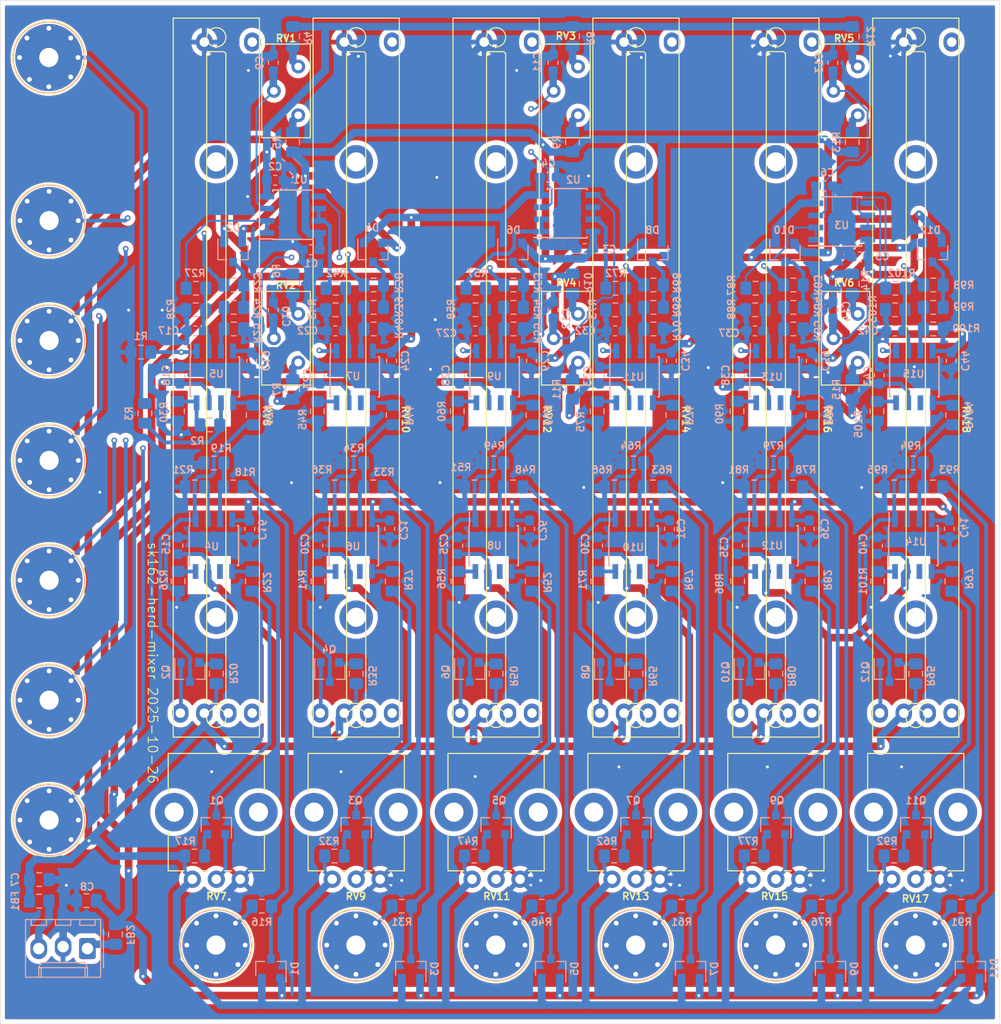
<source format=kicad_pcb>
(kicad_pcb (version 20241229) (generator "pcbnew") (generator_version "9.0")
  (layers (0 "F.Cu" signal) (4 "In1.Cu" signal) (6 "In2.Cu" signal) (2 "B.Cu" signal) (13 "F.Paste" user) (15 "B.Paste" user) (5 "F.SilkS" user "F.Silkscreen") (7 "B.SilkS" user "B.Silkscreen") (1 "F.Mask" user) (3 "B.Mask" user) (25 "Edge.Cuts" user))
  (net 0 "")
  (net 1 "GND")
  (net 2 "+5V")
  (net 3 "-5V")
  (net 4 "Net-(U1A-+)")
  (net 5 "Net-(U1B-+)")
  (net 6 "Net-(U2A-+)")
  (net 7 "Net-(U2B-+)")
  (net 8 "Net-(U3A-+)")
  (net 9 "Net-(U3B-+)")
  (net 10 "Net-(U5--In)")
  (net 11 "Net-(U7--In)")
  (net 12 "Net-(U9--In)")
  (net 13 "Net-(U11--In)")
  (net 14 "Net-(U13--In)")
  (net 15 "Net-(U15--In)")
  (net 16 "Net-(D1-Pad3)")
  (net 17 "Net-(D2-Pad3)")
  (net 18 "Net-(D3-Pad3)")
  (net 19 "Net-(D4-Pad3)")
  (net 20 "Net-(D5-Pad3)")
  (net 21 "Net-(D6-Pad3)")
  (net 22 "Net-(D7-Pad3)")
  (net 23 "Net-(D8-Pad3)")
  (net 24 "Net-(D9-Pad3)")
  (net 25 "Net-(D10-Pad3)")
  (net 26 "Net-(D11-Pad3)")
  (net 27 "Net-(D12-Pad3)")
  (net 28 "Net-(J8-Pin_3)")
  (net 29 "Net-(J8-Pin_1)")
  (net 30 "/mixer-ch1/in")
  (net 31 "/mixer-ch2/in")
  (net 32 "/mixer-ch3/in")
  (net 33 "/mixer-ch4/in")
  (net 34 "/mixer-ch5/in")
  (net 35 "/mixer-ch6/in")
  (net 36 "Net-(J7-Pin_1)")
  (net 37 "Net-(J9-Pin_1)")
  (net 38 "Net-(J10-Pin_1)")
  (net 39 "Net-(J11-Pin_1)")
  (net 40 "Net-(J12-Pin_1)")
  (net 41 "Net-(J13-Pin_1)")
  (net 42 "Net-(J14-Pin_1)")
  (net 43 "Net-(Q1-PadB)")
  (net 44 "Net-(Q1-PadE)")
  (net 45 "Net-(Q1-PadC)")
  (net 46 "Net-(U4-Iout)")
  (net 47 "Net-(Q2-PadB)")
  (net 48 "Net-(Q2-PadE)")
  (net 49 "Net-(Q3-PadE)")
  (net 50 "Net-(Q3-PadC)")
  (net 51 "Net-(Q3-PadB)")
  (net 52 "Net-(Q4-PadB)")
  (net 53 "Net-(U6-Iout)")
  (net 54 "Net-(Q4-PadE)")
  (net 55 "Net-(Q5-PadC)")
  (net 56 "Net-(Q5-PadB)")
  (net 57 "Net-(Q5-PadE)")
  (net 58 "Net-(Q6-PadB)")
  (net 59 "Net-(Q6-PadE)")
  (net 60 "Net-(U8-Iout)")
  (net 61 "Net-(Q7-PadE)")
  (net 62 "Net-(Q7-PadB)")
  (net 63 "Net-(Q7-PadC)")
  (net 64 "Net-(U10-Iout)")
  (net 65 "Net-(Q8-PadE)")
  (net 66 "Net-(Q8-PadB)")
  (net 67 "Net-(Q9-PadB)")
  (net 68 "Net-(Q9-PadE)")
  (net 69 "Net-(Q9-PadC)")
  (net 70 "Net-(Q10-PadE)")
  (net 71 "Net-(U12-Iout)")
  (net 72 "Net-(Q10-PadB)")
  (net 73 "Net-(Q11-PadC)")
  (net 74 "Net-(Q11-PadE)")
  (net 75 "Net-(Q11-PadB)")
  (net 76 "Net-(Q12-PadE)")
  (net 77 "Net-(U14-Iout)")
  (net 78 "Net-(Q12-PadB)")
  (net 79 "/mixer-ch1/mix")
  (net 80 "/mixer-ch1/out")
  (net 81 "/mixer-ch1/fb")
  (net 82 "Net-(R4-Pad2)")
  (net 83 "Net-(R5-Pad1)")
  (net 84 "Net-(R6-Pad2)")
  (net 85 "Net-(R7-Pad1)")
  (net 86 "Net-(R8-Pad2)")
  (net 87 "Net-(R9-Pad1)")
  (net 88 "Net-(R10-Pad2)")
  (net 89 "Net-(R11-Pad1)")
  (net 90 "Net-(R12-Pad2)")
  (net 91 "Net-(R13-Pad1)")
  (net 92 "Net-(R14-Pad2)")
  (net 93 "Net-(R15-Pad1)")
  (net 94 "Net-(U4-+In)")
  (net 95 "Net-(U4--In)")
  (net 96 "Net-(U4-Iset)")
  (net 97 "Net-(U5-+In)")
  (net 98 "Net-(U4-Gain)")
  (net 99 "/black-ch1/out")
  (net 100 "Net-(U5-Iset)")
  (net 101 "Net-(U6-+In)")
  (net 102 "Net-(U6--In)")
  (net 103 "Net-(U6-Iset)")
  (net 104 "Net-(U7-+In)")
  (net 105 "Net-(U6-Gain)")
  (net 106 "/black-ch2/out")
  (net 107 "Net-(U7-Iset)")
  (net 108 "/mixer-ch2/fb")
  (net 109 "Net-(U8-+In)")
  (net 110 "Net-(U8--In)")
  (net 111 "Net-(U8-Iset)")
  (net 112 "Net-(U9-+In)")
  (net 113 "Net-(U8-Gain)")
  (net 114 "/black-ch3/out")
  (net 115 "Net-(U9-Iset)")
  (net 116 "/mixer-ch3/fb")
  (net 117 "Net-(U10-+In)")
  (net 118 "Net-(U10--In)")
  (net 119 "Net-(U10-Iset)")
  (net 120 "Net-(U11-+In)")
  (net 121 "Net-(U10-Gain)")
  (net 122 "/black-ch4/out")
  (net 123 "Net-(U11-Iset)")
  (net 124 "/mixer-ch4/fb")
  (net 125 "Net-(U12-+In)")
  (net 126 "Net-(U12--In)")
  (net 127 "Net-(U12-Iset)")
  (net 128 "Net-(U13-+In)")
  (net 129 "Net-(U12-Gain)")
  (net 130 "/black-ch5/out")
  (net 131 "Net-(U13-Iset)")
  (net 132 "/mixer-ch5/fb")
  (net 133 "Net-(U14-+In)")
  (net 134 "Net-(U14--In)")
  (net 135 "Net-(U14-Iset)")
  (net 136 "Net-(U15-+In)")
  (net 137 "Net-(U14-Gain)")
  (net 138 "/black-ch6/out")
  (net 139 "Net-(U15-Iset)")
  (net 140 "/mixer-ch6/fb")
  (net 143 "/mixer-ch2/out")
  (net 145 "/mixer-ch3/out")
  (net 147 "/mixer-ch4/out")
  (net 149 "/mixer-ch5/out")
  (net 151 "/mixer-ch6/out")
  (footprint "synkie_footprints:Potentiometer_Bourns_3296Y_Vertical" (layer "F.Cu") (at 81.032 43.523 -90)
    (property "Reference" "RV1")
    (property "Value" "500")
  )
  (footprint "synkie_footprints:Solderpad-SYNKIEPAD-2mm" (layer "F.Cu") (at 55 37.5)
    (property "Reference" "J7" (hide yes))
    (property "Value" "Out")
  )
  (footprint "synkie_footprints:Solderpad-SYNKIEPAD-2mm" (layer "F.Cu") (at 55.032 54.512)
    (property "Reference" "J1" (hide yes))
    (property "Value" "CH1")
  )
  (footprint "synkie_footprints:Potentiometer_Alps_RK09K_Single_Vertical" (layer "F.Cu") (at 74.982 123.216361 90)
    (property "Reference" "RV7")
    (property "Value" "10k")
  )
  (footprint "synkie_footprints:Potentiometer_Bourns_3296Y_Vertical" (layer "F.Cu") (at 81.032 69.323 -90)
    (property "Reference" "RV2")
    (property "Value" "500")
  )
  (footprint "synkie_footprints:Potentiometer_Alps_RS6011xP_Slide" (layer "F.Cu") (at 101.682 70.888 90)
    (property "Reference" "RV12")
    (property "Value" "10k")
  )
  (footprint "synkie_footprints:Solderpad-SYNKIEPAD-2mm" (layer "F.Cu") (at 55.032 104.5408)
    (property "Reference" "J5" (hide yes))
    (property "Value" "CH5")
  )
  (footprint "synkie_footprints:Potentiometer_Alps_RS6011xP_Slide" (layer "F.Cu") (at 72.482 70.888 90)
    (property "Reference" "RV8")
    (property "Value" "10k")
  )
  (footprint "synkie_footprints:Potentiometer_Bourns_3296Y_Vertical" (layer "F.Cu") (at 110.232 69.323 -90)
    (property "Reference" "RV4")
    (property "Value" "500")
  )
  (footprint "synkie_footprints:Potentiometer_Bourns_3296Y_Vertical" (layer "F.Cu") (at 139.432 69.323 -90)
    (property "Reference" "RV6")
    (property "Value" "500")
  )
  (footprint "synkie_footprints:Potentiometer_Bourns_3296Y_Vertical" (layer "F.Cu") (at 139.432 43.523 -90)
    (property "Reference" "RV5")
    (property "Value" "500")
  )
  (footprint "synkie_footprints:Potentiometer_Alps_RS6011xP_Slide" (layer "F.Cu") (at 130.882 70.888 90)
    (property "Reference" "RV16")
    (property "Value" "10k")
  )
  (footprint "synkie_footprints:Potentiometer_Alps_RK09K_Single_Vertical" (layer "F.Cu") (at 133.382 123.216361 90)
    (property "Reference" "RV15")
    (property "Value" "10k")
  )
  (footprint "synkie_footprints:Solderpad-SYNKIEPAD-2mm" (layer "F.Cu") (at 55.032 67.0192)
    (property "Reference" "J2" (hide yes))
    (property "Value" "CH2")
  )
  (footprint "synkie_footprints:Solderpad-SYNKIEPAD-2mm" (layer "F.Cu") (at 116.25 130.084 90)
    (property "Reference" "J12" (hide yes))
    (property "Value" "CV_in")
  )
  (footprint "synkie_footprints:Potentiometer_Alps_RK09K_Single_Vertical" (layer "F.Cu") (at 89.582 123.216361 90)
    (property "Reference" "RV9")
    (property "Value" "10k")
  )
  (footprint "synkie_footprints:Solderpad-SYNKIEPAD-2mm" (layer "F.Cu") (at 55.032 117.048)
    (property "Reference" "J6" (hide yes))
    (property "Value" "CH6")
  )
  (footprint "synkie_footprints:Potentiometer_Alps_RS6011xP_Slide" (layer "F.Cu") (at 145.482 70.888 90)
    (property "Reference" "RV18")
    (property "Value" "10k")
  )
  (footprint "synkie_footprints:Potentiometer_Alps_RK09K_Single_Vertical" (layer "F.Cu") (at 147.982 123.216361 90)
    (property "Reference" "RV17")
    (property "Value" "10k")
  )
  (footprint "synkie_footprints:Solderpad-SYNKIEPAD-2mm" (layer "F.Cu") (at 55.032 92.0336)
    (property "Reference" "J4" (hide yes))
    (property "Value" "CH4")
  )
  (footprint "synkie_footprints:Solderpad-SYNKIEPAD-2mm" (layer "F.Cu") (at 130.85 130.084 90)
    (property "Reference" "J13" (hide yes))
    (property "Value" "CV_in")
  )
  (footprint "synkie_footprints:Solderpad-SYNKIEPAD-2mm" (layer "F.Cu") (at 101.65 130.084 90)
    (property "Reference" "J11" (hide yes))
    (property "Value" "CV_in")
  )
  (footprint "synkie_footprints:Solderpad-SYNKIEPAD-2mm" (layer "F.Cu") (at 87.05 130.084 90)
    (property "Reference" "J10" (hide yes))
    (property "Value" "CV_in")
  )
  (footprint "synkie_footprints:Potentiometer_Alps_RS6011xP_Slide" (layer "F.Cu") (at 87.082 70.888 90)
    (property "Reference" "RV10")
    (property "Value" "10k")
  )
  (footprint "synkie_footprints:Solderpad-SYNKIEPAD-2mm" (layer "F.Cu") (at 72.45 130.084 90)
    (property "Reference" "J9" (hide yes))
    (property "Value" "CV_in")
  )
  (footprint "synkie_footprints:Solderpad-SYNKIEPAD-2mm" (layer "F.Cu") (at 55.032 79.5264)
    (property "Reference" "J3" (hide yes))
    (property "Value" "CH3")
  )
  (footprint "synkie_footprints:Potentiometer_Bourns_3296Y_Vertical" (layer "F.Cu") (at 110.232 43.523 -90)
    (property "Reference" "RV3")
    (property "Value" "500")
  )
  (footprint "synkie_footprints:Potentiometer_Alps_RK09K_Single_Vertical" (layer "F.Cu") (at 118.782 123.216361 90)
    (property "Reference" "RV13")
    (property "Value" "10k")
  )
  (footprint "synkie_footprints:Solderpad-SYNKIEPAD-2mm" (layer "F.Cu") (at 145.45 130.084 90)
    (property "Reference" "J14" (hide yes))
    (property "Value" "CV_in")
  )
  (footprint "synkie_footprints:Potentiometer_Alps_RK09K_Single_Vertical" (layer "F.Cu") (at 104.182 123.216361 90)
    (property "Reference" "RV11")
    (property "Value" "10k")
  )
  (footprint "synkie_footprints:Potentiometer_Alps_RS6011xP_Slide" (layer "F.Cu") (at 116.282 70.888 90)
    (property "Reference" "RV14")
    (property "Value" "10k")
  )
  (footprint "synkie_footprints:C_0603_1608Metric_Pad1.05x0.95mm_HandSolder" (layer "B.Cu") (at 90.577 86.666361 -90)
    (property "Reference" "C21")
    (property "Value" "100n")
  )
  (footprint "synkie_footprints:R_0805_2012Metric_Pad1.15x1.40mm_HandSolder" (layer "B.Cu") (at 120.132 74.791361 90)
    (property "Reference" "R74")
    (property "Value" "1k")
  )
  (footprint "synkie_footprints:R_0805_2012Metric_Pad1.15x1.40mm_HandSolder" (layer "B.Cu") (at 109.656206 46.323 -90)
    (property "Reference" "R9")
    (property "Value" "10k")
  )
  (footprint "synkie_footprints:R_0805_2012Metric_Pad1.15x1.40mm_HandSolder" (layer "B.Cu") (at 135.632 126.028)
    (property "Reference" "R76")
    (property "Value" "100")
  )
  (footprint "synkie_footprints:R_0805_2012Metric_Pad1.15x1.40mm_HandSolder" (layer "B.Cu") (at 103.507 65.816361 180)
    (property "Reference" "R55")
    (property "Value" "1k")
  )
  (footprint "synkie_footprints:SOIC-8_3.9x4.9mm_P1.27mm" (layer "B.Cu") (at 101.427 88.416361 -90)
    (property "Reference" "U8")
    (property "Value" "LT1228")
  )
  (footprint "synkie_footprints:SOIC-8_3.9x4.9mm_P1.27mm" (layer "B.Cu") (at 80.456206 53.898)
    (property "Reference" "U1")
    (property "Value" "cheap")
  )
  (footprint "synkie_footprints:Molex_KK-254_AE-6410-03A_1x03_P2.54mm_Vertical" (layer "B.Cu") (at 59.032 130.448 180)
    (property "Reference" "J8" (hide yes))
    (property "Value" "Power")
  )
  (footprint "synkie_footprints:R_0805_2012Metric_Pad1.15x1.40mm_HandSolder" (layer "B.Cu") (at 88.907 63.566361 180)
    (property "Reference" "R39")
    (property "Value" "10k")
  )
  (footprint "synkie_footprints:R_0805_2012Metric_Pad1.15x1.40mm_HandSolder" (layer "B.Cu") (at 80.456206 46.323 -90)
    (property "Reference" "R5")
    (property "Value" "10k")
  )
  (footprint "synkie_footprints:R_0805_2012Metric_Pad1.15x1.40mm_HandSolder" (layer "B.Cu") (at 143.207 120.798 180)
    (property "Reference" "R92")
    (property "Value" "4k3")
  )
  (footprint "synkie_footprints:SOT-23" (layer "B.Cu") (at 151.182 132.548 90)
    (property "Reference" "D11")
    (property "Value" "BAT54S")
  )
  (footprint "synkie_footprints:R_0805_2012Metric_Pad1.15x1.40mm_HandSolder" (layer "B.Cu") (at 114.007 120.798 180)
    (property "Reference" "R62")
    (property "Value" "4k3")
  )
  (footprint "synkie_footprints:C_0603_1608Metric_Pad1.05x0.95mm_HandSolder" (layer "B.Cu") (at 83.277 70.641361 -90)
    (property "Reference" "C23")
    (property "Value" "100n")
  )
  (footprint "synkie_footprints:C_0603_1608Metric_Pad1.05x0.95mm_HandSolder" (layer "B.Cu") (at 136.832 38.048 -90)
    (property "Reference" "C13")
    (property "Value" "1u")
  )
  (footprint "synkie_footprints:R_0805_2012Metric_Pad1.15x1.40mm_HandSolder" (layer "B.Cu") (at 101.427 79.791361)
    (property "Reference" "R49")
    (property "Value" "1k")
  )
  (footprint "synkie_footprints:R_0805_2012Metric_Pad1.15x1.40mm_HandSolder" (layer "B.Cu") (at 86.827 79.791361)
    (property "Reference" "R34")
    (property "Value" "1k")
  )
  (footprint "synkie_footprints:SOIC-8_3.9x4.9mm_P1.27mm" (layer "B.Cu") (at 137.756206 54.603)
    (property "Reference" "U3")
    (property "Value" "cheap")
  )
  (footprint "synkie_footprints:R_0805_2012Metric_Pad1.15x1.40mm_HandSolder" (layer "B.Cu") (at 120.042 92.134722 -90)
    (property "Reference" "R67")
    (property "Value" "1k")
  )
  (footprint "synkie_footprints:R_0805_2012Metric_Pad1.15x1.40mm_HandSolder" (layer "B.Cu") (at 145.482 101.773 -90)
    (property "Reference" "R95")
    (property "Value" "4k3")
  )
  (footprint "synkie_footprints:R_0805_2012Metric_Pad1.15x1.40mm_HandSolder" (layer "B.Cu") (at 101.682 101.773 -90)
    (property "Reference" "R50")
    (property "Value" "4k3")
  )
  (footprint "synkie_footprints:R_0805_2012Metric_Pad1.15x1.40mm_HandSolder" (layer "B.Cu") (at 109.656206 35.298 -90)
    (property "Reference" "R8")
    (property "Value" "10k")
  )
  (footprint "synkie_footprints:R_0805_2012Metric_Pad1.15x1.40mm_HandSolder" (layer "B.Cu") (at 74.252 82.291361 180)
    (property "Reference" "R18")
    (property "Value" "10k")
  )
  (footprint "synkie_footprints:L_0805_2012Metric_Pad1.15x1.40mm_HandSolder" (layer "B.Cu") (at 54 125.5 180)
    (property "Reference" "FB1")
    (property "Value" "330u")
  )
  (footprint "synkie_footprints:R_0805_2012Metric_Pad1.15x1.40mm_HandSolder" (layer "B.Cu") (at 126.892 92.134722 90)
    (property "Reference" "R86")
    (property "Value" "560")
  )
  (footprint "synkie_footprints:R_0805_2012Metric_Pad1.15x1.40mm_HandSolder" (layer "B.Cu") (at 128.607 120.798 180)
    (property "Reference" "R77")
    (property "Value" "4k3")
  )
  (footprint "synkie_footprints:R_0805_2012Metric_Pad1.15x1.40mm_HandSolder" (layer "B.Cu") (at 132.707 63.566361 180)
    (property "Reference" "R84")
    (property "Value" "10k")
  )
  (footprint "synkie_footprints:R_0805_2012Metric_Pad1.15x1.40mm_HandSolder" (layer "B.Cu") (at 70.332 63.816361)
    (property "Reference" "R28")
    (property "Value" "1k")
  )
  (footprint "synkie_footprints:C_0603_1608Metric_Pad1.05x0.95mm_HandSolder" (layer "B.Cu") (at 68.677 70.641361 -90)
    (property "Reference" "C18")
    (property "Value" "100n")
  )
  (footprint "synkie_footprints:R_0805_2012Metric_Pad1.15x1.40mm_HandSolder" (layer "B.Cu") (at 134.732 74.791361 90)
    (property "Reference" "R89")
    (property "Value" "1k")
  )
  (footprint "synkie_footprints:SOIC-8_3.9x4.9mm_P1.27mm" (layer "B.Cu") (at 86.827 88.416361 -90)
    (property "Reference" "U6")
    (property "Value" "LT1228")
  )
  (footprint "synkie_footprints:SOT-23" (layer "B.Cu") (at 107.382 132.548 90)
    (property "Reference" "D5")
    (property "Value" "BAT54S")
  )
  (footprint "synkie_footprints:R_0805_2012Metric_Pad1.15x1.40mm_HandSolder" (layer "B.Cu") (at 130.882 101.773 -90)
    (property "Reference" "R80")
    (property "Value" "4k3")
  )
  (footprint "synkie_footprints:R_0805_2012Metric_Pad1.15x1.40mm_HandSolder" (layer "B.Cu") (at 84.957 61.566361)
    (property "Reference" "R42")
    (property "Value" "10k")
  )
  (footprint "synkie_footprints:SOT-23_BEC" (layer "B.Cu") (at 142.732 101.598 -90)
    (property "Reference" "Q12")
    (property "Value" "PNP")
  )
  (footprint "synkie_footprints:R_0805_2012Metric_Pad1.15x1.40mm_HandSolder" (layer "B.Cu") (at 118.107 63.566361 180)
    (property "Reference" "R69")
    (property "Value" "10k")
  )
  (footprint "synkie_footprints:SOT-23" (layer "B.Cu") (at 92.782 132.548 90)
    (property "Reference" "D3")
    (property "Value" "BAT54S")
  )
  (footprint "synkie_footprints:SOT-23" (layer "B.Cu") (at 131.832 57.848 -90)
    (property "Reference" "D10")
    (property "Value" "BAT54S")
  )
  (footprint "synkie_footprints:R_0805_2012Metric_Pad1.15x1.40mm_HandSolder" (layer "B.Cu") (at 112.232 74.403 90)
    (property "Reference" "R75")
    (property "Value" "560")
  )
  (footprint "synkie_footprints:C_0603_1608Metric_Pad1.05x0.95mm_HandSolder" (layer "B.Cu") (at 141.477 88.416361 90)
    (property "Reference" "C40")
    (property "Value" "100n")
  )
  (footprint "synkie_footprints:R_0805_2012Metric_Pad1.15x1.40mm_HandSolder" (layer "B.Cu") (at 141.432 74.403 90)
    (property "Reference" "R105")
    (property "Value" "560")
  )
  (footprint "synkie_footprints:R_0805_2012Metric_Pad1.15x1.40mm_HandSolder" (layer "B.Cu") (at 77.232 126.028)
    (property "Reference" "R16")
    (property "Value" "100")
  )
  (footprint "synkie_footprints:C_0603_1608Metric_Pad1.05x0.95mm_HandSolder" (layer "B.Cu") (at 90.777 69.141361 90)
    (property "Reference" "C24")
    (property "Value" "100n")
  )
  (footprint "synkie_footprints:R_0805_2012Metric_Pad1.15x1.40mm_HandSolder" (layer "B.Cu") (at 109.656206 61.098 -90)
    (property "Reference" "R10")
    (property "Value" "10k")
  )
  (footprint "synkie_footprints:SOT-23_BEC" (layer "B.Cu") (at 87.082 117.548 90)
    (property "Reference" "Q3")
    (property "Value" "PNP")
  )
  (footprint "synkie_footprints:C_0603_1608Metric_Pad1.05x0.95mm_HandSolder" (layer "B.Cu") (at 134.577 69.141361 90)
    (property "Reference" "C39")
    (property "Value" "100n")
  )
  (footprint "synkie_footprints:C_0603_1608Metric_Pad1.05x0.95mm_HandSolder" (layer "B.Cu") (at 112.477 70.641361 -90)
    (property "Reference" "C33")
    (property "Value" "100n")
  )
  (footprint "synkie_footprints:R_0805_2012Metric_Pad1.15x1.40mm_HandSolder" (layer "B.Cu") (at 118.107 65.816361 180)
    (property "Reference" "R70")
    (property "Value" "1k")
  )
  (footprint "synkie_footprints:C_0603_1608Metric_Pad1.05x0.95mm_HandSolder" (layer "B.Cu") (at 127.077 70.641361 -90)
    (property "Reference" "C38")
    (property "Value" "100n")
  )
  (footprint "synkie_footprints:SOT-23_BEC" (layer "B.Cu") (at 116.282 117.548 90)
    (property "Reference" "Q7")
    (property "Value" "PNP")
  )
  (footprint "synkie_footprints:R_0805_2012Metric_Pad1.15x1.40mm_HandSolder" (layer "B.Cu") (at 99.427 82.291361 180)
    (property "Reference" "R51")
    (property "Value" "1k")
  )
  (footprint "synkie_footprints:R_0805_2012Metric_Pad1.15x1.40mm_HandSolder" (layer "B.Cu") (at 80.456206 61.098 -90)
    (property "Reference" "R6")
    (property "Value" "10k")
  )
  (footprint "synkie_footprints:R_0805_2012Metric_Pad1.15x1.40mm_HandSolder" (layer "B.Cu") (at 99.407 120.798 180)
    (property "Reference" "R47")
    (property "Value" "4k3")
  )
  (footprint "synkie_footprints:C_0603_1608Metric_Pad1.05x0.95mm_HandSolder" (layer "B.Cu") (at 136.832 63.848 -90)
    (property "Reference" "C14")
    (property "Value" "1u")
  )
  (footprint "synkie_footprints:R_0805_2012Metric_Pad1.15x1.40mm_HandSolder" (layer "B.Cu") (at 88.907 61.228)
    (property "Reference" "R38")
    (property "Value" "100")
  )
  (footprint "synkie_footprints:R_0805_2012Metric_Pad1.15x1.40mm_HandSolder" (layer "B.Cu") (at 83.032 74.403 90)
    (property "Reference" "R45")
    (property "Value" "560")
  )
  (footprint "synkie_footprints:R_0805_2012Metric_Pad1.15x1.40mm_HandSolder" (layer "B.Cu") (at 132.707 65.816361 180)
    (property "Reference" "R85")
    (property "Value" "1k")
  )
  (footprint "synkie_footprints:R_0805_2012Metric_Pad1.15x1.40mm_HandSolder" (layer "B.Cu") (at 70.207 120.798 180)
    (property "Reference" "R17")
    (property "Value" "4k3")
  )
  (footprint "synkie_footprints:R_0805_2012Metric_Pad1.15x1.40mm_HandSolder" (layer "B.Cu") (at 91.832 126.028)
    (property "Reference" "R31")
    (property "Value" "100")
  )
  (footprint "synkie_footprints:R_0805_2012Metric_Pad1.15x1.40mm_HandSolder" (layer "B.Cu") (at 138.856206 46.323 -90)
    (property "Reference" "R13")
    (property "Value" "10k")
  )
  (footprint "synkie_footprints:C_0603_1608Metric_Pad1.05x0.95mm_HandSolder" (layer "B.Cu") (at 68.477 88.416361 90)
    (property "Reference" "C15")
    (property "Value" "100n")
  )
  (footprint "synkie_footprints:SOIC-8_3.9x4.9mm_P1.27mm" (layer "B.Cu") (at 109.101206 53.748)
    (property "Reference" "U2")
    (property "Value" "cheap")
  )
  (footprint "synkie_footprints:C_0603_1608Metric_Pad1.05x0.95mm_HandSolder" (layer "B.Cu") (at 119.977 69.141361 90)
    (property "Reference" "C34")
    (property "Value" "100n")
  )
  (footprint "synkie_footprints:C_0603_1608Metric_Pad1.05x0.95mm_HandSolder" (layer "B.Cu") (at 70.302 66.016361)
    (property "Reference" "C17")
    (property "Value" "1u")
  )
  (footprint "synkie_footprints:SOIC-8_3.9x4.9mm_P1.27mm" (layer "B.Cu") (at 145.332 70.816361 -90)
    (property "Reference" "U15")
    (property "Value" "LT1228")
  )
  (footprint "synkie_footprints:C_0603_1608Metric_Pad1.05x0.95mm_HandSolder" (layer "B.Cu") (at 149.177 69.141361 90)
    (property "Reference" "C44")
    (property "Value" "100n")
  )
  (footprint "synkie_footprints:R_0805_2012Metric_Pad1.15x1.40mm_HandSolder" (layer "B.Cu") (at 88.907 65.816361 180)
    (property "Reference" "R40")
    (property "Value" "1k")
  )
  (footprint "synkie_footprints:R_0805_2012Metric_Pad1.15x1.40mm_HandSolder" (layer "B.Cu") (at 143.227 82.291361 180)
    (property "Reference" "R96")
    (property "Value" "1k")
  )
  (footprint "synkie_footprints:R_0805_2012Metric_Pad1.15x1.40mm_HandSolder" (layer "B.Cu") (at 74.307 63.566361 180)
    (property "Reference" "R24")
    (property "Value" "10k")
  )
  (footprint "synkie_footprints:R_0805_2012Metric_Pad1.15x1.40mm_HandSolder" (layer "B.Cu") (at 114.157 61.566361)
    (property "Reference" "R72")
    (property "Value" "10k")
  )
  (footprint "synkie_footprints:C_0603_1608Metric_Pad1.05x0.95mm_HandSolder" (layer "B.Cu") (at 97.677 88.416361 90)
    (property "Reference" "C25")
    (property "Value" "100n")
  )
  (footprint "synkie_footprints:SOIC-8_3.9x4.9mm_P1.27mm" (layer "B.Cu") (at 130.627 88.416361 -90)
    (property "Reference" "U12")
    (property "Value" "LT1228")
  )
  (footprint "synkie_footprints:R_0805_2012Metric_Pad1.15x1.40mm_HandSolder" (layer "B.Cu") (at 105.532 74.791361 90)
    (property "Reference" "R59")
    (property "Value" "1k")
  )
  (footprint "synkie_footprints:C_0603_1608Metric_Pad1.05x0.95mm_HandSolder" (layer "B.Cu") (at 105.177 86.666361 -90)
    (property "Reference" "C26")
    (property "Value" "100n")
  )
  (footprint "synkie_footprints:SOIC-8_3.9x4.9mm_P1.27mm" (layer "B.Cu") (at 72.227 88.416361 -90)
    (property "Reference" "U4")
    (property "Value" "LT1228")
  )
  (footprint "synkie_footprints:SOT-23_BEC" (layer "B.Cu") (at 101.682 117.548 90)
    (property "Reference" "Q5")
    (property "Value" "PNP")
  )
  (footprint "synkie_footprints:SOT-23" (layer "B.Cu") (at 103.432 57.828 -90)
    (property "Reference" "D6")
    (property "Value" "BAT54S")
  )
  (footprint "synkie_footprints:C_0603_1608Metric_Pad1.05x0.95mm_HandSolder" (layer "B.Cu") (at 128.702 66.016361)
    (property "Reference" "C37")
    (property "Value" "1u")
  )
  (footprint "synkie_footprints:C_0805_2012Metric_Pad1.15x1.40mm_HandSolder" (layer "B.Cu") (at 58.927 125.448)
    (property "Reference" "C8")
    (property "Value" "10u")
  )
  (footprint "synkie_footprints:C_0603_1608Metric_Pad1.05x0.95mm_HandSolder" (layer "B.Cu") (at 134.377 86.666361 -90)
    (property "Reference" "C36")
    (property "Value" "100n")
  )
  (footprint "synkie_footprints:R_0805_2012Metric_Pad1.15x1.40mm_HandSolder" (layer "B.Cu") (at 103.452 82.291361 180)
    (property "Reference" "R48")
    (property "Value" "10k")
  )
  (footprint "synkie_footprints:C_0603_1608Metric_Pad1.05x0.95mm_HandSolder" (layer "B.Cu") (at 141.677 70.641361 -90)
    (property "Reference" "C43")
    (property "Value" "100n")
  )
  (footprint "synkie_footprints:R_0805_2012Metric_Pad1.15x1.40mm_HandSolder" (layer "B.Cu") (at 150.232 126.028)
    (property "Reference" "R91")
    (property "Value" "100")
  )
  (footprint "synkie_footprints:R_0805_2012Metric_Pad1.15x1.40mm_HandSolder" (layer "B.Cu") (at 65.032 74.623 -90)
    (property "Reference" "R3")
    (property "Value" "75")
  )
  (footprint "synkie_footprints:C_0603_1608Metric_Pad1.05x0.95mm_HandSolder" (layer "B.Cu") (at 99.502 66.016361)
    (property "Reference" "C27")
    (property "Value" "1u")
  )
  (footprint "synkie_footprints:R_0805_2012Metric_Pad1.15x1.40mm_HandSolder" (layer "B.Cu") (at 99.532 63.816361)
    (property "Reference" "R58")
    (property "Value" "1k")
  )
  (footprint "synkie_footprints:R_0805_2012Metric_Pad1.15x1.40mm_HandSolder" (layer "B.Cu") (at 71.807 75.828)
    (property "Reference" "R2")
    (property "Value" "560")
  )
  (footprint "synkie_footprints:R_0805_2012Metric_Pad1.15x1.40mm_HandSolder" (layer "B.Cu") (at 114.027 82.291361 180)
    (property "Reference" "R66")
    (property "Value" "1k")
  )
  (footprint "synkie_footprints:R_0805_2012Metric_Pad1.15x1.40mm_HandSolder" (layer "B.Cu") (at 90.932 74.791361 90)
    (property "Reference" "R44")
    (property "Value" "1k")
  )
  (footprint "synkie_footprints:C_0603_1608Metric_Pad1.05x0.95mm_HandSolder" (layer "B.Cu") (at 78.631206 50.303 180)
    (property "Reference" "C2")
    (property "Value" "100n")
  )
  (footprint "synkie_footprints:R_0805_2012Metric_Pad1.15x1.40mm_HandSolder" (layer "B.Cu") (at 141.492 92.134722 90)
    (property "Reference" "R101")
    (property "Value" "560")
  )
  (footprint "synkie_footprints:SOIC-8_3.9x4.9mm_P1.27mm" (layer "B.Cu") (at 86.932 70.816361 -90)
    (property "Reference" "U7")
    (property "Value" "LT1228")
  )
  (footprint "synkie_footprints:R_0805_2012Metric_Pad1.15x1.40mm_HandSolder" (layer "B.Cu") (at 68.492 92.134722 90)
    (property "Reference" "R26")
    (property "Value" "560")
  )
  (footprint "synkie_footprints:C_0603_1608Metric_Pad1.05x0.95mm_HandSolder" (layer "B.Cu") (at 82.381206 57.553)
    (property "Reference" "C1")
    (property "Value" "100n")
  )
  (footprint "synkie_footprints:SOIC-8_3.9x4.9mm_P1.27mm" (layer "B.Cu") (at 116.132 70.816361 -90)
    (property "Reference" "U11")
    (property "Value" "LT1228")
  )
  (footprint "synkie_footprints:R_0805_2012Metric_Pad1.15x1.40mm_HandSolder" (layer "B.Cu") (at 64.607 68.228 180)
    (property "Reference" "R1")
    (property "Value" "560")
  )
  (footprint "synkie_footprints:R_0805_2012Metric_Pad1.15x1.40mm_HandSolder" (layer "B.Cu") (at 84.932 63.816361)
    (property "Reference" "R43")
    (property "Value" "1k")
  )
  (footprint "synkie_footprints:C_0603_1608Metric_Pad1.05x0.95mm_HandSolder" (layer "B.Cu") (at 107.131206 49.988 180)
    (property "Reference" "C4")
    (property "Value" "100n")
  )
  (footprint "synkie_footprints:R_0805_2012Metric_Pad1.15x1.40mm_HandSolder" (layer "B.Cu") (at 103.507 63.566361 180)
    (property "Reference" "R54")
    (property "Value" "10k")
  )
  (footprint "synkie_footprints:C_0603_1608Metric_Pad1.05x0.95mm_HandSolder" (layer "B.Cu") (at 139.656206 58.298)
    (property "Reference" "C5")
    (property "Value" "100n")
  )
  (footprint "synkie_footprints:R_0805_2012Metric_Pad1.15x1.40mm_HandSolder" (layer "B.Cu") (at 149.332 74.791361 90)
    (property "Reference" "R104")
    (property "Value" "1k")
  )
  (footprint "synkie_footprints:C_0603_1608Metric_Pad1.05x0.95mm_HandSolder" (layer "B.Cu") (at 148.977 86.666361 -90)
    (property "Reference" "C41")
    (property "Value" "100n")
  )
  (footprint "synkie_footprints:R_0805_2012Metric_Pad1.15x1.40mm_HandSolder" (layer "B.Cu") (at 138.856206 72.123 -90)
    (property "Reference" "R15")
    (property "Value" "10k")
  )
  (footprint "synkie_footprints:R_0805_2012Metric_Pad1.15x1.40mm_HandSolder" (layer "B.Cu") (at 72.482 101.773 -90)
    (property "Reference" "R20")
    (property "Value" "4k3")
  )
  (footprint "synkie_footprints:R_0805_2012Metric_Pad1.15x1.40mm_HandSolder" (layer "B.Cu") (at 72.227 79.791361)
    (property "Reference" "R19")
    (property "Value" "1k")
  )
  (footprint "synkie_footprints:SOIC-8_3.9x4.9mm_P1.27mm" (layer "B.Cu") (at 116.027 88.416361 -90)
    (property "Reference" "U10")
    (property "Value" "LT1228")
  )
  (footprint "synkie_footprints:R_0805_2012Metric_Pad1.15x1.40mm_HandSolder" (layer "B.Cu") (at 74.307 61.228)
    (property "Reference" "R23")
    (property "Value" "100")
  )
  (footprint "synkie_footprints:R_0805_2012Metric_Pad1.15x1.40mm_HandSolder" (layer "B.Cu") (at 143.357 61.566361)
    (property "Reference" "R102")
    (property "Value" "10k")
  )
  (footprint "synkie_footprints:R_0805_2012Metric_Pad1.15x1.40mm_HandSolder" (layer "B.Cu") (at 138.856206 61.098 -90)
    (property "Reference" "R14")
    (property "Value" "10k")
  )
  (footprint "synkie_footprints:R_0805_2012Metric_Pad1.15x1.40mm_HandSolder" (layer "B.Cu") (at 126.832 74.403 90)
    (property "Reference" "R90")
    (property "Value" "560")
  )
  (footprint "synkie_footprints:C_0603_1608Metric_Pad1.05x0.95mm_HandSolder" (layer "B.Cu") (at 143.302 66.016361)
    (property "Reference" "C42")
    (property "Value" "1u")
  )
  (footprint "synkie_footprints:R_0805_2012Metric_Pad1.15x1.40mm_HandSolder" (layer "B.Cu") (at 105.442 92.134722 -90)
    (property "Reference" "R52")
    (property "Value" "1k")
  )
  (footprint "synkie_footprints:R_0805_2012Metric_Pad1.15x1.40mm_HandSolder" (layer "B.Cu") (at 147.307 63.566361 180)
    (property "Reference" "R99")
    (property "Value" "10k")
  )
  (footprint "synkie_footprints:R_0805_2012Metric_Pad1.15x1.40mm_HandSolder" (layer "B.Cu") (at 145.227 79.791361)
    (property "Reference" "R94")
    (property "Value" "1k")
  )
  (footprint "synkie_footprints:SOT-23_BEC" (layer "B.Cu") (at 130.882 117.548 90)
    (property "Reference" "Q9")
    (property "Value" "PNP")
  )
  (footprint "synkie_footprints:R_0805_2012Metric_Pad1.15x1.40mm_HandSolder" (layer "B.Cu") (at 74.307 65.816361 180)
    (property "Reference" "R25")
    (property "Value" "1k")
  )
  (footprint "synkie_footprints:R_0805_2012Metric_Pad1.15x1.40mm_HandSolder" (layer "B.Cu") (at 106.432 126.028)
    (property "Reference" "R46")
    (property "Value" "100")
  )
  (footprint "synkie_footprints:SOT-23" (layer "B.Cu") (at 118.032 57.828 -90)
    (property "Reference" "D8")
    (property "Value" "BAT54S")
  )
  (footprint "synkie_footprints:C_0603_1608Metric_Pad1.05x0.95mm_HandSolder" (layer "B.Cu") (at 135.931206 50.898 180)
    (property "Reference" "C6")
    (property "Value" "100n")
  )
  (footprint "synkie_footprints:C_0603_1608Metric_Pad1.05x0.95mm_HandSolder" (layer "B.Cu") (at 75.977 86.666361 -90)
    (property "Reference" "C16")
    (property "Value" "100n")
  )
  (footprint "synkie_footprints:SOT-23_BEC" (layer "B.Cu") (at 69.732 101.598 -90)
    (property "Reference" "Q2")
    (property "Value" "PNP")
  )
  (footprint "synkie_footprints:R_0805_2012Metric_Pad1.15x1.40mm_HandSolder" (layer "B.Cu") (at 118.107 61.228)
    (property "Reference" "R68")
    (property "Value" "100")
  )
  (footprint "synkie_footprints:R_0805_2012Metric_Pad1.15x1.40mm_HandSolder" (layer "B.Cu") (at 116.282 101.773 -90)
    (property "Reference" "R65")
    (property "Value" "4k3")
  )
  (footprint "synkie_footprints:C_0603_1608Metric_Pad1.05x0.95mm_HandSolder" (layer "B.Cu") (at 126.877 88.416361 90)
    (property "Reference" "C35")
    (property "Value" "100n")
  )
  (footprint "synkie_footprints:R_0805_2012Metric_Pad1.15x1.40mm_HandSolder" (layer "B.Cu") (at 128.627 82.291361 180)
    (property "Reference" "R81")
    (property "Value" "1k")
  )
  (footprint "synkie_footprints:C_0603_1608Metric_Pad1.05x0.95mm_HandSolder" (layer "B.Cu") (at 83.077 88.416361 90)
    (property "Reference" "C20")
    (property "Value" "100n")
  )
  (footprint "synkie_footprints:R_0805_2012Metric_Pad1.15x1.40mm_HandSolder" (layer "B.Cu") (at 147.307 61.228)
    (property "Reference" "R98")
    (property "Value" "100")
  )
  (footprint "synkie_footprints:C_0603_1608Metric_Pad1.05x0.95mm_HandSolder" (layer "B.Cu") (at 110.949206 57.424)
    (property "Reference" "C3")
    (property "Value" "100n")
  )
  (footprint "synkie_footprints:R_0805_2012Metric_Pad1.15x1.40mm_HandSolder" (layer "B.Cu") (at 128.732 63.816361)
    (property "Reference" "R88")
    (property "Value" "1k")
  )
  (footprint "synkie_footprints:L_0805_2012Metric_Pad1.15x1.40mm_HandSolder" (layer "B.Cu") (at 61.952 128.973 90)
    (property "Reference" "FB2")
    (property "Value" "330u")
  )
  (footprint "synkie_footprints:R_0805_2012Metric_Pad1.15x1.40mm_HandSolder" (layer "B.Cu") (at 76.242 92.134722 -90)
    (property "Reference" "R22")
    (property "Value" "1k")
  )
  (footprint "synkie_footprints:SOT-23" (layer "B.Cu") (at 78.182 132.548 90)
    (property "Reference" "D1")
    (property "Value" "BAT54S")
  )
  (footprint "synkie_footprints:SOT-23_BEC" (layer "B.Cu") (at 128.132 101.598 -90)
    (property "Reference" "Q10")
    (property "Value" "PNP")
  )
  (footprint "synkie_footprints:R_0805_2012Metric_Pad1.15x1.40mm_HandSolder" (layer "B.Cu") (at 83.092 92.134722 90)
    (property "Reference" "R41")
    (property "Value" "560")
  )
  (footprint "synkie_footprints:R_0805_2012Metric_Pad1.15x1.40mm_HandSolder" (layer "B.Cu") (at 132.707 61.228)
    (property "Reference" "R83")
    (property "Value" "100")
  )
  (footprint "synkie_footprints:C_0603_1608Metric_Pad1.05x0.95mm_HandSolder" (layer "B.Cu") (at 119.777 86.666361 -90)
    (property "Reference" "C31")
    (property "Value" "100n")
  )
  (footprint "synkie_footprints:C_0603_1608Metric_Pad1.05x0.95mm_HandSolder" (layer "B.Cu") (at 78.432 63.848 -90)
    (property "Reference" "C10")
    (property "Value" "1u")
  )
  (footprint "synkie_footprints:R_0805_2012Metric_Pad1.15x1.40mm_HandSolder" (layer "B.Cu") (at 147.307 65.816361 180)
    (property "Reference" "R100")
    (property "Value" "1k")
  )
  (footprint "synkie_footprints:R_0805_2012Metric_Pad1.15x1.40mm_HandSolder" (layer "B.Cu") (at 134.642 92.134722 -90)
    (property "Reference" "R82")
    (property "Value" "1k")
  )
  (footprint "synkie_footprints:C_0603_1608Metric_Pad1.05x0.95mm_HandSolder" (layer "B.Cu") (at 107.632 63.848 -90)
    (property "Reference" "C12")
    (property "Value" "1u")
  )
  (footprint "synkie_footprints:R_0805_2012Metric_Pad1.15x1.40mm_HandSolder" (layer "B.Cu") (at 147.252 82.291361 180)
    (property "Reference" "R93")
    (property "Value" "10k")
  )
  (footprint "synkie_footprints:R_0805_2012Metric_Pad1.15x1.40mm_HandSolder" (layer "B.Cu") (at 70.357 61.566361)
    (property "Reference" "R27")
    (property "Value" "10k")
  )
  (footprint "synkie_footprints:R_0805_2012Metric_Pad1.15x1.40mm_HandSolder" (layer "B.Cu") (at 121.032 126.028)
    (property "Reference" "R61")
    (property "Value" "100")
  )
  (footprint "synkie_footprints:C_0603_1608Metric_Pad1.05x0.95mm_HandSolder" (layer "B.Cu") (at 114.102 66.016361)
    (property "Reference" "C32")
    (property "Value" "1u")
  )
  (footprint "synkie_footprints:R_0805_2012Metric_Pad1.15x1.40mm_HandSolder" (layer "B.Cu") (at 97.632 74.403 90)
    (property "Reference" "R60")
    (property "Value" "560")
  )
  (footprint "synkie_footprints:R_0805_2012Metric_Pad1.15x1.40mm_HandSolder" (layer "B.Cu") (at 103.507 61.228)
    (property "Reference" "R53")
    (property "Value" "100")
  )
  (footprint "synkie_footprints:R_0805_2012Metric_Pad1.15x1.40mm_HandSolder" (layer "B.Cu") (at 114.132 63.816361)
    (property "Reference" "R73")
    (property "Value" "1k")
  )
  (footprint "synkie_footprints:SOT-23_BEC" (layer "B.Cu") (at 84.332 101.598 -90)
    (property "Reference" "Q4")
    (property "Value" "PNP")
  )
  (footprint "synkie_footprints:R_0805_2012Metric_Pad1.15x1.40mm_HandSolder" (layer "B.Cu") (at 109.656206 72.123 -90)
    (property "Reference" "R11")
    (property "Value" "10k")
  )
  (footprint "synkie_footprints:R_0805_2012Metric_Pad1.15x1.40mm_HandSolder" (layer "B.Cu") (at 80.456206 72.123 -90)
    (property "Reference" "R7")
    (property "Value" "10k")
  )
  (footprint "synkie_footprints:R_0805_2012Metric_Pad1.15x1.40mm_HandSolder" (layer "B.Cu") (at 138.856206 35.298 -90)
    (property "Reference" "R12")
    (property "Value" "10k")
  )
  (footprint "synkie_footprints:R_0805_2012Metric_Pad1.15x1.40mm_HandSolder" (layer "B.Cu") (at 97.692 92.134722 90)
    (property "Reference" "R56")
    (property "Value" "560")
  )
  (footprint "synkie_footprints:R_0805_2012Metric_Pad1.15x1.40mm_HandSolder" (layer "B.Cu") (at 99.557 61.566361)
    (property "Reference" "R57")
    (property "Value" "10k")
  )
  (footprint "synkie_footprints:R_0805_2012Metric_Pad1.15x1.40mm_HandSolder" (layer "B.Cu") (at 68.432 74.403 90)
    (property "Reference" "R30")
    (property "Value" "560")
  )
  (footprint "synkie_footprints:C_0603_1608Metric_Pad1.05x0.95mm_HandSolder" (layer "B.Cu") (at 97.877 70.641361 -90)
    (property "Reference" "C28")
    (property "Value" "100n")
  )
  (footprint "synkie_footprints:R_0805_2012Metric_Pad1.15x1.40mm_HandSolder" (layer "B.Cu") (at 116.027 79.791361)
    (property "Reference" "R64")
    (property "Value" "1k")
  )
  (footprint "synkie_footprints:SOIC-8_3.9x4.9mm_P1.27mm" (layer "B.Cu") (at 130.732 70.816361 -90)
    (property "Reference" "U13")
    (property "Value" "LT1228")
  )
  (footprint "synkie_footprints:C_0603_1608Metric_Pad1.05x0.95mm_HandSolder" (layer "B.Cu") (at 105.377 69.141361 90)
    (property "Reference" "C29")
    (property "Value" "100n")
  )
  (footprint "synkie_footprints:SOT-23" (layer "B.Cu") (at 74.232 57.828 -90)
    (property "Reference" "D2")
    (property "Value" "BAT54S")
  )
  (footprint "synkie_footprints:R_0805_2012Metric_Pad1.15x1.40mm_HandSolder" (layer "B.Cu") (at 128.757 61.566361)
    (property "Reference" "R87")
    (property "Value" "10k")
  )
  (footprint "synkie_footprints:R_0805_2012Metric_Pad1.15x1.40mm_HandSolder" (layer "B.Cu") (at 130.627 79.791361)
    (property "Reference" "R79")
    (property "Value" "1k")
  )
  (footprint "synkie_footprints:C_0603_1608Metric_Pad1.05x0.95mm_HandSolder" (layer "B.Cu") (at 112.277 88.416361 90)
    (property "Reference" "C30")
    (property "Value" "100n")
  )
  (footprint "synkie_footprints:SOT-23_BEC" (layer "B.Cu") (at 145.482 117.548 90)
    (property "Reference" "Q11")
    (property "Value" "PNP")
  )
  (footprint "synkie_footprints:R_0805_2012Metric_Pad1.15x1.40mm_HandSolder" (layer "B.Cu") (at 84.827 82.291361 180)
    (property "Reference" "R36")
    (property "Value" "1k")
  )
  (footprint "synkie_footprints:R_0805_2012Metric_Pad1.15x1.40mm_HandSolder" (layer "B.Cu") (at 112.292 92.134722 90)
    (property "Reference" "R71")
    (property "Value" "560")
  )
  (footprint "synkie_footprints:SOIC-8_3.9x4.9mm_P1.27mm" (layer "B.Cu") (at 145.227 88.416361 -90)
    (property "Reference" "U14")
    (property "Value" "LT1228")
  )
  (footprint "synkie_footprints:R_0805_2012Metric_Pad1.15x1.40mm_HandSolder" (layer "B.Cu") (at 90.842 92.134722 -90)
    (property "Reference" "R37")
    (property "Value" "1k")
  )
  (footprint "synkie_footprints:SOIC-8_3.9x4.9mm_P1.27mm" (layer "B.Cu") (at 101.532 70.816361 -90)
    (property "Reference" "U9")
    (property "Value" "LT1228")
  )
  (footprint "synkie_footprints:C_0603_1608Metric_Pad1.05x0.95mm_HandSolder" (layer "B.Cu") (at 78.432 38.048 -90)
    (property "Reference" "C9")
    (property "Value" "1u")
  )
  (footprint "synkie_footprints:SOT-23" (layer "B.Cu") (at 147.232 57.828 -90)
    (property "Reference" "D12")
    (property "Value" "BAT54S")
  )
  (footprint "synkie_footprints:R_0805_2012Metric_Pad1.15x1.40mm_HandSolder" (layer "B.Cu") (at 70.227 82.291361 180)
    (property "Reference" "R21")
    (property "Value" "1k")
  )
  (footprint "synkie_footprints:R_0805_2012Metric_Pad1.15x1.40mm_HandSolder" (layer "B.Cu") (at 132.652 82.291361 180)
    (property "Reference" "R78")
    (property "Value" "10k")
  )
  (footprint "synkie_footprints:SOT-23_BEC" (layer "B.Cu") (at 98.932 101.598 -90)
    (property "Reference" "Q6")
    (property "Value" "PNP")
  )
  (footprint "synkie_footprints:SOT-23" (layer "B.Cu") (at 136.582 132.548 90)
    (property "Reference" "D9")
    (property "Value" "BAT54S")
  )
  (footprint "synkie_footprints:C_0603_1608Metric_Pad1.05x0.95mm_HandSolder" (layer "B.Cu") (at 107.632 38.048 -90)
    (property "Reference" "C11")
    (property "Value" "1u")
  )
  (footprint "synkie_footprints:R_0805_2012Metric_Pad1.15x1.40mm_HandSolder" (layer "B.Cu") (at 87.082 101.773 -90)
    (property "Reference" "R35")
    (property "Value" "4k3")
  )
  (footprint "synkie_footprints:C_0603_1608Metric_Pad1.05x0.95mm_HandSolder" (layer "B.Cu") (at 76.177 69.141361 90)
    (property "Reference" "C19")
    (property "Value" "100n")
  )
  (footprint "synkie_footprints:C_0603_1608Metric_Pad1.05x0.95mm_HandSolder" (layer "B.Cu") (at 84.902 66.016361)
    (property "Reference" "C22")
    (property "Value" "1u")
  )
  (footprint "synkie_footprints:R_0805_2012Metric_Pad1.15x1.40mm_HandSolder" (layer "B.Cu") (at 149.242 92.134722 -90)
    (property "Reference" "R97")
    (property "Value" "1k")
  )
  (footprint "synkie_footprints:SOT-23_BEC" (layer "B.Cu") (at 113.532 101.598 -90)
    (property "Reference" "Q8")
    (property "Value" "PNP")
  )
  (footprint "synkie_footprints:R_0805_2012Metric_Pad1.15x1.40mm_HandSolder" (layer "B.Cu") (at 143.332 63.816361)
    (property "Reference" "R103")
    (property "Value" "1k")
  )
  (footprint "synkie_footprints:SOT-23" (layer "B.Cu") (at 88.832 57.828 -90)
    (property "Reference" "D4")
    (property "Value" "BAT54S")
  )
  (footprint "synkie_footprints:SOT-23_BEC" (layer "B.Cu") (at 72.482 117.548 90)
    (property "Reference" "Q1")
    (property "Value" "PNP")
  )
  (footprint "synkie_footprints:R_0805_2012Metric_Pad1.15x1.40mm_HandSolder" (layer "B.Cu") (at 80.456206 35.298 -90)
    (property "Reference" "R4")
    (property "Value" "10k")
  )
  (footprint "synkie_footprints:R_0805_2012Metric_Pad1.15x1.40mm_HandSolder" (layer "B.Cu") (at 76.332 74.791361 90)
    (property "Reference" "R29")
    (property "Value" "1k")
  )
  (footprint "synkie_footprints:R_0805_2012Metric_Pad1.15x1.40mm_HandSolder" (layer "B.Cu") (at 118.052 82.291361 180)
    (property "Reference" "R63")
    (property "Value" "10k")
  )
  (footprint "synkie_footprints:C_0805_2012Metric_Pad1.15x1.40mm_HandSolder" (layer "B.Cu") (at 54 123.25)
    (property "Reference" "C7")
    (property "Value" "10u")
  )
  (footprint "synkie_footprints:SOT-23" (layer "B.Cu") (at 121.982 132.548 90)
    (property "Reference" "D7")
    (property "Value" "BAT54S")
  )
  (footprint "synkie_footprints:SOIC-8_3.9x4.9mm_P1.27mm" (layer "B.Cu") (at 72.332 70.816361 -90)
    (property "Reference" "U5")
    (property "Value" "LT1228")
  )
  (footprint "synkie_footprints:R_0805_2012Metric_Pad1.15x1.40mm_HandSolder" (layer "B.Cu") (at 84.807 120.798 180)
    (property "Reference" "R32")
    (property "Value" "4k3")
  )
  (footprint "synkie_footprints:R_0805_2012Metric_Pad1.15x1.40mm_HandSolder" (layer "B.Cu") (at 88.852 82.291361 180)
    (property "Reference" "R33")
    (property "Value" "10k")
  )
  (gr_rect (start 49.932 31.568) (end 154.239 138.318) (stroke (width 0.05)) (fill no) (layer "Edge.Cuts"))
  (gr_text "sk162-herd-mixer 2025-10-26" (at 65.25 88 270) (layer "F.SilkS") (effects (font (size 1 1) (thickness 0.1)) (justify left bottom)))
  (via (at 144 111.5) (size 0.6) (drill 0.3) (layers "F.Cu" "B.Cu") (net 1))
  (via (at 80.456206 56.698) (size 0.6) (drill 0.3) (layers "F.Cu" "B.Cu") (net 1))
  (via (at 120.832 123.848) (size 0.6) (drill 0.3) (layers "F.Cu" "B.Cu") (net 1))
  (via (at 106.332 123.348) (size 0.6) (drill 0.3) (layers "F.Cu" "B.Cu") (net 1))
  (via (at 95.832 81.848) (size 0.6) (drill 0.3) (layers "F.Cu" "B.Cu") (net 1))
  (via (at 70.072 80.588) (size 0.6) (drill 0.3) (layers "F.Cu" "B.Cu") (net 1))
  (via (at 112.332 94.348) (size 0.6) (drill 0.3) (layers "F.Cu" "B.Cu") (net 1))
  (via (at 139.832 82.348) (size 0.6) (drill 0.3) (layers "F.Cu" "B.Cu") (net 1))
  (via (at 97.832 94.348) (size 0.6) (drill 0.3) (layers "F.Cu" "B.Cu") (net 1))
  (via (at 68.332 94.848) (size 0.6) (drill 0.3) (layers "F.Cu" "B.Cu") (net 1))
  (via (at 85.5 112) (size 0.6) (drill 0.3) (layers "F.Cu" "B.Cu") (net 1))
  (via (at 56.832 123.848) (size 0.6) (drill 0.3) (layers "F.Cu" "B.Cu") (net 1))
  (via (at 125.332 81.848) (size 0.6) (drill 0.3) (layers "F.Cu" "B.Cu") (net 1))
  (via (at 126.832 94.848) (size 0.6) (drill 0.3) (layers "F.Cu" "B.Cu") (net 1))
  (via (at 94.832 70.016361) (size 0.6) (drill 0.3) (layers "F.Cu" "B.Cu") (net 1))
  (via (at 145.332 69.766361) (size 0.6) (drill 0.3) (layers "F.Cu" "B.Cu") (net 1))
  (via (at 80.332 81.848) (size 0.6) (drill 0.3) (layers "F.Cu" "B.Cu") (net 1))
  (via (at 67.332 69.848) (size 0.6) (drill 0.3) (layers "F.Cu" "B.Cu") (net 1))
  (via (at 87.312 37.368) (size 0.6) (drill 0.3) (layers "F.Cu" "B.Cu") (net 1))
  (via (at 114.5 111.5) (size 0.6) (drill 0.3) (layers "F.Cu" "B.Cu") (net 1))
  (via (at 83.332 94.848) (size 0.6) (drill 0.3) (layers "F.Cu" "B.Cu") (net 1))
  (via (at 110.832 82.348) (size 0.6) (drill 0.3) (layers "F.Cu" "B.Cu") (net 1))
  (via (at 66.832 63.848) (size 0.6) (drill 0.3) (layers "F.Cu" "B.Cu") (net 1))
  (via (at 75.832 38.848) (size 0.6) (drill 0.3) (layers "F.Cu" "B.Cu") (net 1))
  (via (at 63.332 63.848) (size 0.6) (drill 0.3) (layers "F.Cu" "B.Cu") (net 1))
  (via (at 135.332 37.797) (size 0.6) (drill 0.3) (layers "F.Cu" "B.Cu") (net 1))
  (via (at 91.832 123.348) (size 0.6) (drill 0.3) (layers "F.Cu" "B.Cu") (net 1))
  (via (at 68.832 76.848) (size 0.6) (drill 0.3) (layers "F.Cu" "B.Cu") (net 1))
  (via (at 103.832 38.848) (size 0.6) (drill 0.3) (layers "F.Cu" "B.Cu") (net 1))
  (via (at 75.75 52) (size 0.6) (drill 0.3) (layers "F.Cu" "B.Cu") (net 1))
  (via (at 111.332 49.848) (size 0.6) (drill 0.3) (layers "F.Cu" "B.Cu") (net 1))
  (via (at 123.832 69.848) (size 0.6) (drill 0.3) (layers "F.Cu" "B.Cu") (net 1))
  (via (at 135.332 66.348) (size 0.6) (drill 0.3) (layers "F.Cu" "B.Cu") (net 1))
  (via (at 95.332 64.848) (size 0.6) (drill 0.3) (layers "F.Cu" "B.Cu") (net 1))
  (via (at 73.832 125.348) (size 0.6) (drill 0.3) (layers "F.Cu" "B.Cu") (net 1))
  (via (at 150.332 123.348) (size 0.6) (drill 0.3) (layers "F.Cu" "B.Cu") (net 1))
  (via (at 116.832 37.489) (size 0.6) (drill 0.3) (layers "F.Cu" "B.Cu") (net 1))
  (via (at 106.332 66.348) (size 0.6) (drill 0.3) (layers "F.Cu" "B.Cu") (net 1))
  (via (at 137.656206 57.098) (size 0.6) (drill 0.3) (layers "F.Cu" "B.Cu") (net 1))
  (via (at 142.832 37.348) (size 0.6) (drill 0.3) (layers "F.Cu" "B.Cu") (net 1))
  (via (at 95.5 50) (size 0.6) (drill 0.3) (layers "F.Cu" "B.Cu") (net 1))
  (via (at 130 111.5) (size 0.6) (drill 0.3) (layers "F.Cu" "B.Cu") (net 1))
  (via (at 136.332 70.348) (size 0.6) (drill 0.3) (layers "F.Cu" "B.Cu") (net 1))
  (via (at 140.832 94.848) (size 0.6) (drill 0.3) (layers "F.Cu" "B.Cu") (net 1))
  (via (at 99.5 112.5) (size 0.6) (drill 0.3) (layers "F.Cu" "B.Cu") (net 1))
  (via (at 72 112) (size 0.6) (drill 0.3) (layers "F.Cu" "B.Cu") (net 1))
  (via (at 135.832 123.348) (size 0.6) (drill 0.3) (layers "F.Cu" "B.Cu") (net 1))
  (via (at 60.332 82.848) (size 0.6) (drill 0.3) (layers "F.Cu" "B.Cu") (net 1))
  (segment (start 142.427 66.016361) (end 142.427 63.936361) (width 0.4) (layer "B.Cu") (net 1))
  (segment (start 151.333 65.933372) (end 151.333 67.860361) (width 0.8) (layer "B.Cu") (net 1))
  (segment (start 126.118639 87.541361) (end 126.877 87.541361) (width 0.4) (layer "B.Cu") (net 1))
  (segment (start 68.492 94.688) (end 68.332 94.848) (width 0.4) (layer "B.Cu") (net 1))
  (segment (start 67.963722 93.159722) (end 67.232 92.428) (width 0.4) (layer "B.Cu") (net 1))
  (segment (start 112.277 87.541361) (end 119.777 87.541361) (width 0.4) (layer "B.Cu") (net 1))
  (segment (start 78.332 69.763628) (end 78.332 68.104) (width 0.8) (layer "B.Cu") (net 1))
  (segment (start 90.527 69.766361) (end 90.777 70.016361) (width 0.8) (layer "B.Cu") (net 1))
  (segment (start 137.656206 57.098) (end 137.656206 51.748) (width 0.8) (layer "B.Cu") (net 1))
  (segment (start 122.833 66.933372) (end 122.833 67.762628) (width 0.8) (layer "B.Cu") (net 1))
  (segment (start 111.032 92.428) (end 111.032 88.028) (width 0.4) (layer "B.Cu") (net 1))
  (segment (start 113.002 81.458) (end 113.002 82.291361) (width 0.4) (layer "B.Cu") (net 1))
  (segment (start 69.275361 63.848) (end 69.307 63.816361) (width 0.8) (layer "B.Cu") (net 1))
  (segment (start 98.627 63.936361) (end 98.507 63.816361) (width 0.4) (layer "B.Cu") (net 1))
  (segment (start 68.477 87.541361) (end 75.977 87.541361) (width 0.4) (layer "B.Cu") (net 1))
  (segment (start 113.227 63.936361) (end 113.107 63.816361) (width 0.4) (layer "B.Cu") (net 1))
  (segment (start 144.232 35.888) (end 144.232 35.948) (width 0.8) (layer "B.Cu") (net 1))
  (segment (start 127.827 63.936361) (end 127.707 63.816361) (width 0.4) (layer "B.Cu") (net 1))
  (segment (start 55.025 123.25) (end 56.234 123.25) (width 0.8) (layer "B.Cu") (net 1))
  (segment (start 125.332 81.848) (end 127.158639 81.848) (width 0.8) (layer "B.Cu") (net 1))
  (segment (start 73.832 124.366361) (end 74.982 123.216361) (width 0.8) (layer "B.Cu") (net 1))
  (segment (start 68.432 75.428) (end 68.432 76.448) (width 0.8) (layer "B.Cu") (net 1))
  (segment (start 78.432 37.173) (end 78.116 37.489) (width 0.8) (layer "B.Cu") (net 1))
  (segment (start 112.232 75.428) (end 112.232 77.021361) (width 0.8) (layer "B.Cu") (net 1))
  (segment (start 83.092 93.159722) (end 82.563722 93.159722) (width 0.4) (layer "B.Cu") (net 1))
  (segment (start 150.332 123.348) (end 148.113639 123.348) (width 0.8) (layer "B.Cu") (net 1))
  (segment (start 100.402 79.791361) (end 100.068639 79.791361) (width 0.4) (layer "B.Cu") (net 1))
  (segment (start 148.113639 123.348) (end 147.982 123.216361) (width 0.8) (layer "B.Cu") (net 1))
  (segment (start 63.582 68.228) (end 63.582 72.598) (width 0.8) (layer "B.Cu") (net 1))
  (segment (start 84.027 66.016361) (end 84.027 63.936361) (width 0.4) (layer "B.Cu") (net 1))
  (segment (start 141.331 69.420361) (end 141.677 69.766361) (width 0.4) (layer "B.Cu") (net 1))
  (segment (start 90.777 70.016361) (end 94.832 70.016361) (width 0.8) (layer "B.Cu") (net 1))
  (segment (start 112.477 69.766361) (end 112.131 69.420361) (width 0.4) (layer "B.Cu") (net 1))
  (segment (start 112.477 69.766361) (end 119.727 69.766361) (width 0.4) (layer "B.Cu") (net 1))
  (segment (start 122.833 67.762628) (end 121.539814 69.055814) (width 0.8) (layer "B.Cu") (net 1))
  (segment (start 83.077 87.541361) (end 90.577 87.541361) (width 0.4) (layer "B.Cu") (net 1))
  (segment (start 105.800361 65.816361) (end 106.332 66.348) (width 0.8) (layer "B.Cu") (net 1))
  (segment (start 95.332 64.848) (end 98.127 64.848) (width 0.8) (layer "B.Cu") (net 1))
  (segment (start 83.032 77.021361) (end 85.802 79.791361) (width 0.8) (layer "B.Cu") (net 1))
  (segment (start 104.788639 65.816361) (end 107.632 62.973) (width 0.8) (layer "B.Cu") (net 1))
  (segment (start 134.327 69.766361) (end 134.577 70.016361) (width 0.4) (layer "B.Cu") (net 1))
  (segment (start 81.832 92.428) (end 81.832 88.028) (width 0.4) (layer "B.Cu") (net 1))
  (segment (start 148.332 65.816361) (end 148.801361 65.347) (width 0.8) (layer "B.Cu") (net 1))
  (segment (start 97.832 94.348) (end 97.832 93.299722) (width 0.8) (layer "B.Cu") (net 1))
  (segment (start 80.456206 51.253) (end 79.506206 50.303) (width 0.8) (layer "B.Cu") (net 1))
  (segment (start 108.038206 49.988) (end 108.874206 50.824) (width 0.8) (layer "B.Cu") (net 1))
  (segment (start 112.945361 82.348) (end 113.002 82.291361) (width 0.8) (layer "B.Cu") (net 1))
  (segment (start 135.832 123.348) (end 133.513639 123.348) (width 0.8) (layer "B.Cu") (net 1))
  (segment (start 122.833 65.844963) (end 124.861602 63.816361) (width 0.8) (layer "B.Cu") (net 1))
  (segment (start 136.832 62.973) (end 134.800361 65.004639) (width 0.8) (layer "B.Cu") (net 1))
  (segment (start 96.432 88.028) (end 96.918639 87.541361) (width 0.4) (layer "B.Cu") (net 1))
  (segment (start 115.002 79.791361) (end 114.668639 79.791361) (width 0.4) (layer "B.Cu") (net 1))
  (segment (start 97.677 87.541361) (end 105.177 87.541361) (width 0.4) (layer "B.Cu") (net 1))
  (segment (start 140.832 93.819722) (end 141.492 93.159722) (width 0.8) (layer "B.Cu") (net 1))
  (segment (start 140.232 88.028) (end 140.718639 87.541361) (width 0.4) (layer "B.Cu") (net 1))
  (segment (start 94.832 70.016361) (end 97.627 70.016361) (width 0.8) (layer "B.Cu") (net 1))
  (segment (start 94.363639 65.816361) (end 95.332 64.848) (width 0.8) (layer "B.Cu") (net 1))
  (segment (start 83.802 81.458) (end 83.802 82.291361) (width 0.4) (layer "B.Cu") (net 1))
  (segment (start 137.656206 51.748) (end 136.806206 50.898) (width 0.8) (layer "B.Cu") (net 1))
  (segment (start 150.746628 65.347) (end 151.333 65.933372) (width 0.8) (layer "B.Cu") (net 1))
  (segment (start 70.072 80.588) (end 69.202 81.458) (width 0.4) (layer "B.Cu") (net 1))
  (segment (start 141.432 75.428) (end 141.432 77.021361) (width 0.8) (layer "B.Cu") (net 1))
  (segment (start 98.127 64.196361) (end 98.507 63.816361) (width 0.8) (layer "B.Cu") (net 1))
  (segment (start 125.632 88.028) (end 126.118639 87.541361) (width 0.4) (layer "B.Cu") (net 1))
  (segment (start 75.927 69.766361) (end 76.177 70.016361) (width 0.8) (layer "B.Cu") (net 1))
  (segment (start 83.332 94.848) (end 83.332 93.399722) (width 0.8) (layer "B.Cu") (net 1))
  (segment (start 124.861602 63.816361) (end 127.707 63.816361) (width 0.8) (layer "B.Cu") (net 1))
  (segment (start 142.427 63.936361) (end 142.307 63.816361) (width 0.4) (layer "B.Cu") (net 1))
  (segment (start 67.332 69.848) (end 68.595361 69.848) (width 0.8) (layer "B.Cu") (net 1))
  (segment (start 67.718639 87.541361) (end 68.477 87.541361) (width 0.4) (layer "B.Cu") (net 1))
  (segment (start 82.318639 87.541361) (end 83.077 87.541361) (width 0.4) (layer "B.Cu") (net 1))
  (segment (start 138.781206 58.298) (end 138.781206 58.223) (width 0.8) (layer "B.Cu") (net 1))
  (segment (start 97.877 69.766361) (end 105.127 69.766361) (width 0.8) (layer "B.Cu") (net 1))
  (segment (start 80.582 67.004823) (end 80.582 66.598) (width 0.8) (layer "B.Cu") (net 1))
  (segment (start 115.032 35.888) (end 116.633 37.489) (width 0.8) (layer "B.Cu") (net 1))
  (segment (start 56.832 125.048) (end 56.832 123.848) (width 0.8) (layer "B.Cu") (net 1))
  (segment (start 126.892 93.159722) (end 126.363722 93.159722) (width 0.4) (layer "B.Cu") (net 1))
  (segment (start 114.668639 79.791361) (end 113.002 81.458) (width 0.4) (layer "B.Cu") (net 1))
  (segment (start 144.202 79.791361) (end 143.868639 79.791361) (width 0.4) (layer "B.Cu") (net 1))
  (segment (start 136.208 37.797) (end 136.832 37.173) (width 0.8) (layer "B.Cu") (net 1))
  (segment (start 140.718639 87.541361) (end 141.477 87.541361) (width 0.4) (layer "B.Cu") (net 1))
  (segment (start 103.832 37.989) (end 104.332 37.489) (width 0.8) (layer "B.Cu") (net 1))
  (segment (start 108.874206 56.224) (end 110.074206 57.424) (width 0.8) (layer "B.Cu") (net 1))
  (segment (start 83.277 69.699823) (end 80.582 67.004823) (width 0.8) (layer "B.Cu") (net 1))
  (segment (start 106.332 123.348) (end 104.313639 123.348) (width 0.8) (layer "B.Cu") (net 1))
  (segment (start 142.145361 82.348) (end 142.202 82.291361) (width 0.8) (layer "B.Cu") (net 1))
  (segment (start 85.832 35.888) (end 87.312 37.368) (width 0.8) (layer "B.Cu") (net 1))
  (segment (start 121.539814 69.055814) (end 120.579267 70.016361) (width 0.8) (layer "B.Cu") (net 1))
  (segment (start 108.006206 49.988) (end 108.038206 49.988) (width 0.8) (layer "B.Cu") (net 1))
  (segment (start 119.132 65.816361) (end 121.715989 65.816361) (width 0.8) (layer "B.Cu") (net 1))
  (segment (start 75.332 65.816361) (end 75.444398 65.816361) (width 0.8) (layer "B.Cu") (net 1))
  (segment (start 83.277 69.766361) (end 83.277 69.699823) (width 0.8) (layer "B.Cu") (net 1))
  (segment (start 77.746628 70.349) (end 78.332 69.763628) (width 0.8) (layer "B.Cu") (net 1))
  (segment (start 75.832 37.489) (end 72.833 37.489) (width 0.8) (layer "B.Cu") (net 1))
  (segment (start 129.632 35.888) (end 131.541 37.797) (width 0.8) (layer "B.Cu") (net 1))
  (segment (start 78.432 62.973) (end 78.432 63.284722) (width 0.4) (layer "B.Cu") (net 1))
  (segment (start 148.801361 65.347) (end 150.746628 65.347) (width 0.8) (layer "B.Cu") (net 1))
  (segment (start 70.868639 79.791361) (end 70.072 80.588) (width 0.4) (layer "B.Cu") (net 1))
  (segment (start 68.677 69.766361) (end 75.927 69.766361) (width 0.8) (layer "B.Cu") (net 1))
  (segment (start 85.802 79.791361) (end 85.468639 79.791361) (width 0.4) (layer "B.Cu") (net 1))
  (segment (start 126.832 75.428) (end 126.832 77.021361) (width 0.8) (layer "B.Cu") (net 1))
  (segment (start 112.232 77.021361) (end 115.002 79.791361) (width 0.8) (layer "B.Cu") (net 1))
  (segment (start 120.579267 70.016361) (end 119.977 70.016361) (width 0.8) (layer "B.Cu") (net 1))
  (segment (start 111.763722 93.159722) (end 111.032 92.428) (width 0.4) (layer "B.Cu") (net 1))
  (segment (start 80.332 81.848) (end 83.412 81.848) (width 0.8) (layer "B.Cu") (net 1))
  (segment (start 56.234 123.25) (end 56.832 123.848) (width 0.8) (layer "B.Cu") (net 1))
  (segment (start 143.868639 79.791361) (end 142.202 81.458) (width 0.4) (layer "B.Cu") (net 1))
  (segment (start 76.509639 70.349) (end 77.746628 70.349) (width 0.8) (layer "B.Cu") (net 1))
  (segment (start 120.200361 123.216361) (end 120.832 123.848) (width 0.8) (layer "B.Cu") (net 1))
  (segment (start 89.713639 123.348) (end 89.582 123.216361) (width 0.8) (layer "B.Cu") (net 1))
  (segment (start 134.908639 70.348) (end 134.577 70.016361) (width 0.8) (layer "B.Cu") (net 1))
  (segment (start 98.627 65.348) (end 98.627 66.016361) (width 0.8) (layer "B.Cu") (net 1))
  (segment (start 148.927 69.766361) (end 149.177 70.016361) (width 0.4) (layer "B.Cu") (net 1))
  (segment (start 98.402 81.458) (end 98.402 82.291361) (width 0.4) (layer "B.Cu") (net 1))
  (segment (start 68.595361 69.848) (end 68.677 69.766361) (width 0.8) (layer "B.Cu") (net 1))
  (segment (start 73.832 125.348) (end 73.832 124.366361) (width 0.8) (layer "B.Cu") (net 1))
  (segment (start 97.692 93.159722) (end 97.163722 93.159722) (width 0.4) (layer "B.Cu") (net 1))
  (segment (start 104.313639 123.348) (end 104.182 123.216361) (width 0.8) (layer "B.Cu") (net 1))
  (segment (start 71.202 79.791361) (end 70.868639 79.791361) (width 0.4) (layer "B.Cu") (net 1))
  (segment (start 78.432 63.284722) (end 81.163639 66.016361) (width 0.4) (layer "B.Cu") (net 1))
  (segment (start 102.033 37.489) (end 104.332 37.489) (width 0.8) (layer "B.Cu") (net 1))
  (segment (start 142.202 81.458) (end 142.202 82.291361) (width 0.4) (layer "B.Cu") (net 1))
  (segment (start 80.582 66.598) (end 81.163639 66.016361) (width 0.8) (layer "B.Cu") (net 1))
  (segment (start 89.932 65.816361) (end 94.363639 65.816361) (width 0.8) (layer "B.Cu") (net 1))
  (segment (start 76.177 70.016361) (end 76.509639 70.349) (width 0.8) (layer "B.Cu") (net 1))
  (segment (start 112.332 93.199722) (end 112.292 93.159722) (width 0.8) (layer "B.Cu") (net 1))
  (segment (start 56.432 125.448) (end 56.492 125.508) (width 0.8) (layer "B.Cu") (net 1))
  (segment (start 66.832 63.848) (end 69.275361 63.848) (width 0.8) (layer "B.Cu") (net 1))
  (segment (start 125.632 92.428) (end 125.632 88.028) (width 0.4) (layer "B.Cu") (net 1))
  (segment (start 60.332 75.848) (end 60.332 82.848) (width 0.8) (layer "B.Cu") (net 1))
  (segment (start 118.782 123.216361) (end 120.200361 123.216361) (width 0.8) (layer "B.Cu") (net 1))
  (segment (start 112.131 69.420361) (end 112.131 67.112361) (width 0.4) (layer "B.Cu") (net 1))
  (segment (start 129.602 79.791361) (end 129.268639 79.791361) (width 0.4) (layer "B.Cu") (net 1))
  (segment (start 77.732037 68.104) (end 78.332 68.104) (width 0.8) (layer "B.Cu") (net 1))
  (segment (start 134.800361 65.816361) (end 135.332 66.348) (width 0.8) (layer "B.Cu") (net 1))
  (segment (start 135.332 37.797) (end 136.208 37.797) (width 0.8) (layer "B.Cu") (net 1))
  (segment (start 83.332 93.399722) (end 83.092 93.159722) (width 0.8) (layer "B.Cu") (net 1))
  (segment (start 68.492 93.159722) (end 68.492 94.688) (width 0.4) (layer "B.Cu") (net 1))
  (segment (start 96.918639 87.541361) (end 97.677 87.541361) (width 0.4) (layer "B.Cu") (net 1))
  (segment (start 103.832 38.848) (end 103.832 37.989) (width 0.8) (layer "B.Cu") (net 1))
  (segment (start 81.311206 57.553) (end 80.456206 56.698) (width 0.8) (layer "B.Cu") (net 1))
  (segment (start 68.432 76.448) (end 68.832 76.848) (width 0.8) (layer "B.Cu") (net 1))
  (segment (start 141.477 87.541361) (end 148.977 87.541361) (width 0.4) (layer "B.Cu") (net 1))
  (segment (start 111.518639 87.541361) (end 112.277 87.541361) (width 0.4) (layer "B.Cu") (net 1))
  (segment (start 97.163722 93.159722) (end 96.432 92.428) (width 0.4) (layer "B.Cu") (net 1))
  (segment (start 119.727 69.766361) (end 119.977 70.016361) (width 0.4) (layer "B.Cu") (net 1))
  (segment (start 139.832 82.348) (end 142.145361 82.348) (width 0.8) (layer "B.Cu") (net 1))
  (segment (start 145.332 69.766361) (end 148.927 69.766361) (width 0.4) (layer "B.Cu") (net 1))
  (segment (start 104.332 37.489) (end 107.316 37.489) (width 0.8) (layer "B.Cu") (net 1))
  (segment (start 131.541 37.797) (end 135.332 37.797) (width 0.8) (layer "B.Cu") (net 1))
  (segment (start 126.877 87.541361) (end 134.377 87.541361) (width 0.4) (layer "B.Cu") (net 1))
  (segment (start 151.333 67.860361) (end 149.177 70.016361) (width 0.8) (layer "B.Cu") (net 1))
  (segment (start 110.832 82.348) (end 112.945361 82.348) (width 0.8) (layer "B.Cu") (net 1))
  (segment (start 126.832 93.219722) (end 126.892 93.159722) (width 0.8) (layer "B.Cu") (net 1))
  (segment (start 144.232 35.948) (end 142.832 37.348) (width 0.8) (layer "B.Cu") (net 1))
  (segment (start 140.963722 93.159722) (end 140.232 92.428) (width 0.4) (layer "B.Cu") (net 1))
  (segment (start 111.032 88.028) (end 111.518639 87.541361) (width 0.4) (layer "B.Cu") (net 1))
  (segment (start 81.832 88.028) (end 82.318639 87.541361) (width 0.4) (layer "B.Cu") (net 1))
  (segment (start 121.715989 65.816361) (end 122.833 66.933372) (width 0.8) (layer "B.Cu") (net 1))
  (segment (start 79.076 68.104) (end 80.582 66.598) (width 0.8) (layer "B.Cu") (net 1))
  (segment (start 82.563722 93.159722) (end 81.832 92.428) (width 0.4) (layer "B.Cu") (net 1))
  (segment (start 140.832 94.848) (end 140.832 93.819722) (width 0.8) (layer "B.Cu") (net 1))
  (segment (start 100.432 35.888) (end 102.033 37.489) (width 0.8) (layer "B.Cu") (net 1))
  (segment (start 127.158639 81.848) (end 127.602 82.291361) (width 0.8) (layer "B.Cu") (net 1))
  (segment (start 126.832 77.021361) (end 129.602 79.791361) (width 0.8) (layer "B.Cu") (net 1))
  (segment (start 127.602 81.458) (end 127.602 82.291361) (width 0.4) (layer "B.Cu") (net 1))
  (segment (start 78.116 37.489) (end 75.832 37.489) (width 0.8) (layer "B.Cu") (net 1))
  (segment (start 116.633 37.489) (end 128.031 37.489) (width 0.8) (layer "B.Cu") (net 1))
  (segment (start 63.582 64.098) (end 63.332 63.848) (width 0.8) (layer "B.Cu") (net 1))
  (segment (start 128.031 37.489) (end 129.632 35.888) (width 0.8) (layer "B.Cu") (net 1))
  (segment (start 126.363722 93.159722) (end 125.632 92.428) (width 0.4) (layer "B.Cu") (net 1))
  (segment (start 97.632 75.428) (end 97.632 77.021361) (width 0.8) (layer "B.Cu") (net 1))
  (segment (start 75.832 37.489) (end 75.832 38.848) (width 0.8) (layer "B.Cu") (net 1))
  (segment (start 140.232 92.428) (end 140.232 88.028) (width 0.4) (layer "B.Cu") (net 1))
  (segment (start 107.316 37.489) (end 107.632 37.173) (width 0.8) (layer "B.Cu") (net 1))
  (segment (start 69.427 66.016361) (end 69.427 63.936361) (width 0.4) (layer "B.Cu") (net 1))
  (segment (start 69.202 81.458) (end 69.202 82.291361) (width 0.4) (layer "B.Cu") (net 1))
  (segment (start 87.312 37.368) (end 87.792 37.848) (width 0.8) (layer "B.Cu") (net 1))
  (segment (start 127.827 66.016361) (end 127.827 63.936361) (width 0.4) (layer "B.Cu") (net 1))
  (segment (start 133.513639 123.348) (end 133.382 123.216361) (width 0.8) (layer "B.Cu") (net 1))
  (segment (start 121.539814 69.055814) (end 122.039814 68.555814) (width 0.8) (layer "B.Cu") (net 1))
  (segment (start 72.833 37.489) (end 71.232 35.888) (width 0.8) (layer "B.Cu") (net 1))
  (segment (start 81.506206 57.553) (end 81.311206 57.553) (width 0.8) (layer "B.Cu") (net 1))
  (segment (start 78.332 68.104) (end 79.076 68.104) (width 0.8) (layer "B.Cu") (net 1))
  (segment (start 87.792 37.848) (end 98.472 37.848) (width 0.8) (layer "B.Cu") (net 1))
  (segment (start 63.582 68.228) (end 63.582 64.098) (width 0.8) (layer "B.Cu") (net 1))
  (segment (start 67.232 88.028) (end 67.718639 87.541361) (width 0.4) (layer "B.Cu") (net 1))
  (segment (start 75.444398 65.816361) (end 77.732037 68.104) (width 0.8) (layer "B.Cu") (net 1))
  (segment (start 104.532 65.816361) (end 104.788639 65.816361) (width 0.8) (layer "B.Cu") (net 1))
  (segment (start 97.832 93.299722) (end 97.692 93.159722) (width 0.8) (layer "B.Cu") (net 1))
  (segment (start 81.163639 66.016361) (end 84.027 66.016361) (width 0.8) (layer "B.Cu") (net 1))
  (segment (start 141.331 67.112361) (end 141.331 69.420361) (width 0.4) (layer "B.Cu") (net 1))
  (segment (start 141.492 93.159722) (end 140.963722 93.159722) (width 0.4) (layer "B.Cu") (net 1))
  (segment (start 98.127 64.848) (end 98.627 65.348) (width 0.8) (layer "B.Cu") (net 1))
  (segment (start 112.332 94.348) (end 112.332 93.199722) (width 0.8) (layer "B.Cu") (net 1))
  (segment (start 141.677 69.766361) (end 145.332 69.766361) (width 0.4) (layer "B.Cu") (net 1))
  (segment (start 83.412 81.848) (end 83.802 81.458) (width 0.8) (layer "B.Cu") (net 1))
  (segment (start 142.427 66.016361) (end 141.331 67.112361) (width 0.4) (layer "B.Cu") (net 1))
  (segment (start 129.268639 79.791361) (end 127.602 81.458) (width 0.4) (layer "B.Cu") (net 1))
  (segment (start 122.539814 68.555814) (end 123.832 69.848) (width 0.8) (layer "B.Cu") (net 1))
  (segment (start 105.127 69.766361) (end 105.377 70.016361) (width 0.8) (layer "B.Cu") (net 1))
  (segment (start 56.492 125.508) (end 56.492 130.248) (width 0.8) (layer "B.Cu") (net 1))
  (segment (start 96.432 92.428) (end 96.432 88.028) (width 0.4) (layer "B.Cu") (net 1))
  (segment (start 91.832 123.348) (end 89.713639 123.348) (width 0.8) (layer "B.Cu") (net 1))
  (segment (start 127.077 69.766361) (end 134.327 69.766361) (width 0.4) (layer "B.Cu") (net 1))
  (segment (start 134.800361 65.004639) (end 134.800361 65.816361) (width 0.8) (layer "B.Cu") (net 1))
  (segment (start 84.027 63.936361) (end 83.907 63.816361) (width 0.4) (layer "B.Cu") (net 1))
  (segment (start 95.832 81.848) (end 97.958639 81.848) (width 0.8) (layer "B.Cu") (net 1))
  (segment (start 56.432 125.448) (end 56.832 125.048) (width 0.8) (layer "B.Cu") (net 1))
  (segment (start 97.632 77.021361) (end 100.402 79.791361) (width 0.8) (layer "B.Cu") (net 1))
  (segment (start 141.432 77.021361) (end 144.202 79.791361) (width 0.8) (layer "B.Cu") (net 1))
  (segment (start 83.277 69.766361) (end 90.527 69.766361) (width 0.8) (layer "B.Cu") (net 1))
  (segment (start 63.582 72.598) (end 60.332 75.848) (width 0.8) (layer "B.Cu") (net 1))
  (segment (start 108.006206 49.988) (end 111.192 49.988) (width 0.8) (layer "B.Cu") (net 1))
  (segment (start 68.492 93.159722) (end 67.963722 93.159722) (width 0.4) (layer "B.Cu") (net 1))
  (segment (start 83.032 75.428) (end 83.032 77.021361) (width 0.8) (layer "B.Cu") (net 1))
  (segment (start 100.068639 79.791361) (end 98.402 81.458) (width 0.4) (layer "B.Cu") (net 1))
  (segment (start 98.127 64.848) (end 98.127 64.196361) (width 0.8) (layer "B.Cu") (net 1))
  (segment (start 97.958639 81.848) (end 98.402 82.291361) (width 0.8) (layer "B.Cu") (net 1))
  (segment (start 136.332 70.348) (end 134.908639 70.348) (width 0.8) (layer "B.Cu") (net 1))
  (segment (start 122.833 66.933372) (end 122.833 65.844963) (width 0.8) (layer "B.Cu") (net 1))
  (segment (start 69.427 63.936361) (end 69.307 63.816361) (width 0.4) (layer "B.Cu") (net 1))
  (segment (start 97.627 70.016361) (end 97.877 69.766361) (width 0.8) (layer "B.Cu") (net 1))
  (segment (start 112.131 67.112361) (end 113.227 66.016361) (width 0.4) (layer "B.Cu") (net 1))
  (segment (start 133.732 65.816361) (end 134.800361 65.816361) (width 0.8) (layer "B.Cu") (net 1))
  (segment (start 80.456206 56.698) (end 80.456206 51.253) (width 0.8) (layer "B.Cu") (net 1))
  (segment (start 126.832 94.848) (end 126.832 93.219722) (width 0.8) (layer "B.Cu") (net 1))
  (segment (start 56.432 125.448) (end 57.902 125.448) (width 0.8) (layer "B.Cu") (net 1))
  (segment (start 85.468639 79.791361) (end 83.802 81.458) (width 0.4) (layer "B.Cu") (net 1))
  (segment (start 104.532 65.816361) (end 105.800361 65.816361) (width 0.8) (layer "B.Cu") (net 1))
  (segment (start 113.227 66.016361) (end 113.227 63.936361) (width 0.4) (layer "B.Cu") (net 1))
  (segment (start 112.292 93.159722) (end 111.763722 93.159722) (width 0.4) (layer "B.Cu") (net 1))
  (segment (start 111.192 49.988) (end 111.332 49.848) (width 0.8) (layer "B.Cu") (net 1))
  (segment (start 122.039814 68.555814) (end 122.539814 68.555814) (width 0.8) (layer "B.Cu") (net 1))
  (segment (start 98.472 37.848) (end 100.432 35.888) (width 0.8) (layer "B.Cu") (net 1))
  (segment (start 138.781206 58.223) (end 137.656206 57.098) (width 0.8) (layer "B.Cu") (net 1))
  (segment (start 67.232 92.428) (end 67.232 88.028) (width 0.4) (layer "B.Cu") (net 1))
  (segment (start 108.874206 50.824) (end 108.874206 56.224) (width 0.8) (layer "B.Cu") (net 1))
  (segment (start 101.966817 92.848) (end 100.832 92.848) (width 0.8) (layer "F.Cu") (net 2))
  (segment (start 96.332 71.348) (end 79 71.348) (width 0.8) (layer "F.Cu") (net 2))
  (segment (start 136.332 98.013183) (end 131.666817 93.348) (width 0.8) (layer "F.Cu") (net 2))
  (segment (start 81.780206 49.848) (end 77.969206 46.037) (width 0.8) (layer "F.Cu") (net 2))
  (segment (start 73.332 109.348) (end 78.332 109.348) (width 0.8) (layer "F.Cu") (net 2))
  (segment (start 78.332 109.348) (end 83.832 109.348) (width 0.8) (layer "F.Cu") (net 2))
  (segment (start 109.5 74.68) (end 109.332 74.848) (width 0.8) (layer "F.Cu") (net 2))
  (segment (start 83.832 109.348) (end 92.332 109.348) (width 0.8) (layer "F.Cu") (net 2))
  (segment (start 141.133 60.149) (end 144.605207 60.149) (width 0.8) (layer "F.Cu") (net 2))
  (segment (start 67.963 46.037) (end 59.133 54.867) (width 0.8) (layer "F.Cu") (net 2))
  (segment (start 145.832 53.848) (end 145.332 54.348) (width 0.8) (layer "F.Cu") (net 2))
  (segment (start 136.332 54.348) (end 136.332 46.348) (width 0.8) (layer "F.Cu") (net 2))
  (segment (start 136.332 109.348) (end 136.332 98.013183) (width 0.8) (layer "F.Cu") (net 2))
  (segment (start 106.832 109.348) (end 113.832 109.348) (width 0.8) (layer "F.Cu") (net 2))
  (segment (start 106.832 109.348) (end 106.883 109.297) (width 0.8) (layer "F.Cu") (net 2))
  (segment (start 113.832 109.348) (end 114.832 108.348) (width 0.8) (layer "F.Cu") (net 2))
  (segment (start 91.332 57.348) (end 83.832 49.848) (width 0.8) (layer "F.Cu") (net 2))
  (segment (start 128.832 109.348) (end 128.832 108.848) (width 0.8) (layer "F.Cu") (net 2))
  (segment (start 61.832 114.348) (end 61.832 87.848) (width 0.8) (layer "F.Cu") (net 2))
  (segment (start 136.332 57.848) (end 136.332 54.348) (width 0.8) (layer "F.Cu") (net 2))
  (segment (start 75.332 55.348) (end 76.280206 55.348) (width 0.8) (layer "F.Cu") (net 2))
  (segment (start 66.832 82.848) (end 66.832 71.348) (width 0.8) (layer "F.Cu") (net 2))
  (segment (start 59.133 54.867) (end 59.133 119.149) (width 0.8) (layer "F.Cu") (net 2))
  (segment (start 109.5 71.348) (end 109.5 74.68) (width 0.8) (layer "F.Cu") (net 2))
  (segment (start 79 71.348) (end 66.832 71.348) (width 0.8) (layer "F.Cu") (net 2))
  (segment (start 140.832 59.848) (end 141.133 60.149) (width 0.8) (layer "F.Cu") (net 2))
  (segment (start 83.832 49.848) (end 81.780206 49.848) (width 0.8) (layer "F.Cu") (net 2))
  (segment (start 99.332 109.348) (end 106.832 109.348) (width 0.8) (layer "F.Cu") (net 2))
  (segment (start 136.332 109.348) (end 141.832 109.348) (width 0.8) (layer "F.Cu") (net 2))
  (segment (start 125.5 71.68) (end 125.332 71.848) (width 0.8) (layer "F.Cu") (net 2))
  (segment (start 131.666817 93.348) (end 129.832 93.348) (width 0.8) (layer "F.Cu") (net 2))
  (segment (start 72.766817 92.848) (end 72.332 92.848) (width 0.8) (layer "F.Cu") (net 2))
  (segment (start 144.605207 60.149) (end 145.332 59.422207) (width 0.8) (layer "F.Cu") (net 2))
  (segment (start 145.332 59.422207) (end 145.332 54.348) (width 0.8) (layer "F.Cu") (net 2))
  (segment (start 125.5 71.348) (end 135.332 71.348) (width 0.8) (layer "F.Cu") (net 2))
  (segment (start 59.133 119.149) (end 59.192 119.208) (width 0.8) (layer "F.Cu") (net 2))
  (segment (start 87.366817 92.848) (end 86.332 92.848) (width 0.8) (layer "F.Cu") (net 2))
  (segment (start 106.832 58.5) (end 106.832 46.848) (width 0.8) (layer "F.Cu") (net 2))
  (segment (start 113.832 109.348) (end 121.832 109.348) (width 0.8) (layer "F.Cu") (net 2))
  (segment (start 61.832 87.848) (end 66.832 82.848) (width 0.8) (layer "F.Cu") (net 2))
  (segment (start 92.332 97.813183) (end 87.366817 92.848) (width 0.8) (layer "F.Cu") (net 2))
  (segment (start 99.332 109.348) (end 99.332 108.348) (width 0.8) (layer "F.Cu") (net 2))
  (segment (start 92.332 109.348) (end 92.332 97.813183) (width 0.8) (layer "F.Cu") (net 2))
  (segment (start 77.969206 46.037) (end 67.963 46.037) (width 0.8) (layer "F.Cu") (net 2))
  (segment (start 79 71.348) (end 79 73.18) (width 0.8) (layer "F.Cu") (net 2))
  (segment (start 121.832 97.848) (end 116.832 92.848) (width 0.8) (layer "F.Cu") (net 2))
  (segment (start 121.832 109.348) (end 128.832 109.348) (width 0.8) (layer "F.Cu") (net 2))
  (segment (start 135.332 71.348) (end 138.832 74.848) (width 0.8) (layer "F.Cu") (net 2))
  (segment (start 125.5 71.348) (end 125.5 71.68) (width 0.8) (layer "F.Cu") (net 2))
  (segment (start 92.332 109.348) (end 99.332 109.348) (width 0.8) (layer "F.Cu") (net 2))
  (segment (start 76.280206 55.348) (end 81.780206 49.848) (width 0.8) (layer "F.Cu") (net 2))
  (segment (start 78.332 109.348) (end 78.332 98.413183) (width 0.8) (layer "F.Cu") (net 2))
  (segment (start 109.5 71.348) (end 125.5 71.348) (width 0.8) (layer "F.Cu") (net 2))
  (segment (start 145.332 54.348) (end 136.332 54.348) (width 0.8) (layer "F.Cu") (net 2))
  (segment (start 139.166817 98.013183) (end 144.332 92.848) (width 0.8) (layer "F.Cu") (net 2))
  (segment (start 78.332 98.413183) (end 72.766817 92.848) (width 0.8) (layer "F.Cu") (net 2))
  (segment (start 106.883 109.297) (end 106.883 97.764183) (width 0.8) (layer "F.Cu") (net 2))
  (segment (start 116.832 92.848) (end 115.332 92.848) (width 0.8) (layer "F.Cu") (net 2))
  (segment (start 121.832 109.348) (end 121.832 97.848) (width 0.8) (layer "F.Cu") (net 2))
  (segment (start 96.332 71.348) (end 109.5 71.348) (width 0.8) (layer "F.Cu") (net 2))
  (segment (start 83.832 109.348) (end 85.332 107.848) (width 0.8) (layer "F.Cu") (net 2))
  (segment (start 136.332 46.348) (end 136.021 46.037) (width 0.8) (layer "F.Cu") (net 2))
  (segment (start 128.832 108.848) (end 129.332 108.348) (width 0.8) (layer "F.Cu") (net 2))
  (segment (start 136.332 98.013183) (end 139.166817 98.013183) (width 0.8) (layer "F.Cu") (net 2))
  (segment (start 79 73.18) (end 78.832 73.348) (width 0.8) (layer "F.Cu") (net 2))
  (segment (start 128.832 109.348) (end 136.332 109.348) (width 0.8) (layer "F.Cu") (net 2))
  (segment (start 106.883 97.764183) (end 101.966817 92.848) (width 0.8) (layer "F.Cu") (net 2))
  (via (at 66.832 71.348) (size 0.6) (drill 0.3) (layers "F.Cu" "B.Cu") (net 2))
  (via (at 125.332 71.848) (size 0.6) (drill 0.3) (layers "F.Cu" "B.Cu") (net 2))
  (via (at 59.192 119.208) (size 0.6) (drill 0.3) (layers "F.Cu" "B.Cu") (net 2))
  (via (at 106.832 58.5) (size 0.6) (drill 0.3) (layers "F.Cu" "B.Cu") (net 2))
  (via (at 109.332 74.848) (size 0.6) (drill 0.3) (layers "F.Cu" "B.Cu") (net 2))
  (via (at 138.832 74.848) (size 0.6) (drill 0.3) (layers "F.Cu" "B.Cu") (net 2))
  (via (at 96.332 71.348) (size 0.6) (drill 0.3) (layers "F.Cu" "B.Cu") (net 2))
  (via (at 99.332 108.348) (size 0.6) (drill 0.3) (layers "F.Cu" "B.Cu") (net 2))
  (via (at 140.832 59.848) (size 0.6) (drill 0.3) (layers "F.Cu" "B.Cu") (net 2))
  (via (at 72.332 92.848) (size 0.6) (drill 0.3) (layers "F.Cu" "B.Cu") (net 2))
  (via (at 129.332 108.348) (size 0.6) (drill 0.3) (layers "F.Cu" "B.Cu") (net 2))
  (via (at 73.332 109.348) (size 0.6) (drill 0.3) (layers "F.Cu" "B.Cu") (net 2))
  (via (at 75.332 55.348) (size 0.6) (drill 0.3) (layers "F.Cu" "B.Cu") (net 2))
  (via (at 81.780206 49.848) (size 0.6) (drill 0.3) (layers "F.Cu" "B.Cu") (net 2))
  (via (at 115.332 92.848) (size 0.6) (drill 0.3) (layers "F.Cu" "B.Cu") (net 2))
  (via (at 129.832 93.348) (size 0.6) (drill 0.3) (layers "F.Cu" "B.Cu") (net 2))
  (via (at 61.832 114.348) (size 0.6) (drill 0.3) (layers "F.Cu" "B.Cu") (net 2))
  (via (at 136.021 46.037) (size 0.6) (drill 0.3) (layers "F.Cu" "B.Cu") (net 2))
  (via (at 100.832 92.848) (size 0.6) (drill 0.3) (layers "F.Cu" "B.Cu") (net 2))
  (via (at 145.832 53.848) (size 0.6) (drill 0.3) (layers "F.Cu" "B.Cu") (net 2))
  (via (at 106.582 46.598) (size 0.6) (drill 0.3) (layers "F.Cu" "B.Cu") (net 2))
  (via (at 91.332 57.348) (size 0.6) (drill 0.3) (layers "F.Cu" "B.Cu") (net 2))
  (via (at 85.332 107.848) (size 0.6) (drill 0.3) (layers "F.Cu" "B.Cu") (net 2))
  (via (at 144.332 92.848) (size 0.6) (drill 0.3) (layers "F.Cu" "B.Cu") (net 2))
  (via (at 136.332 57.848) (size 0.6) (drill 0.3) (layers "F.Cu" "B.Cu") (net 2))
  (via (at 114.832 108.348) (size 0.6) (drill 0.3) (layers "F.Cu" "B.Cu") (net 2))
  (via (at 78.832 73.348) (size 0.6) (drill 0.3) (layers "F.Cu" "B.Cu") (net 2))
  (via (at 86.332 92.848) (size 0.6) (drill 0.3) (layers "F.Cu" "B.Cu") (net 2))
  (via (at 141.832 109.348) (size 0.6) (drill 0.3) (layers "F.Cu" "B.Cu") (net 2))
  (segment (start 114.672 71.516361) (end 115.497 72.341361) (width 0.4) (layer "B.Cu") (net 2))
  (segment (start 71.232 107.168) (end 71.232 105.888) (width 0.8) (layer "B.Cu") (net 2))
  (segment (start 144.332 91.376361) (end 144.592 91.116361) (width 0.8) (layer "B.Cu") (net 2))
  (segment (start 81.780206 49.848) (end 81.780206 55.434) (width 0.8) (layer "B.Cu") (net 2))
  (segment (start 82.249206 55.903) (end 83.256206 55.903) (width 0.8) (layer "B.Cu") (net 2))
  (segment (start 83.782 120.798) (end 83.782 122.416361) (width 0.4) (layer "B.Cu") (net 2))
  (segment (start 107.332 47.348) (end 106.832 46.848) (width 0.8) (layer "B.Cu") (net 2))
  (segment (start 138.832 73.172206) (end 138.856206 73.148) (width 0.8) (layer "B.Cu") (net 2))
  (segment (start 106.432 133.548) (end 106.432 135.949) (width 0.8) (layer "B.Cu") (net 2))
  (segment (start 101.682 104.638) (end 100.432 105.888) (width 0.4) (layer "B.Cu") (net 2))
  (segment (start 68.477 89.291361) (end 70.942 89.291361) (width 0.4) (layer "B.Cu") (net 2))
  (segment (start 100.832 92.848) (end 100.832 91.156361) (width 0.8) (layer "B.Cu") (net 2))
  (segment (start 135.632 136.049) (end 135.332 136.349) (width 0.8) (layer "B.Cu") (net 2))
  (segment (start 98.382 122.416361) (end 99.182 123.216361) (width 0.4) (layer "B.Cu") (net 2))
  (segment (start 81.332 136.349) (end 91.832 136.349) (width 0.8) (layer "B.Cu") (net 2))
  (segment (start 105.332 45.348) (end 86.797183 45.348) (width 0.8) (layer "B.Cu") (net 2))
  (segment (start 112.477 71.516361) (end 114.672 71.516361) (width 0.4) (layer "B.Cu") (net 2))
  (segment (start 61.692 114.488) (end 61.832 114.348) (width 0.8) (layer "B.Cu") (net 2))
  (segment (start 82.087845 71.516361) (end 83.277 71.516361) (width 0.8) (layer "B.Cu") (net 2))
  (segment (start 111.824206 57.424) (end 111.824206 55.676) (width 0.8) (layer "B.Cu") (net 2))
  (segment (start 100.897 72.341361) (end 100.897 73.516361) (width 0.4) (layer "B.Cu") (net 2))
  (segment (start 52.975 121.775) (end 53.601 121.149) (width 0.8) (layer "B.Cu") (net 2))
  (segment (start 68.677 71.516361) (end 70.872 71.516361) (width 0.4) (layer "B.Cu") (net 2))
  (segment (start 138.832 74.848) (end 138.832 73.172206) (width 0.8) (layer "B.Cu") (net 2))
  (segment (start 97.708639 71.348) (end 97.877 71.516361) (width 0.8) (layer "B.Cu") (net 2))
  (segment (start 121.032 136.049) (end 121.332 136.349) (width 0.8) (layer "B.Cu") (net 2))
  (segment (start 144.592 89.941361) (end 144.592 91.116361) (width 0.4) (layer "B.Cu") (net 2))
  (segment (start 83.077 89.291361) (end 85.542 89.291361) (width 0.4) (layer "B.Cu") (net 2))
  (segment (start 125.832 136.349) (end 135.332 136.349) (width 0.8) (layer "B.Cu") (net 2))
  (segment (start 119.332 46.037) (end 136.021 46.037) (width 0.8) (layer "B.Cu") (net 2))
  (segment (start 81.432 136.249) (end 81.332 136.349) (width 0.8) (layer "B.Cu") (net 2))
  (segment (start 140.531206 58.298) (end 140.531206 56.583) (width 0.8) (layer "B.Cu") (net 2))
  (segment (start 69.182 122.416361) (end 69.982 123.216361) (width 0.4) (layer "B.Cu") (net 2))
  (segment (start 144.332 92.848) (end 144.332 91.376361) (width 0.8) (layer "B.Cu") (net 2))
  (segment (start 129.992 89.941361) (end 129.992 91.116361) (width 0.4) (layer "B.Cu") (net 2))
  (segment (start 113.782 123.216361) (end 111.032 125.966361) (width 0.8) (layer "B.Cu") (net 2))
  (segment (start 72.91531 136.349) (end 77.332 136.349) (width 0.8) (layer "B.Cu") (net 2))
  (segment (start 99.332 106.988) (end 100.432 105.888) (width 0.8) (layer "B.Cu") (net 2))
  (segment (start 100.142 89.291361) (end 100.792 89.941361) (width 0.4) (layer "B.Cu") (net 2))
  (segment (start 128.382 123.216361) (end 125.632 125.966361) (width 0.8) (layer "B.Cu") (net 2))
  (segment (start 135.332 136.349) (end 140.332 136.349) (width 0.8) (layer "B.Cu") (net 2))
  (segment (start 142.182 120.798) (end 142.182 122.416361) (width 0.4) (layer "B.Cu") (net 2))
  (segment (start 109.332 73.472206) (end 109.656206 73.148) (width 0.8) (layer "B.Cu") (net 2))
  (segment (start 81.780206 48.672) (end 81.780206 49.848) (width 0.8) (layer "B.Cu") (net 2))
  (segment (start 57.251 121.149) (end 59.192 119.208) (width 0.8) (layer "B.Cu") (net 2))
  (segment (start 52.975 125.5) (end 52.975 123.25) (width 0.8) (layer "B.Cu") (net 2))
  (segment (start 144.697 72.341361) (end 144.697 73.516361) (width 0.4) (layer "B.Cu") (net 2))
  (segment (start 71.592 89.941361) (end 71.592 91.116361) (width 0.4) (layer "B.Cu") (net 2))
  (segment (start 96.332 136.349) (end 106.832 136.349) (width 0.8) (layer "B.Cu") (net 2))
  (segment (start 69.182 120.798) (end 69.182 122.416361) (width 0.4) (layer "B.Cu") (net 2))
  (segment (start 69.982 123.216361) (end 68.349 124.849361) (width 0.8) (layer "B.Cu") (net 2))
  (segment (start 125.332 71.848) (end 126.745361 71.848) (width 0.8) (layer "B.Cu") (net 2))
  (segment (start 109.656206 73.148) (end 111.287845 71.516361) (width 0.8) (layer "B.Cu") (net 2))
  (segment (start 129.832 91.276361) (end 129.992 91.116361) (width 0.8) (layer "B.Cu") (net 2))
  (segment (start 114.832 108.348) (end 114.832 106.088) (width 0.8) (layer "B.Cu") (net 2))
  (segment (start 109.332 74.848) (end 109.332 73.472206) (width 0.8) (layer "B.Cu") (net 2))
  (segment (start 96.332 71.348) (end 97.708639 71.348) (width 0.8) (layer "B.Cu") (net 2))
  (segment (start 137.332 47.348) (end 138.856206 47.348) (width 0.8) (layer "B.Cu") (net 2))
  (segment (start 142.982 123.216361) (end 140.232 125.966361) (width 0.8) (layer "B.Cu") (net 2))
  (segment (start 72.332 92.848) (end 71.592 92.108) (width 0.8) (layer "B.Cu") (net 2))
  (segment (start 129.342 89.291361) (end 129.992 89.941361) (width 0.4) (layer "B.Cu") (net 2))
  (segment (start 73.332 109.268) (end 73.332 109.348) (width 0.8) (layer "B.Cu") (net 2))
  (segment (start 114.832 106.088) (end 115.032 105.888) (width 0.8) (layer "B.Cu") (net 2))
  (segment (start 127.582 122.416361) (end 128.382 123.216361) (width 0.4) (layer "B.Cu") (net 2))
  (segment (start 140.531206 56.583) (end 140.456206 56.508) (width 0.8) (layer "B.Cu") (net 2))
  (segment (start 121.332 136.349) (end 125.832 136.349) (width 0.8) (layer "B.Cu") (net 2))
  (segment (start 106.832 46.848) (end 105.332 45.348) (width 0.8) (layer "B.Cu") (net 2))
  (segment (start 112.982 120.798) (end 112.982 122.416361) (width 0.4) (layer "B.Cu") (net 2))
  (segment (start 59.192 119.208) (end 61.692 116.708) (width 0.8) (layer "B.Cu") (net 2))
  (segment (start 77.232 133.548) (end 77.232 136.249) (width 0.8) (layer "B.Cu") (net 2))
  (segment (start 115.497 72.341361) (end 115.497 73.516361) (width 0.4) (layer "B.Cu") (net 2))
  (segment (start 111.287845 71.516361) (end 112.477 71.516361) (width 0.8) (layer "B.Cu") (net 2))
  (segment (start 80.456206 47.348) (end 81.780206 48.672) (width 0.8) (layer "B.Cu") (net 2))
  (segment (start 111.824206 57.424) (end 110.748206 58.5) (width 0.8) (layer "B.Cu") (net 2))
  (segment (start 130.882 102.798) (end 130.882 104.638) (width 0.4) (layer "B.Cu") (net 2))
  (segment (start 70.942 89.291361) (end 71.592 89.941361) (width 0.4) (layer "B.Cu") (net 2))
  (segment (start 143.942 89.291361) (end 144.592 89.941361) (width 0.4) (layer "B.Cu") (net 2))
  (segment (start 80.456206 73.148) (end 82.087845 71.516361) (width 0.8) (layer "B.Cu") (net 2))
  (segment (start 77.232 136.249) (end 77.332 136.349) (width 0.8) (layer "B.Cu") (net 2))
  (segment (start 97.877 71.516361) (end 100.072 71.516361) (width 0.4) (layer "B.Cu") (net 2))
  (segment (start 91.832 136.349) (end 96.332 136.349) (width 0.8) (layer "B.Cu") (net 2))
  (segment (start 114.742 89.291361) (end 115.392 89.941361) (width 0.4) (layer "B.Cu") (net 2))
  (segment (start 129.832 93.348) (end 129.832 91.276361) (width 0.8) (layer "B.Cu") (net 2))
  (segment (start 72.482 102.798) (end 72.482 104.638) (width 0.4) (layer "B.Cu") (net 2))
  (segment (start 148.182 56.828) (end 148.182 56.198) (width 0.8) (layer "B.Cu") (net 2))
  (segment (start 140.487845 71.516361) (end 141.677 71.516361) (width 0.8) (layer "B.Cu") (net 2))
  (segment (start 116.282 104.638) (end 115.032 105.888) (width 0.4) (layer "B.Cu") (net 2))
  (segment (start 106.432 135.949) (end 106.832 136.349) (width 0.8) (layer "B.Cu") (net 2))
  (segment (start 85.332 106.388) (end 85.832 105.888) (width 0.8) (layer "B.Cu") (net 2))
  (segment (start 145.482 104.638) (end 144.232 105.888) (width 0.4) (layer "B.Cu") (net 2))
  (segment (start 130.097 72.341361) (end 130.097 73.516361) (width 0.4) (layer "B.Cu") (net 2))
  (segment (start 86.797183 45.348) (end 84.797183 47.348) (width 0.8) (layer "B.Cu") (net 2))
  (segment (start 84.797183 47.348) (end 80.456206 47.348) (width 0.8) (layer "B.Cu") (net 2))
  (segment (start 140.531206 59.547206) (end 140.832 59.848) (width 0.8) (layer "B.Cu") (net 2))
  (segment (start 52.975 123.25) (end 52.975 121.775) (width 0.8) (layer "B.Cu") (net 2))
  (segment (start 86.332 92.848) (end 86.332 91.256361) (width 0.8) (layer "B.Cu") (net 2))
  (segment (start 83.782 122.416361) (end 84.582 123.216361) (width 0.4) (layer "B.Cu") (net 2))
  (segment (start 142.182 122.416361) (end 142.982 123.216361) (width 0.4) (layer "B.Cu") (net 2))
  (segment (start 100.072 71.516361) (end 100.897 72.341361) (width 0.4) (layer "B.Cu") (net 2))
  (segment (start 109.656206 47.348) (end 110.967206 46.037) (width 0.8) (layer "B.Cu") (net 2))
  (segment (start 110.748206 58.5) (end 106.054 58.5) (width 0.8) (layer "B.Cu") (net 2))
  (segment (start 89.782 56.828) (end 90.812 56.828) (width 0.8) (layer "B.Cu") (net 2))
  (segment (start 121.032 133.548) (end 121.032 136.049) (width 0.8) (layer "B.Cu") (net 2))
  (segment (start 140.232 136.249) (end 140.332 136.349) (width 0.8) (layer "B.Cu") (net 2))
  (segment (start 130.882 104.638) (end 129.632 105.888) (width 0.4) (layer "B.Cu") (net 2))
  (segment (start 115.332 92.848) (end 115.332 91.176361) (width 0.8) (layer "B.Cu") (net 2))
  (segment (start 83.256206 57.553) (end 83.256206 55.903) (width 0.8) (layer "B.Cu") (net 2))
  (segment (start 87.082 104.638) (end 85.832 105.888) (width 0.4) (layer "B.Cu") (net 2))
  (segment (start 60.192 119.208) (end 61.782 120.798) (width 0.8) (layer "B.Cu") (net 2))
  (segment (start 98.382 120.798) (end 98.382 122.416361) (width 0.4) (layer "B.Cu") (net 2))
  (segment (start 66.832 71.348) (end 68.508639 71.348) (width 0.8) (layer "B.Cu") (net 2))
  (segment (start 111.032 125.966361) (end 111.032 136.049) (width 0.8) (layer "B.Cu") (net 2))
  (segment (start 110.967206 46.037) (end 119.332 46.037) (width 0.8) (layer "B.Cu") (net 2))
  (segment (start 86.297 72.341361) (end 86.297 73.516361) (width 0.4) (layer "B.Cu") (net 2))
  (segment (start 111.032 136.049) (end 111.332 136.349) (width 0.8) (layer "B.Cu") (net 2))
  (segment (start 83.277 71.516361) (end 85.472 71.516361) (width 0.4) (layer "B.Cu") (net 2))
  (segment (start 106.054 58.5) (end 104.382 56.828) (width 0.8) (layer "B.Cu") (net 2))
  (segment (start 85.472 71.516361) (end 86.297 72.341361) (width 0.4) (layer "B.Cu") (net 2))
  (segment (start 126.745361 71.848) (end 127.077 71.516361) (width 0.8) (layer "B.Cu") (net 2))
  (segment (start 141.832 109.348) (end 141.832 108.288) (width 0.8) (layer "B.Cu") (net 2))
  (segment (start 77.332 136.349) (end 81.332 136.349) (width 0.8) (layer "B.Cu") (net 2))
  (segment (start 71.232 107.168) (end 73.332 109.268) (width 0.8) (layer "B.Cu") (net 2))
  (segment (start 61.782 120.798) (end 69.182 120.798) (width 0.8) (layer "B.Cu") (net 2))
  (segment (start 80.256206 73.348) (end 80.456206 73.148) (width 0.8) (layer "B.Cu") (net 2))
  (segment (start 99.332 108.348) (end 99.332 106.988) (width 0.8) (layer "B.Cu") (net 2))
  (segment (start 100.832 91.156361) (end 100.792 91.116361) (width 0.8) (layer "B.Cu") (net 2))
  (segment (start 141.677 71.516361) (end 143.872 71.516361) (width 0.4) (layer "B.Cu") (net 2))
  (segment (start 112.982 122.416361) (end 113.782 123.216361) (width 0.4) (layer "B.Cu") (net 2))
  (segment (start 59.192 119.208) (end 60.192 119.208) (width 0.8) (layer "B.Cu") (net 2))
  (segment (start 96.432 136.249) (end 96.332 136.349) (width 0.8) (layer "B.Cu") (net 2))
  (segment (start 71.592 92.108) (end 71.592 91.116361) (width 0.8) (layer "B.Cu") (net 2))
  (segment (start 133.782 57.848) (end 136.332 57.848) (width 0.8) (layer "B.Cu") (net 2))
  (segment (start 96.432 125.966361) (end 96.432 136.249) (width 0.8) (layer "B.Cu") (net 2))
  (segment (start 135.632 133.548) (end 135.632 136.049) (width 0.8) (layer "B.Cu") (net 2))
  (segment (start 143.872 71.516361) (end 144.697 72.341361) (width 0.4) (layer "B.Cu") (net 2))
  (segment (start 71.697 72.341361) (end 71.697 73.516361) (width 0.4) (layer "B.Cu") (net 2))
  (segment (start 118.982 56.828) (end 118.982 46.387) (width 0.8) (layer "B.Cu") (net 2))
  (segment (start 75.182 56.828) (end 75.182 55.498) (width 0.8) (layer "B.Cu") (net 2))
  (segment (start 84.582 123.216361) (end 81.432 126.366361) (width 0.8) (layer "B.Cu") (net 2))
  (segment (start 81.432 126.366361) (end 81.432 136.249) (width 0.8) (layer "B.Cu") (net 2))
  (segment (start 140.232 125.966361) (end 140.232 135.848) (width 0.8) (layer "B.Cu") (net 2))
  (segment (start 138.856206 73.148) (end 140.487845 71.516361) (width 0.8) (layer "B.Cu") (net 2))
  (segment (start 61.692 116.708) (end 71.232 107.168) (width 0.8) (layer "B.Cu") (net 2))
  (segment (start 140.531206 58.298) (end 140.531206 59.547206) (width 0.8) (layer "B.Cu") (net 2))
  (segment (start 129.332 108.348) (end 129.332 106.188) (width 0.8) (layer "B.Cu") (net 2))
  (segment (start 127.077 71.516361) (end 129.272 71.516361) (width 0.4) (layer "B.Cu") (net 2))
  (segment (start 127.582 120.798) (end 127.582 122.416361) (width 0.4) (layer "B.Cu") (net 2))
  (segment (start 106.832 136.349) (end 111.332 136.349) (width 0.8) (layer "B.Cu") (net 2))
  (segment (start 141.477 89.291361) (end 143.942 89.291361) (width 0.4) (layer "B.Cu") (net 2))
  (segment (start 68.349 131.78269) (end 72.91531 136.349) (width 0.8) (layer "B.Cu") (net 2))
  (segment (start 101.682 102.798) (end 101.682 104.638) (width 0.4) (layer "B.Cu") (net 2))
  (segment (start 116.282 102.798) (end 116.282 104.638) (width 0.4) (layer "B.Cu") (net 2))
  (segment (start 87.082 102.798) (end 87.082 104.638) (width 0.4) (layer "B.Cu") (net 2))
  (segment (start 112.277 89.291361) (end 114.742 89.291361) (width 0.4) (layer "B.Cu") (net 2))
  (segment (start 129.272 71.516361) (end 130.097 72.341361) (width 0.4) (layer "B.Cu") (net 2))
  (segment (start 115.332 91.176361) (end 115.392 91.116361) (width 0.8) (layer "B.Cu") (net 2))
  (segment (start 99.182 123.216361) (end 96.432 125.966361) (width 0.8) (layer "B.Cu") (net 2))
  (segment (start 83.256206 55.903) (end 83.156206 55.803) (width 0.8) (layer "B.Cu") (net 2))
  (segment (start 70.872 71.516361) (end 71.697 72.341361) (width 0.4) (layer "B.Cu") (net 2))
  (segment (start 136.021 46.037) (end 137.332 47.348) (width 0.8) (layer "B.Cu") (net 2))
  (segment (start 109.656206 47.348) (end 107.332 47.348) (width 0.8) (layer "B.Cu") (net 2))
  (segment (start 115.392 89.941361) (end 115.392 91.116361) (width 0.4) (layer "B.Cu") (net 2))
  (segment (start 111.332 136.349) (end 121.332 136.349) (width 0.8) (layer "B.Cu") (net 2))
  (segment (start 86.332 91.256361) (end 86.192 91.116361) (width 0.8) (layer "B.Cu") (net 2))
  (segment (start 81.780206 55.434) (end 82.249206 55.903) (width 0.8) (layer "B.Cu") (net 2))
  (segment (start 125.632 125.966361) (end 125.632 136.149) (width 0.8) (layer "B.Cu") (net 2))
  (segment (start 75.182 55.498) (end 75.332 55.348) (width 0.8) (layer "B.Cu") (net 2))
  (segment (start 118.982 46.387) (end 119.332 46.037) (width 0.8) (layer "B.Cu") (net 2))
  (segment (start 85.332 107.848) (end 85.332 106.388) (width 0.8) (layer "B.Cu") (net 2))
  (segment (start 100.792 89.941361) (end 100.792 91.116361) (width 0.4) (layer "B.Cu") (net 2))
  (segment (start 111.824206 55.676) (end 111.801206 55.653) (width 0.8) (layer "B.Cu") (net 2))
  (segment (start 132.782 56.848) (end 133.782 57.848) (width 0.8) (layer "B.Cu") (net 2))
  (segment (start 147.431 136.349) (end 150.232 133.548) (width 0.8) (layer "B.Cu") (net 2))
  (segment (start 91.832 133.548) (end 91.832 136.349) (width 0.8) (layer "B.Cu") (net 2))
  (segment (start 129.332 106.188) (end 129.632 105.888) (width 0.8) (layer "B.Cu") (net 2))
  (segment (start 61.692 116.708) (end 61.692 114.488) (width 0.8) (layer "B.Cu") (net 2))
  (segment (start 78.832 73.348) (end 80.256206 73.348) (width 0.8) (layer "B.Cu") (net 2))
  (segment (start 97.677 89.291361) (end 100.142 89.291361) (width 0.4) (layer "B.Cu") (net 2))
  (segment (start 68.508639 71.348) (end 68.677 71.516361) (width 0.8) (layer "B.Cu") (net 2))
  (segment (start 68.349 124.849361) (end 68.349 131.78269) (width 0.8) (layer "B.Cu") (net 2))
  (segment (start 141.832 108.288) (end 144.232 105.888) (width 0.8) (layer "B.Cu") (net 2))
  (segment (start 53.601 121.149) (end 57.251 121.149) (width 0.8) (layer "B.Cu") (net 2))
  (segment (start 148.182 56.198) (end 145.832 53.848) (width 0.8) (layer "B.Cu") (net 2))
  (segment (start 72.482 104.638) (end 71.232 105.888) (width 0.4) (layer "B.Cu") (net 2))
  (segment (start 140.232 135.848) (end 140.232 136.249) (width 0.8) (layer "B.Cu") (net 2))
  (segment (start 90.812 56.828) (end 91.332 57.348) (width 0.8) (layer "B.Cu") (net 2))
  (segment (start 145.482 102.798) (end 145.482 104.638) (width 0.4) (layer "B.Cu") (net 2))
  (segment (start 86.192 89.941361) (end 86.192 91.116361) (width 0.4) (layer "B.Cu") (net 2))
  (segment (start 85.542 89.291361) (end 86.192 89.941361) (width 0.4) (layer "B.Cu") (net 2))
  (segment (start 125.632 136.149) (end 125.832 136.349) (width 0.8) (layer "B.Cu") (net 2))
  (segment (start 140.332 136.349) (end 147.431 136.349) (width 0.8) (layer "B.Cu") (net 2))
  (segment (start 126.877 89.291361) (end 129.342 89.291361) (width 0.4) (layer "B.Cu") (net 2))
  (segment (start 65.733 70.052793) (end 65.733 81.767) (width 0.8) (layer "F.Cu") (net 3))
  (segment (start 63.332 87.848) (end 67.332 83.848) (width 0.8) (layer "F.Cu") (net 3))
  (segment (start 88.332 83.848) (end 88.832 83.848) (width 0.8) (layer "F.Cu") (net 3))
  (segment (start 137.332 135.348) (end 122.832 135.348) (width 0.8) (layer "F.Cu") (net 3))
  (segment (start 75.437793 60.348) (end 76.832 60.348) (width 0.8) (layer "F.Cu") (net 3))
  (segment (start 132.332 83.848) (end 147.832 83.848) (width 0.8) (layer "F.Cu") (net 3))
  (segment (start 67.332 83.848) (end 75.832 83.848) (width 0.8) (layer "F.Cu") (net 3))
  (segment (start 102.832 83.848) (end 103.332 83.848) (width 0.8) (layer "F.Cu") (net 3))
  (segment (start 138.213 66.235823) (end 138.213 67.467) (width 0.8) (layer "F.Cu") (net 3))
  (segment (start 76.832 60.348) (end 78.332 60.348) (width 0.8) (layer "F.Cu") (net 3))
  (segment (start 139.832 57.348) (end 136.832 60.348) (width 0.8) (layer "F.Cu") (net 3))
  (segment (start 63.332 118.348) (end 63.332 119) (width 0.8) (layer "F.Cu") (net 3))
  (segment (start 73.332 51.772206) (end 77.756206 47.348) (width 0.8) (layer "F.Cu") (net 3))
  (segment (start 122.332 66.848) (end 121.832 67.348) (width 0.8) (layer "F.Cu") (net 3))
  (segment (start 76.832 60.348) (end 76.832 68.848) (width 0.8) (layer "F.Cu") (net 3))
  (segment (start 92.832 60.348) (end 92.832 54.187206) (width 0.8) (layer "F.Cu") (net 3))
  (segment (start 117.332 83.848) (end 132.332 83.848) (width 0.8) (layer "F.Cu") (net 3))
  (segment (start 75.437793 60.348) (end 75.437793 57.453793) (width 0.8) (layer "F.Cu") (net 3))
  (segment (start 75.437793 60.348) (end 65.733 70.052793) (width 0.8) (layer "F.Cu") (net 3))
  (segment (start 75.437793 57.453793) (end 73.332 55.348) (width 0.8) (layer "F.Cu") (net 3))
  (segment (start 78.332 60.348) (end 92.832 60.348) (width 0.8) (layer "F.Cu") (net 3))
  (segment (start 63.332 119) (end 63.332 122.348) (width 0.8) (layer "F.Cu") (net 3))
  (segment (start 88.332 83.848) (end 102.832 83.848) (width 0.8) (layer "F.Cu") (net 3))
  (segment (start 92.832 60.348) (end 107.832 60.348) (width 0.8) (layer "F.Cu") (net 3))
  (segment (start 102.832 83.848) (end 117.332 83.848) (width 0.8) (layer "F.Cu") (net 3))
  (segment (start 136.832 60.348) (end 134.832 58.348) (width 0.8) (layer "F.Cu") (net 3))
  (segment (start 132.332 83.848) (end 132.832 83.848) (width 0.8) (layer "F.Cu") (net 3))
  (segment (start 66.832 135.348) (end 79.332 135.348) (width 0.8) (layer "F.Cu") (net 3))
  (segment (start 64.832 133.348) (end 66.832 135.348) (width 0.8) (layer "F.Cu") (net 3))
  (segment (start 109.013 67.667) (end 107.832 68.848) (width 0.8) (layer "F.Cu") (net 3))
  (segment (start 60.831 86.669) (end 60.831 116.499) (width 0.8) (layer "F.Cu") (net 3))
  (segment (start 139.332 66.348) (end 150.332 66.348) (width 0.8) (layer "F.Cu") (net 3))
  (segment (start 107.832 60.348) (end 107.832 65.054823) (width 0.8) (layer "F.Cu") (net 3))
  (segment (start 117.332 83.848) (end 117.832 83.848) (width 0.8) (layer "F.Cu") (net 3))
  (segment (start 136.832 60.348) (end 136.832 64.854823) (width 0.8) (layer "F.Cu") (net 3))
  (segment (start 122.832 135.348) (end 108.332 135.348) (width 0.8) (layer "F.Cu") (net 3))
  (segment (start 107.832 65.054823) (end 109.013 66.235823) (width 0.8) (layer "F.Cu") (net 3))
  (segment (start 151.832 135.348) (end 137.332 135.348) (width 0.8) (layer "F.Cu") (net 3))
  (segment (start 128.332 58.348) (end 122.332 58.348) (width 0.8) (layer "F.Cu") (net 3))
  (segment (start 138.213 67.467) (end 136.832 68.848) (width 0.8) (layer "F.Cu") (net 3))
  (segment (start 60.831 116.499) (end 63.332 119) (width 0.8) (layer "F.Cu") (net 3))
  (segment (start 65.733 81.767) (end 60.831 86.669) (width 0.8) (layer "F.Cu") (net 3))
  (segment (start 136.832 64.854823) (end 138.213 66.235823) (width 0.8) (layer "F.Cu") (net 3))
  (segment (start 75.832 83.848) (end 88.332 83.848) (width 0.8) (layer "F.Cu") (net 3))
  (segment (start 109.013 66.235823) (end 109.013 67.667) (width 0.8) (layer "F.Cu") (net 3))
  (segment (start 109.832 58.348) (end 107.832 60.348) (width 0.8) (layer "F.Cu") (net 3))
  (segment (start 115.332 58.348) (end 109.832 58.348) (width 0.8) (layer "F.Cu") (net 3))
  (segment (start 122.332 58.348) (end 122.332 66.848) (width 0.8) (layer "F.Cu") (net 3))
  (segment (start 138.213 67.467) (end 139.332 66.348) (width 0.8) (layer "F.Cu") (net 3))
  (segment (start 73.332 55.348) (end 73.332 51.772206) (width 0.8) (layer "F.Cu") (net 3))
  (segment (start 134.832 58.348) (end 128.332 58.348) (width 0.8) (layer "F.Cu") (net 3))
  (segment (start 147.832 83.848) (end 148.332 84.348) (width 0.8) (layer "F.Cu") (net 3))
  (segment (start 122.332 58.348) (end 115.332 58.348) (width 0.8) (layer "F.Cu") (net 3))
  (segment (start 63.332 118.348) (end 63.332 87.848) (width 0.8) (layer "F.Cu") (net 3))
  (segment (start 143.832 57.348) (end 139.832 57.348) (width 0.8) (layer "F.Cu") (net 3))
  (segment (start 76.832 68.848) (end 77.332 69.348) (width 0.8) (layer "F.Cu") (net 3))
  (segment (start 93.832 135.348) (end 79.332 135.348) (width 0.8) (layer "F.Cu") (net 3))
  (segment (start 108.332 135.348) (end 93.832 135.348) (width 0.8) (layer "F.Cu") (net 3))
  (segment (start 92.832 60.348) (end 92.832 66.848) (width 0.8) (layer "F.Cu") (net 3))
  (via (at 77.332 69.348) (size 0.6) (drill 0.3) (layers "F.Cu" "B.Cu") (net 3))
  (via (at 108.332 135.348) (size 0.6) (drill 0.3) (layers "F.Cu" "B.Cu") (net 3))
  (via (at 103.332 83.848) (size 0.6) (drill 0.3) (layers "F.Cu" "B.Cu") (net 3))
  (via (at 132.832 83.848) (size 0.6) (drill 0.3) (layers "F.Cu" "B.Cu") (net 3))
  (via (at 143.832 57.348) (size 0.6) (drill 0.3) (layers "F.Cu" "B.Cu") (net 3))
  (via (at 92.832 66.848) (size 0.6) (drill 0.3) (layers "F.Cu" "B.Cu") (net 3))
  (via (at 107.832 60.348) (size 0.6) (drill 0.3) (layers "F.Cu" "B.Cu") (net 3))
  (via (at 151.832 135.348) (size 0.6) (drill 0.3) (layers "F.Cu" "B.Cu") (net 3))
  (via (at 136.832 68.848) (size 0.6) (drill 0.3) (layers "F.Cu" "B.Cu") (net 3))
  (via (at 92.832 54.187206) (size 0.6) (drill 0.3) (layers "F.Cu" "B.Cu") (net 3))
  (via (at 75.832 83.848) (size 0.6) (drill 0.3) (layers "F.Cu" "B.Cu") (net 3))
  (via (at 64.832 133.348) (size 0.6) (drill 0.3) (layers "F.Cu" "B.Cu") (net 3))
  (via (at 122.832 135.348) (size 0.6) (drill 0.3) (layers "F.Cu" "B.Cu") (net 3))
  (via (at 148.332 84.348) (size 0.6) (drill 0.3) (layers "F.Cu" "B.Cu") (net 3))
  (via (at 137.332 135.348) (size 0.6) (drill 0.3) (layers "F.Cu" "B.Cu") (net 3))
  (via (at 115.332 58.348) (size 0.6) (drill 0.3) (layers "F.Cu" "B.Cu") (net 3))
  (via (at 121.832 67.348) (size 0.6) (drill 0.3) (layers "F.Cu" "B.Cu") (net 3))
  (via (at 88.832 83.848) (size 0.6) (drill 0.3) (layers "F.Cu" "B.Cu") (net 3))
  (via (at 128.332 58.348) (size 0.6) (drill 0.3) (layers "F.Cu" "B.Cu") (net 3))
  (via (at 78.332 60.348) (size 0.6) (drill 0.3) (layers "F.Cu" "B.Cu") (net 3))
  (via (at 136.832 60.348) (size 0.6) (drill 0.3) (layers "F.Cu" "B.Cu") (net 3))
  (via (at 93.832 135.348) (size 0.6) (drill 0.3) (layers "F.Cu" "B.Cu") (net 3))
  (via (at 150.332 66.348) (size 0.6) (drill 0.3) (layers "F.Cu" "B.Cu") (net 3))
  (via (at 73.332 55.348) (size 0.6) (drill 0.3) (layers "F.Cu" "B.Cu") (net 3))
  (via (at 107.832 68.848) (size 0.6) (drill 0.3) (layers "F.Cu" "B.Cu") (net 3))
  (via (at 63.332 122.348) (size 0.6) (drill 0.3) (layers "F.Cu" "B.Cu") (net 3))
  (via (at 117.832 83.848) (size 0.6) (drill 0.3) (layers "F.Cu" "B.Cu") (net 3))
  (via (at 79.332 135.348) (size 0.6) (drill 0.3) (layers "F.Cu" "B.Cu") (net 3))
  (via (at 77.756206 47.348) (size 0.6) (drill 0.3) (layers "F.Cu" "B.Cu") (net 3))
  (segment (start 77.258639 69.348) (end 76.177 68.266361) (width 0.8) (layer "B.Cu") (net 3))
  (segment (start 138.856206 60.073) (end 137.107 60.073) (width 0.8) (layer "B.Cu") (net 3))
  (segment (start 147.237 68.116361) (end 149.027 68.116361) (width 0.4) (layer "B.Cu") (net 3))
  (segment (start 132.532 85.716361) (end 132.532 84.148) (width 0.4) (layer "B.Cu") (net 3))
  (segment (start 148.977 84.993) (end 148.332 84.348) (width 0.4) (layer "B.Cu") (net 3))
  (segment (start 134.427 68.116361) (end 134.577 68.266361) (width 0.4) (layer "B.Cu") (net 3))
  (segment (start 118.007 85.791361) (end 117.932 85.716361) (width 0.4) (layer "B.Cu") (net 3))
  (segment (start 145.377793 56.828) (end 144.857793 57.348) (width 0.8) (layer "B.Cu") (net 3))
  (segment (start 78.607 60.073) (end 78.332 60.348) (width 0.8) (layer "B.Cu") (net 3))
  (segment (start 150.332 67.111361) (end 149.177 68.266361) (width 0.8) (layer "B.Cu") (net 3))
  (segment (start 83.832 34.273) (end 109.656206 34.273) (width 0.8) (layer "B.Cu") (net 3))
  (segment (start 137.532 135.148) (end 137.332 135.348) (width 0.8) (layer "B.Cu") (net 3))
  (segment (start 152.132 133.548) (end 152.132 135.048) (width 0.8) (layer "B.Cu") (net 3))
  (segment (start 107.832 68.848) (end 105.958639 68.848) (width 0.8) (layer "B.Cu") (net 3))
  (segment (start 135.056206 50.898) (end 135.056206 52.698) (width 0.8) (layer "B.Cu") (net 3))
  (segment (start 107.832 60.348) (end 109.381206 60.348) (width 0.8) (layer "B.Cu") (net 3))
  (segment (start 119.827 68.116361) (end 119.977 68.266361) (width 0.4) (layer "B.Cu") (net 3))
  (segment (start 74.207 85.791361) (end 74.132 85.716361) (width 0.4) (layer "B.Cu") (net 3))
  (segment (start 88.807 85.791361) (end 88.732 85.716361) (width 0.4) (layer "B.Cu") (net 3))
  (segment (start 109.656206 34.273) (end 138.856206 34.273) (width 0.8) (layer "B.Cu") (net 3))
  (segment (start 103.407 85.791361) (end 103.332 85.716361) (width 0.4) (layer "B.Cu") (net 3))
  (segment (start 132.637 68.116361) (end 134.427 68.116361) (width 0.4) (layer "B.Cu") (net 3))
  (segment (start 63.332 122.348) (end 63.332 126.568) (width 0.8) (layer "B.Cu") (net 3))
  (segment (start 117.932 85.716361) (end 117.932 83.948) (width 0.4) (layer "B.Cu") (net 3))
  (segment (start 122.932 133.548) (end 122.932 135.248) (width 0.8) (layer "B.Cu") (net 3))
  (segment (start 73.332 55.348) (end 73.332 56.778) (width 0.8) (layer "B.Cu") (net 3))
  (segment (start 74.237 68.116361) (end 76.027 68.116361) (width 0.4) (layer "B.Cu") (net 3))
  (segment (start 109.381206 60.348) (end 109.656206 60.073) (width 0.8) (layer "B.Cu") (net 3))
  (segment (start 105.958639 68.848) (end 105.377 68.266361) (width 0.8) (layer "B.Cu") (net 3))
  (segment (start 75.832 85.646361) (end 75.977 85.791361) (width 0.8) (layer "B.Cu") (net 3))
  (segment (start 102.482 54.187206) (end 104.826206 51.843) (width 0.8) (layer "B.Cu") (net 3))
  (segment (start 130.882 56.848) (end 129.872 56.848) (width 0.8) (layer "B.Cu") (net 3))
  (segment (start 105.177 85.791361) (end 103.407 85.791361) (width 0.4) (layer "B.Cu") (net 3))
  (segment (start 106.256206 49.988) (end 106.256206 51.698) (width 0.8) (layer "B.Cu") (net 3))
  (segment (start 79.332 133.748) (end 79.132 133.548) (width 0.8) (layer "B.Cu") (net 3))
  (segment (start 61.952 127.948) (end 61.952 127.448) (width 0.8) (layer "B.Cu") (net 3))
  (segment (start 61.952 127.948) (end 63.432 127.948) (width 0.8) (layer "B.Cu") (net 3))
  (segment (start 130.882 56.848) (end 130.882 55.297206) (width 0.8) (layer "B.Cu") (net 3))
  (segment (start 129.872 56.848) (end 129.852 56.828) (width 0.8) (layer "B.Cu") (net 3))
  (segment (start 133.481206 52.698) (end 135.056206 52.698) (width 0.8) (layer "B.Cu") (net 3))
  (segment (start 77.756206 50.303) (end 77.756206 47.348) (width 0.8) (layer "B.Cu") (net 3))
  (segment (start 75.977 85.791361) (end 74.207 85.791361) (width 0.4) (layer "B.Cu") (net 3))
  (segment (start 148.977 85.791361) (end 148.977 84.993) (width 0.4) (layer "B.Cu") (net 3))
  (segment (start 73.332 56.778) (end 73.282 56.828) (width 0.8) (layer "B.Cu") (net 3))
  (segment (start 88.837 68.116361) (end 90.627 68.116361) (width 0.4) (layer "B.Cu") (net 3))
  (segment (start 104.826206 51.843) (end 106.401206 51.843) (width 0.8) (layer "B.Cu") (net 3))
  (segment (start 63.332 126.568) (end 61.952 127.948) (width 0.8) (layer "B.Cu") (net 3))
  (segment (start 148.977 85.791361) (end 147.207 85.791361) (width 0.4) (layer "B.Cu") (net 3))
  (segment (start 106.256206 51.698) (end 106.401206 51.843) (width 0.8) (layer "B.Cu") (net 3))
  (segment (start 118.037 68.116361) (end 119.827 68.116361) (width 0.4) (layer "B.Cu") (net 3))
  (segment (start 150.332 66.348) (end 150.332 67.111361) (width 0.8) (layer "B.Cu") (net 3))
  (segment (start 117.082 56.828) (end 116.852 56.828) (width 0.8) (layer "B.Cu") (net 3))
  (segment (start 88.732 83.948) (end 88.832 83.848) (width 0.4) (layer "B.Cu") (net 3))
  (segment (start 130.882 55.297206) (end 133.481206 52.698) (width 0.8) (layer "B.Cu") (net 3))
  (segment (start 122.932 135.248) (end 122.832 135.348) (width 0.8) (layer "B.Cu") (net 3))
  (segment (start 152.132 135.048) (end 151.832 135.348) (width 0.8) (layer "B.Cu") (net 3))
  (segment (start 136.832 68.848) (end 135.158639 68.848) (width 0.8) (layer "B.Cu") (net 3))
  (segment (start 90.522794 54.187206) (end 92.832 54.187206) (width 0.8) (layer "B.Cu") (net 3))
  (segment (start 92.832 66.848) (end 92.195361 66.848) (width 0.8) (layer "B.Cu") (net 3))
  (segment (start 61.952 127.448) (end 59.952 125.448) (width 0.8) (layer "B.Cu") (net 3))
  (segment (start 103.332 85.716361) (end 103.332 83.848) (width 0.4) (layer "B.Cu") (net 3))
  (segment (start 77.756206 47.348) (end 77.756206 44.930617) (width 0.8) (layer "B.Cu") (net 3))
  (segment (start 90.627 68.116361) (end 90.777 68.266361) (width 0.4) (layer "B.Cu") (net 3))
  (segment (start 75.832 83.848) (end 75.832 85.646361) (width 0.8) (layer "B.Cu") (net 3))
  (segment (start 93.732 135.248) (end 93.832 135.348) (width 0.8) (layer "B.Cu") (net 3))
  (segment (start 134.377 85.791361) (end 132.607 85.791361) (width 0.4) (layer "B.Cu") (net 3))
  (segment (start 117.932 83.948) (end 117.832 83.848) (width 0.4) (layer "B.Cu") (net 3))
  (segment (start 105.227 68.116361) (end 105.377 68.266361) (width 0.4) (layer "B.Cu") (net 3))
  (segment (start 93.732 133.548) (end 93.732 135.248) (width 0.8) (layer "B.Cu") (net 3))
  (segment (start 132.532 84.148) (end 132.832 83.848) (width 0.4) (layer "B.Cu") (net 3))
  (segment (start 63.432 127.948) (end 64.832 129.348) (width 0.8) (layer "B.Cu") (net 3))
  (segment (start 135.158639 68.848) (end 134.577 68.266361) (width 0.8) (layer "B.Cu") (net 3))
  (segment (start 77.332 69.348) (end 77.258639 69.348) (width 0.8) (layer "B.Cu") (net 3))
  (segment (start 77.756206 50.303) (end 77.756206 51.993) (width 0.8) (layer "B.Cu") (net 3))
  (segment (start 92.195361 66.848) (end 90.777 68.266361) (width 0.8) (layer "B.Cu") (net 3))
  (segment (start 102.482 56.828) (end 102.482 54.187206) (width 0.8) (layer "B.Cu") (net 3))
  (segment (start 64.832 129.348) (end 64.832 133.348) (width 0.8) (layer "B.Cu") (net 3))
  (segment (start 103.437 68.116361) (end 105.227 68.116361) (width 0.4) (layer "B.Cu") (net 3))
  (segment (start 144.857793 57.348) (end 143.832 57.348) (width 0.8) (layer "B.Cu") (net 3))
  (segment (start 88.732 85.716361) (end 88.732 83.948) (width 0.4) (layer "B.Cu") (net 3))
  (segment (start 80.456206 34.273) (end 83.832 34.273) (width 0.8) (layer "B.Cu") (net 3))
  (segment (start 137.107 60.073) (end 136.832 60.348) (width 0.8) (layer "B.Cu") (net 3))
  (segment (start 120.895361 67.348) (end 119.977 68.266361) (width 0.8) (layer "B.Cu") (net 3))
  (segment (start 121.832 67.348) (end 120.895361 67.348) (width 0.8) (layer "B.Cu") (net 3))
  (segment (start 83.832 38.854823) (end 83.832 34.273) (width 0.8) (layer "B.Cu") (net 3))
  (segment (start 137.532 133.548) (end 137.532 135.148) (width 0.8) (layer "B.Cu") (net 3))
  (segment (start 132.607 85.791361) (end 132.532 85.716361) (width 0.4) (layer "B.Cu") (net 3))
  (segment (start 79.332 135.348) (end 79.332 133.748) (width 0.8) (layer "B.Cu") (net 3))
  (segment (start 116.852 56.828) (end 115.332 58.348) (width 0.8) (layer "B.Cu") (net 3))
  (segment (start 92.832 54.187206) (end 102.482 54.187206) (width 0.8) (layer "B.Cu") (net 3))
  (segment (start 108.332 133.548) (end 108.332 135.348) (width 0.8) (layer "B.Cu") (net 3))
  (segment (start 145.377793 56.828) (end 146.282 56.828) (width 0.8) (layer "B.Cu") (net 3))
  (segment (start 90.577 85.791361) (end 88.807 85.791361) (width 0.4) (layer "B.Cu") (net 3))
  (segment (start 119.777 85.791361) (end 118.007 85.791361) (width 0.4) (layer "B.Cu") (net 3))
  (segment (start 129.852 56.828) (end 128.332 58.348) (width 0.8) (layer "B.Cu") (net 3))
  (segment (start 77.756206 44.930617) (end 83.832 38.854823) (width 0.8) (layer "B.Cu") (net 3))
  (segment (start 80.456206 60.073) (end 78.607 60.073) (width 0.8) (layer "B.Cu") (net 3))
  (segment (start 147.207 85.791361) (end 147.132 85.716361) (width 0.4) (layer "B.Cu") (net 3))
  (segment (start 76.027 68.116361) (end 76.177 68.266361) (width 0.4) (layer "B.Cu") (net 3))
  (segment (start 149.027 68.116361) (end 149.177 68.266361) (width 0.4) (layer "B.Cu") (net 3))
  (segment (start 87.882 56.828) (end 90.522794 54.187206) (width 0.8) (layer "B.Cu") (net 3))
  (segment (start 78.432 40.923) (end 78.492 40.983) (width 0.8) (layer "B.Cu") (net 4))
  (segment (start 76.680206 52.594) (end 76.680206 42.794794) (width 0.2) (layer "B.Cu") (net 4))
  (segment (start 77.349206 53.263) (end 76.680206 52.594) (width 0.2) (layer "B.Cu") (net 4))
  (segment (start 78.432 38.923) (end 78.432 40.923) (width 0.8) (layer "B.Cu") (net 4))
  (segment (start 77.756206 53.263) (end 77.349206 53.263) (width 0.2) (layer "B.Cu") (net 4))
  (segment (start 76.680206 42.794794) (end 78.492 40.983) (width 0.2) (layer "B.Cu") (net 4))
  (via (at 80.332 58.348) (size 0.6) (drill 0.3) (layers "F.Cu" "B.Cu") (net 5))
  (via (at 85.332 58.348) (size 0.6) (drill 0.3) (layers "F.Cu" "B.Cu") (net 5))
  (segment (start 83.631206 51.993) (end 85.332 53.693794) (width 0.2) (layer "B.Cu") (net 5))
  (segment (start 80.332 58.348) (end 78.732 58.348) (width 0.2) (layer "B.Cu") (net 5))
  (segment (start 78.732 58.348) (end 77.883 59.197) (width 0.2) (layer "B.Cu") (net 5))
  (segment (start 77.232 59.848) (end 77.232 63.523) (width 0.2) (layer "B.Cu") (net 5))
  (segment (start 85.332 53.693794) (end 85.332 58.348) (width 0.2) (layer "B.Cu") (net 5))
  (segment (start 78.432 64.723) (end 78.432 66.723) (width 0.8) (layer "B.Cu") (net 5))
  (segment (start 78.432 66.723) (end 78.492 66.783) (width 0.8) (layer "B.Cu") (net 5))
  (segment (start 77.232 63.523) (end 78.432 64.723) (width 0.2) (layer "B.Cu") (net 5))
  (segment (start 83.156206 51.993) (end 83.631206 51.993) (width 0.2) (layer "B.Cu") (net 5))
  (segment (start 77.883 59.197) (end 77.232 59.848) (width 0.2) (layer "B.Cu") (net 5))
  (via (at 105.332 42.848) (size 0.6) (drill 0.3) (layers "F.Cu" "B.Cu") (net 6))
  (via (at 105.332 47.348) (size 0.6) (drill 0.3) (layers "F.Cu" "B.Cu") (net 6))
  (segment (start 107.067 53.113) (end 107.477206 52.702794) (width 0.2) (layer "B.Cu") (net 6))
  (segment (start 107.082206 50.847) (end 107.082206 49.098206) (width 0.2) (layer "B.Cu") (net 6))
  (segment (start 107.632 40.923) (end 107.692 40.983) (width 0.8) (layer "B.Cu") (net 6))
  (segment (start 107.477206 51.242) (end 107.082206 50.847) (width 0.2) (layer "B.Cu") (net 6))
  (segment (start 107.477206 52.702794) (end 107.477206 51.242) (width 0.2) (layer "B.Cu") (net 6))
  (segment (start 106.401206 53.113) (end 107.067 53.113) (width 0.2) (layer "B.Cu") (net 6))
  (segment (start 105.332 42.848) (end 105.827 42.848) (width 0.2) (layer "B.Cu") (net 6))
  (segment (start 105.827 42.848) (end 107.692 40.983) (width 0.2) (layer "B.Cu") (net 6))
  (segment (start 107.082206 49.098206) (end 105.332 47.348) (width 0.2) (layer "B.Cu") (net 6))
  (segment (start 107.632 38.923) (end 107.632 40.923) (width 0.8) (layer "B.Cu") (net 6))
  (segment (start 111.253 64.030201) (end 111.253 64.665913) (width 0.2) (layer "B.Cu") (net 7))
  (segment (start 111.253 64.665913) (end 109.135913 66.783) (width 0.2) (layer "B.Cu") (net 7))
  (segment (start 112.208206 51.843) (end 114.008 53.642794) (width 0.2) (layer "B.Cu") (net 7))
  (segment (start 109.135913 66.783) (end 107.692 66.783) (width 0.2) (layer "B.Cu") (net 7))
  (segment (start 111.801206 51.843) (end 112.208206 51.843) (width 0.2) (layer "B.Cu") (net 7))
  (segment (start 113.69216 62.567361) (end 112.71584 62.567361) (width 0.2) (layer "B.Cu") (net 7))
  (segment (start 114.008 53.642794) (end 114.008 62.251521) (width 0.2) (layer "B.Cu") (net 7))
  (segment (start 107.632 66.723) (end 107.692 66.783) (width 0.8) (layer "B.Cu") (net 7))
  (segment (start 114.008 62.251521) (end 113.69216 62.567361) (width 0.2) (layer "B.Cu") (net 7))
  (segment (start 112.71584 62.567361) (end 111.253 64.030201) (width 0.2) (layer "B.Cu") (net 7))
  (segment (start 107.632 64.723) (end 107.632 66.723) (width 0.8) (layer "B.Cu") (net 7))
  (segment (start 135.056206 53.968) (end 135.531206 53.968) (width 0.2) (layer "B.Cu") (net 8))
  (segment (start 138.187072 48.224) (end 139.541366 48.224) (width 0.2) (layer "B.Cu") (net 8))
  (segment (start 136.147536 53.35167) (end 136.147536 51.532464) (width 0.2) (layer "B.Cu") (net 8))
  (segment (start 135.980206 51.365134) (end 135.980206 50.430866) (width 0.2) (layer "B.Cu") (net 8))
  (segment (start 135.531206 53.968) (end 136.147536 53.35167) (width 0.2) (layer "B.Cu") (net 8))
  (segment (start 139.541366 48.224) (end 140.453 47.312366) (width 0.2) (layer "B.Cu") (net 8))
  (segment (start 136.832 40.923) (end 136.892 40.983) (width 0.8) (layer "B.Cu") (net 8))
  (segment (start 138.335913 40.983) (end 136.892 40.983) (width 0.2) (layer "B.Cu") (net 8))
  (segment (start 140.453 47.312366) (end 140.453 43.100087) (width 0.2) (layer "B.Cu") (net 8))
  (segment (start 135.980206 50.430866) (end 138.187072 48.224) (width 0.2) (layer "B.Cu") (net 8))
  (segment (start 140.453 43.100087) (end 138.335913 40.983) (width 0.2) (layer "B.Cu") (net 8))
  (segment (start 136.147536 51.532464) (end 135.980206 51.365134) (width 0.2) (layer "B.Cu") (net 8))
  (segment (start 136.832 38.923) (end 136.832 40.923) (width 0.8) (layer "B.Cu") (net 8))
  (segment (start 141.77184 53.538634) (end 141.77184 60.565361) (width 0.2) (layer "B.Cu") (net 9))
  (segment (start 140.453 61.884201) (end 140.453 64.665913) (width 0.2) (layer "B.Cu") (net 9))
  (segment (start 140.453 64.665913) (end 138.335913 66.783) (width 0.2) (layer "B.Cu") (net 9))
  (segment (start 140.456206 52.698) (end 140.931206 52.698) (width 0.2) (layer "B.Cu") (net 9))
  (segment (start 141.77184 60.565361) (end 140.453 61.884201) (width 0.2) (layer "B.Cu") (net 9))
  (segment (start 136.832 66.723) (end 136.892 66.783) (width 0.8) (layer "B.Cu") (net 9))
  (segment (start 138.335913 66.783) (end 136.892 66.783) (width 0.2) (layer "B.Cu") (net 9))
  (segment (start 140.931206 52.698) (end 141.77184 53.538634) (width 0.2) (layer "B.Cu") (net 9))
  (segment (start 136.832 64.723) (end 136.832 66.723) (width 0.8) (layer "B.Cu") (net 9))
  (segment (start 71.177 63.996361) (end 71.357 63.816361) (width 0.4) (layer "B.Cu") (net 10))
  (segment (start 71.357 63.816361) (end 71.357 61.591361) (width 0.4) (layer "B.Cu") (net 10))
  (segment (start 71.357 61.591361) (end 71.382 61.566361) (width 0.4) (layer "B.Cu") (net 10))
  (segment (start 71.177 66.016361) (end 71.177 63.996361) (width 0.4) (layer "B.Cu") (net 10))
  (segment (start 71.697 68.116361) (end 71.697 66.536361) (width 0.4) (layer "B.Cu") (net 10))
  (segment (start 71.697 66.536361) (end 71.177 66.016361) (width 0.4) (layer "B.Cu") (net 10))
  (segment (start 86.297 68.116361) (end 86.297 66.536361) (width 0.4) (layer "B.Cu") (net 11))
  (segment (start 85.957 63.816361) (end 85.957 61.591361) (width 0.4) (layer "B.Cu") (net 11))
  (segment (start 86.297 66.536361) (end 85.777 66.016361) (width 0.4) (layer "B.Cu") (net 11))
  (segment (start 85.777 66.016361) (end 85.777 63.996361) (width 0.4) (layer "B.Cu") (net 11))
  (segment (start 85.777 63.996361) (end 85.957 63.816361) (width 0.4) (layer "B.Cu") (net 11))
  (segment (start 85.957 61.591361) (end 85.982 61.566361) (width 0.4) (layer "B.Cu") (net 11))
  (segment (start 100.377 66.016361) (end 100.377 63.996361) (width 0.4) (layer "B.Cu") (net 12))
  (segment (start 100.557 61.591361) (end 100.582 61.566361) (width 0.4) (layer "B.Cu") (net 12))
  (segment (start 100.897 68.116361) (end 100.897 66.536361) (width 0.4) (layer "B.Cu") (net 12))
  (segment (start 100.557 63.816361) (end 100.557 61.591361) (width 0.4) (layer "B.Cu") (net 12))
  (segment (start 100.377 63.996361) (end 100.557 63.816361) (width 0.4) (layer "B.Cu") (net 12))
  (segment (start 100.897 66.536361) (end 100.377 66.016361) (width 0.4) (layer "B.Cu") (net 12))
  (segment (start 114.977 66.016361) (end 114.977 63.996361) (width 0.4) (layer "B.Cu") (net 13))
  (segment (start 114.977 63.996361) (end 115.157 63.816361) (width 0.4) (layer "B.Cu") (net 13))
  (segment (start 115.497 66.536361) (end 114.977 66.016361) (width 0.4) (layer "B.Cu") (net 13))
  (segment (start 115.157 61.591361) (end 115.182 61.566361) (width 0.4) (layer "B.Cu") (net 13))
  (segment (start 115.497 68.116361) (end 115.497 66.536361) (width 0.4) (layer "B.Cu") (net 13))
  (segment (start 115.157 63.816361) (end 115.157 61.591361) (width 0.4) (layer "B.Cu") (net 13))
  (segment (start 129.577 63.996361) (end 129.757 63.816361) (width 0.4) (layer "B.Cu") (net 14))
  (segment (start 129.577 66.016361) (end 129.577 63.996361) (width 0.4) (layer "B.Cu") (net 14))
  (segment (start 129.757 63.816361) (end 129.757 61.591361) (width 0.4) (layer "B.Cu") (net 14))
  (segment (start 130.097 68.116361) (end 130.097 66.536361) (width 0.4) (layer "B.Cu") (net 14))
  (segment (start 130.097 66.536361) (end 129.577 66.016361) (width 0.4) (layer "B.Cu") (net 14))
  (segment (start 129.757 61.591361) (end 129.782 61.566361) (width 0.4) (layer "B.Cu") (net 14))
  (segment (start 144.357 61.591361) (end 144.382 61.566361) (width 0.4) (layer "B.Cu") (net 15))
  (segment (start 144.177 66.016361) (end 144.177 63.996361) (width 0.4) (layer "B.Cu") (net 15))
  (segment (start 144.697 68.116361) (end 144.697 66.536361) (width 0.4) (layer "B.Cu") (net 15))
  (segment (start 144.697 66.536361) (end 144.177 66.016361) (width 0.4) (layer "B.Cu") (net 15))
  (segment (start 144.357 63.816361) (end 144.357 61.591361) (width 0.4) (layer "B.Cu") (net 15))
  (segment (start 144.177 63.996361) (end 144.357 63.816361) (width 0.4) (layer "B.Cu") (net 15))
  (segment (start 78.182 131.548) (end 78.182 126.103) (width 0.4) (layer "B.Cu") (net 16))
  (segment (start 78.257 126.003) (end 79.832 124.428) (width 0.4) (layer "B.Cu") (net 16))
  (segment (start 75.895361 82.291361) (end 75.277 82.291361) (width 0.4) (layer "B.Cu") (net 16))
  (segment (start 78.257 126.028) (end 78.257 126.003) (width 0.4) (layer "B.Cu") (net 16))
  (segment (start 79.832 86.228) (end 75.895361 82.291361) (width 0.4) (layer "B.Cu") (net 16))
  (segment (start 79.832 124.428) (end 79.832 86.228) (width 0.4) (layer "B.Cu") (net 16))
  (segment (start 78.182 126.103) (end 78.257 126.028) (width 0.4) (layer "B.Cu") (net 16))
  (segment (start 75.332 61.228) (end 75.332 59.928) (width 0.4) (layer "B.Cu") (net 17))
  (segment (start 75.332 59.928) (end 74.232 58.828) (width 0.4) (layer "B.Cu") (net 17))
  (segment (start 75.332 63.566361) (end 75.332 61.228) (width 0.4) (layer "B.Cu") (net 17))
  (segment (start 92.782 131.548) (end 92.782 126.103) (width 0.4) (layer "B.Cu") (net 18))
  (segment (start 90.495361 82.291361) (end 89.877 82.291361) (width 0.4) (layer "B.Cu") (net 18))
  (segment (start 92.857 126.003) (end 94.432 124.428) (width 0.4) (layer "B.Cu") (net 18))
  (segment (start 94.532 124.408) (end 94.532 86.208) (width 0.4) (layer "B.Cu") (net 18))
  (segment (start 92.782 126.103) (end 92.857 126.028) (width 0.4) (layer "B.Cu") (net 18))
  (segment (start 92.857 126.028) (end 92.857 126.003) (width 0.4) (layer "B.Cu") (net 18))
  (segment (start 94.432 86.228) (end 90.495361 82.291361) (width 0.4) (layer "B.Cu") (net 18))
  (segment (start 89.932 59.928) (end 88.832 58.828) (width 0.4) (layer "B.Cu") (net 19))
  (segment (start 89.932 63.566361) (end 89.932 61.228) (width 0.4) (layer "B.Cu") (net 19))
  (segment (start 89.932 61.228) (end 89.932 59.928) (width 0.4) (layer "B.Cu") (net 19))
  (segment (start 109.032 124.428) (end 109.032 86.228) (width 0.4) (layer "B.Cu") (net 20))
  (segment (start 107.382 131.548) (end 107.382 126.103) (width 0.4) (layer "B.Cu") (net 20))
  (segment (start 107.382 126.103) (end 107.457 126.028) (width 0.4) (layer "B.Cu") (net 20))
  (segment (start 105.095361 82.291361) (end 104.477 82.291361) (width 0.4) (layer "B.Cu") (net 20))
  (segment (start 109.032 86.228) (end 105.095361 82.291361) (width 0.4) (layer "B.Cu") (net 20))
  (segment (start 107.457 126.028) (end 107.457 126.003) (width 0.4) (layer "B.Cu") (net 20))
  (segment (start 107.457 126.003) (end 109.032 124.428) (width 0.4) (layer "B.Cu") (net 20))
  (segment (start 104.532 61.228) (end 104.532 59.928) (width 0.4) (layer "B.Cu") (net 21))
  (segment (start 104.532 59.928) (end 103.432 58.828) (width 0.4) (layer "B.Cu") (net 21))
  (segment (start 104.532 63.566361) (end 104.532 61.228) (width 0.4) (layer "B.Cu") (net 21))
  (segment (start 119.695361 82.291361) (end 119.077 82.291361) (width 0.4) (layer "B.Cu") (net 22))
  (segment (start 122.057 126.003) (end 123.632 124.428) (width 0.4) (layer "B.Cu") (net 22))
  (segment (start 121.982 126.103) (end 122.057 126.028) (width 0.4) (layer "B.Cu") (net 22))
  (segment (start 122.057 126.028) (end 122.057 126.003) (width 0.4) (layer "B.Cu") (net 22))
  (segment (start 123.632 86.228) (end 119.695361 82.291361) (width 0.4) (layer "B.Cu") (net 22))
  (segment (start 123.632 124.428) (end 123.632 86.228) (width 0.4) (layer "B.Cu") (net 22))
  (segment (start 121.982 131.548) (end 121.982 126.103) (width 0.4) (layer "B.Cu") (net 22))
  (segment (start 119.132 63.566361) (end 119.132 61.228) (width 0.4) (layer "B.Cu") (net 23))
  (segment (start 119.132 59.928) (end 118.032 58.828) (width 0.4) (layer "B.Cu") (net 23))
  (segment (start 119.132 61.228) (end 119.132 59.928) (width 0.4) (layer "B.Cu") (net 23))
  (segment (start 134.295361 82.291361) (end 133.677 82.291361) (width 0.4) (layer "B.Cu") (net 24))
  (segment (start 138.232 86.228) (end 134.295361 82.291361) (width 0.4) (layer "B.Cu") (net 24))
  (segment (start 136.582 126.103) (end 136.657 126.028) (width 0.4) (layer "B.Cu") (net 24))
  (segment (start 136.582 131.548) (end 136.582 126.103) (width 0.4) (layer "B.Cu") (net 24))
  (segment (start 136.657 126.003) (end 138.232 124.428) (width 0.4) (layer "B.Cu") (net 24))
  (segment (start 136.657 126.028) (end 136.657 126.003) (width 0.4) (layer "B.Cu") (net 24))
  (segment (start 138.232 124.428) (end 138.232 86.228) (width 0.4) (layer "B.Cu") (net 24))
  (segment (start 133.732 63.566361) (end 133.732 61.228) (width 0.4) (layer "B.Cu") (net 25))
  (segment (start 133.732 59.928) (end 132.652 58.848) (width 0.4) (layer "B.Cu") (net 25))
  (segment (start 133.732 61.228) (end 133.732 59.928) (width 0.4) (layer "B.Cu") (net 25))
  (segment (start 132.652 58.848) (end 131.832 58.848) (width 0.4) (layer "B.Cu") (net 25))
  (segment (start 151.182 131.548) (end 151.182 126.103) (width 0.4) (layer "B.Cu") (net 26))
  (segment (start 151.257 126.003) (end 152.832 124.428) (width 0.4) (layer "B.Cu") (net 26))
  (segment (start 151.257 126.028) (end 151.257 126.003) (width 0.4) (layer "B.Cu") (net 26))
  (segment (start 152.832 124.428) (end 152.832 86.228) (width 0.4) (layer "B.Cu") (net 26))
  (segment (start 152.832 86.228) (end 148.895361 82.291361) (width 0.4) (layer "B.Cu") (net 26))
  (segment (start 151.182 126.103) (end 151.257 126.028) (width 0.4) (layer "B.Cu") (net 26))
  (segment (start 148.895361 82.291361) (end 148.277 82.291361) (width 0.4) (layer "B.Cu") (net 26))
  (segment (start 148.332 59.928) (end 147.232 58.828) (width 0.4) (layer "B.Cu") (net 27))
  (segment (start 148.332 61.228) (end 148.332 59.928) (width 0.4) (layer "B.Cu") (net 27))
  (segment (start 148.332 63.566361) (end 148.332 61.228) (width 0.4) (layer "B.Cu") (net 27))
  (segment (start 53.952 128.548) (end 53.952 130.448) (width 0.8) (layer "B.Cu") (net 28))
  (segment (start 55.025 127.475) (end 53.952 128.548) (width 0.8) (layer "B.Cu") (net 28))
  (segment (start 55.025 125.5) (end 55.025 127.475) (width 0.8) (layer "B.Cu") (net 28))
  (segment (start 53.502 129.998) (end 53.952 130.448) (width 0.8) (layer "B.Cu") (net 28))
  (segment (start 61.952 129.998) (end 59.482 129.998) (width 0.8) (layer "B.Cu") (net 29))
  (segment (start 59.482 129.998) (end 59.032 130.448) (width 0.8) (layer "B.Cu") (net 29))
  (segment (start 55.032 54.512) (end 58.08 54.512) (width 0.4) (layer "F.Cu") (net 30))
  (via (at 71.232 55.848) (size 0.6) (drill 0.3) (layers "F.Cu" "B.Cu") (net 30))
  (via (at 63.232 54.248) (size 0.6) (drill 0.3) (layers "F.Cu" "B.Cu") (net 30))
  (segment (start 71.232 59.178) (end 73.282 61.228) (width 0.4) (layer "B.Cu") (net 30))
  (segment (start 62.968 54.512) (end 63.232 54.248) (width 0.4) (layer "B.Cu") (net 30))
  (segment (start 71.232 55.848) (end 71.232 59.178) (width 0.4) (layer "B.Cu") (net 30))
  (segment (start 55.032 54.512) (end 62.968 54.512) (width 0.4) (layer "B.Cu") (net 30))
  (via (at 86.232 58.048) (size 0.6) (drill 0.3) (layers "F.Cu" "B.Cu") (net 31))
  (via (at 63.032 57.448) (size 0.6) (drill 0.3) (layers "F.Cu" "B.Cu") (net 31))
  (segment (start 86.232 58.048) (end 86.232 59.578) (width 0.4) (layer "B.Cu") (net 31))
  (segment (start 63.032 59.0192) (end 63.032 57.448) (width 0.4) (layer "B.Cu") (net 31))
  (segment (start 55.032 67.0192) (end 63.032 59.0192) (width 0.4) (layer "B.Cu") (net 31))
  (segment (start 86.232 59.578) (end 87.882 61.228) (width 0.4) (layer "B.Cu") (net 31))
  (via (at 101.032 59.448) (size 0.6) (drill 0.3) (layers "F.Cu" "B.Cu") (net 32))
  (via (at 60.232 64.448) (size 0.6) (drill 0.3) (layers "F.Cu" "B.Cu") (net 32))
  (segment (start 60.432 64.648) (end 60.232 64.448) (width 0.4) (layer "B.Cu") (net 32))
  (segment (start 60.432 74.1264) (end 60.432 64.648) (width 0.4) (layer "B.Cu") (net 32))
  (segment (start 101.032 59.448) (end 101.032 59.778) (width 0.4) (layer "B.Cu") (net 32))
  (segment (start 101.032 59.778) (end 102.482 61.228) (width 0.4) (layer "B.Cu") (net 32))
  (segment (start 55.032 79.5264) (end 60.432 74.1264) (width 0.4) (layer "B.Cu") (net 32))
  (via (at 115.232 59.248) (size 0.6) (drill 0.3) (layers "F.Cu" "B.Cu") (net 33))
  (via (at 61.832 77.448) (size 0.6) (drill 0.3) (layers "F.Cu" "B.Cu") (net 33))
  (segment (start 115.232 59.248) (end 115.232 59.378) (width 0.4) (layer "B.Cu") (net 33))
  (segment (start 61.832 85.2336) (end 61.832 77.448) (width 0.4) (layer "B.Cu") (net 33))
  (segment (start 55.032 92.0336) (end 61.832 85.2336) (width 0.4) (layer "B.Cu") (net 33))
  (segment (start 115.232 59.378) (end 117.082 61.228) (width 0.4) (layer "B.Cu") (net 33))
  (via (at 63.032 77.448) (size 0.6) (drill 0.3) (layers "F.Cu" "B.Cu") (net 34))
  (via (at 129.632 59.248) (size 0.6) (drill 0.3) (layers "F.Cu" "B.Cu") (net 34))
  (segment (start 129.632 59.248) (end 129.702 59.248) (width 0.4) (layer "B.Cu") (net 34))
  (segment (start 129.702 59.248) (end 131.682 61.228) (width 0.4) (layer "B.Cu") (net 34))
  (segment (start 63.032 96.5408) (end 63.032 77.448) (width 0.4) (layer "B.Cu") (net 34))
  (segment (start 55.032 104.5408) (end 63.032 96.5408) (width 0.4) (layer "B.Cu") (net 34))
  (via (at 64.832 78.248) (size 0.6) (drill 0.3) (layers "F.Cu" "B.Cu") (net 35))
  (via (at 144.232 59.248) (size 0.6) (drill 0.3) (layers "F.Cu" "B.Cu") (net 35))
  (segment (start 144.232 59.248) (end 144.302 59.248) (width 0.4) (layer "B.Cu") (net 35))
  (segment (start 144.302 59.248) (end 146.282 61.228) (width 0.4) (layer "B.Cu") (net 35))
  (segment (start 55.032 117.048) (end 64.832 107.248) (width 0.4) (layer "B.Cu") (net 35))
  (segment (start 64.832 107.248) (end 64.832 78.248) (width 0.4) (layer "B.Cu") (net 35))
  (segment (start 64.656 43.072) (end 59.084 37.5) (width 0.4) (layer "B.Cu") (net 36))
  (segment (start 64.656 73.222) (end 64.656 43.072) (width 0.4) (layer "B.Cu") (net 36))
  (segment (start 65.032 73.598) (end 64.656 73.222) (width 0.4) (layer "B.Cu") (net 36))
  (segment (start 59.084 37.5) (end 55 37.5) (width 0.4) (layer "B.Cu") (net 36))
  (segment (start 76.207 126.028) (end 76.207 126.327) (width 0.4) (layer "B.Cu") (net 37))
  (segment (start 76.207 126.327) (end 72.45 130.084) (width 0.4) (layer "B.Cu") (net 37))
  (segment (start 90.807 126.327) (end 87.05 130.084) (width 0.4) (layer "B.Cu") (net 38))
  (segment (start 90.807 126.028) (end 90.807 126.327) (width 0.4) (layer "B.Cu") (net 38))
  (segment (start 105.407 126.028) (end 105.407 126.327) (width 0.4) (layer "B.Cu") (net 39))
  (segment (start 105.407 126.327) (end 101.65 130.084) (width 0.4) (layer "B.Cu") (net 39))
  (segment (start 120.007 126.327) (end 116.25 130.084) (width 0.4) (layer "B.Cu") (net 40))
  (segment (start 120.007 126.028) (end 120.007 126.327) (width 0.4) (layer "B.Cu") (net 40))
  (segment (start 134.607 126.028) (end 134.607 126.327) (width 0.4) (layer "B.Cu") (net 41))
  (segment (start 134.607 126.327) (end 130.85 130.084) (width 0.4) (layer "B.Cu") (net 41))
  (segment (start 149.207 126.327) (end 145.45 130.084) (width 0.4) (layer "B.Cu") (net 42))
  (segment (start 149.207 126.028) (end 149.207 126.327) (width 0.4) (layer "B.Cu") (net 42))
  (segment (start 73.432 118.548) (end 73.432 122.266361) (width 0.4) (layer "B.Cu") (net 43))
  (segment (start 73.432 122.266361) (end 72.482 123.216361) (width 0.4) (layer "B.Cu") (net 43))
  (segment (start 71.232 120.798) (end 71.232 118.848) (width 0.4) (layer "B.Cu") (net 44))
  (segment (start 71.232 118.848) (end 71.532 118.548) (width 0.4) (layer "B.Cu") (net 44))
  (segment (start 78.032 109.028) (end 78.032 94.949722) (width 0.4) (layer "B.Cu") (net 45))
  (segment (start 78.032 94.949722) (end 76.242 93.159722) (width 0.4) (layer "B.Cu") (net 45))
  (segment (start 72.482 116.548) (end 72.482 114.578) (width 0.4) (layer "B.Cu") (net 45))
  (segment (start 72.482 114.578) (end 78.032 109.028) (width 0.4) (layer "B.Cu") (net 45))
  (segment (start 71.85358 81.190361) (end 70.65042 81.190361) (width 0.4) (layer "B.Cu") (net 46))
  (segment (start 69.732 100.079) (end 69.732 102.598) (width 0.4) (layer "B.Cu") (net 46))
  (segment (start 66.631 87.779058) (end 66.631 96.978) (width 0.4) (layer "B.Cu") (net 46))
  (segment (start 68.693697 85.716361) (end 66.631 87.779058) (width 0.4) (layer "B.Cu") (net 46))
  (segment (start 66.631 96.978) (end 69.732 100.079) (width 0.4) (layer "B.Cu") (net 46))
  (segment (start 72.228 79.112781) (end 72.228 80.815941) (width 0.4) (layer "B.Cu") (net 46))
  (segment (start 70.232 85.626361) (end 70.322 85.716361) (width 0.4) (layer "B.Cu") (net 46))
  (segment (start 70.322 85.716361) (end 68.693697 85.716361) (width 0.4) (layer "B.Cu") (net 46))
  (segment (start 70.65042 81.190361) (end 70.232 81.608781) (width 0.4) (layer "B.Cu") (net 46))
  (segment (start 76.332 75.816361) (end 75.52442 75.816361) (width 0.4) (layer "B.Cu") (net 46))
  (segment (start 75.52442 75.816361) (end 72.228 79.112781) (width 0.4) (layer "B.Cu") (net 46))
  (segment (start 70.232 81.608781) (end 70.232 85.626361) (width 0.4) (layer "B.Cu") (net 46))
  (segment (start 72.228 80.815941) (end 71.85358 81.190361) (width 0.4) (layer "B.Cu") (net 46))
  (segment (start 68.782 105.838) (end 68.732 105.888) (width 0.4) (layer "B.Cu") (net 47))
  (segment (start 68.782 100.598) (end 68.782 105.838) (width 0.4) (layer "B.Cu") (net 47))
  (segment (start 72.482 100.748) (end 70.832 100.748) (width 0.4) (layer "B.Cu") (net 48))
  (segment (start 70.832 100.748) (end 70.682 100.598) (width 0.4) (layer "B.Cu") (net 48))
  (segment (start 85.832 118.848) (end 86.132 118.548) (width 0.4) (layer "B.Cu") (net 49))
  (segment (start 85.832 120.798) (end 85.832 118.848) (width 0.4) (layer "B.Cu") (net 49))
  (segment (start 87.082 116.548) (end 87.082 114.578) (width 0.4) (layer "B.Cu") (net 50))
  (segment (start 92.632 94.949722) (end 90.842 93.159722) (width 0.4) (layer "B.Cu") (net 50))
  (segment (start 87.082 114.578) (end 92.632 109.028) (width 0.4) (layer "B.Cu") (net 50))
  (segment (start 92.632 109.028) (end 92.632 94.949722) (width 0.4) (layer "B.Cu") (net 50))
  (segment (start 88.032 122.266361) (end 87.082 123.216361) (width 0.4) (layer "B.Cu") (net 51))
  (segment (start 88.032 118.548) (end 88.032 122.266361) (width 0.4) (layer "B.Cu") (net 51))
  (segment (start 83.382 105.838) (end 83.332 105.888) (width 0.4) (layer "B.Cu") (net 52))
  (segment (start 83.382 100.598) (end 83.382 105.838) (width 0.4) (layer "B.Cu") (net 52))
  (segment (start 90.12442 75.816361) (end 86.828 79.112781) (width 0.4) (layer "B.Cu") (net 53))
  (segment (start 86.828 80.815941) (end 86.45358 81.190361) (width 0.4) (layer "B.Cu") (net 53))
  (segment (start 81.231 96.978) (end 84.332 100.079) (width 0.4) (layer "B.Cu") (net 53))
  (segment (start 84.832 85.626361) (end 84.922 85.716361) (width 0.4) (layer "B.Cu") (net 53))
  (segment (start 84.332 100.079) (end 84.332 102.598) (width 0.4) (layer "B.Cu") (net 53))
  (segment (start 85.25042 81.190361) (end 84.832 81.608781) (width 0.4) (layer "B.Cu") (net 53))
  (segment (start 86.45358 81.190361) (end 85.25042 81.190361) (width 0.4) (layer "B.Cu") (net 53))
  (segment (start 86.828 79.112781) (end 86.828 80.815941) (width 0.4) (layer "B.Cu") (net 53))
  (segment (start 83.293697 85.716361) (end 81.231 87.779058) (width 0.4) (layer "B.Cu") (net 53))
  (segment (start 84.832 81.608781) (end 84.832 85.626361) (width 0.4) (layer "B.Cu") (net 53))
  (segment (start 90.932 75.816361) (end 90.12442 75.816361) (width 0.4) (layer "B.Cu") (net 53))
  (segment (start 84.922 85.716361) (end 83.293697 85.716361) (width 0.4) (layer "B.Cu") (net 53))
  (segment (start 81.231 87.779058) (end 81.231 96.978) (width 0.4) (layer "B.Cu") (net 53))
  (segment (start 85.432 100.748) (end 85.282 100.598) (width 0.4) (layer "B.Cu") (net 54))
  (segment (start 87.082 100.748) (end 85.432 100.748) (width 0.4) (layer "B.Cu") (net 54))
  (segment (start 101.682 114.578) (end 107.232 109.028) (width 0.4) (layer "B.Cu") (net 55))
  (segment (start 101.682 116.548) (end 101.682 114.578) (width 0.4) (layer "B.Cu") (net 55))
  (segment (start 107.232 94.949722) (end 105.442 93.159722) (width 0.4) (layer "B.Cu") (net 55))
  (segment (start 107.232 109.028) (end 107.232 94.949722) (width 0.4) (layer "B.Cu") (net 55))
  (segment (start 102.632 122.266361) (end 101.682 123.216361) (width 0.4) (layer "B.Cu") (net 56))
  (segment (start 102.632 118.548) (end 102.632 122.266361) (width 0.4) (layer "B.Cu") (net 56))
  (segment (start 100.432 120.798) (end 100.432 118.848) (width 0.4) (layer "B.Cu") (net 57))
  (segment (start 100.432 118.848) (end 100.732 118.548) (width 0.4) (layer "B.Cu") (net 57))
  (segment (start 97.982 105.838) (end 97.932 105.888) (width 0.4) (layer "B.Cu") (net 58))
  (segment (start 97.982 100.598) (end 97.982 105.838) (width 0.4) (layer "B.Cu") (net 58))
  (segment (start 101.682 100.748) (end 100.032 100.748) (width 0.4) (layer "B.Cu") (net 59))
  (segment (start 100.032 100.748) (end 99.882 100.598) (width 0.4) (layer "B.Cu") (net 59))
  (segment (start 97.893697 85.716361) (end 95.831 87.779058) (width 0.4) (layer "B.Cu") (net 60))
  (segment (start 101.428 79.112781) (end 101.428 80.815941) (width 0.4) (layer "B.Cu") (net 60))
  (segment (start 99.522 85.716361) (end 97.893697 85.716361) (width 0.4) (layer "B.Cu") (net 60))
  (segment (start 101.05358 81.190361) (end 99.85042 81.190361) (width 0.4) (layer "B.Cu") (net 60))
  (segment (start 99.85042 81.190361) (end 99.432 81.608781) (width 0.4) (layer "B.Cu") (net 60))
  (segment (start 95.831 96.978) (end 98.932 100.079) (width 0.4) (layer "B.Cu") (net 60))
  (segment (start 99.432 85.626361) (end 99.522 85.716361) (width 0.4) (layer "B.Cu") (net 60))
  (segment (start 105.532 75.816361) (end 104.72442 75.816361) (width 0.4) (layer "B.Cu") (net 60))
  (segment (start 98.932 100.079) (end 98.932 102.598) (width 0.4) (layer "B.Cu") (net 60))
  (segment (start 104.72442 75.816361) (end 101.428 79.112781) (width 0.4) (layer "B.Cu") (net 60))
  (segment (start 95.831 87.779058) (end 95.831 96.978) (width 0.4) (layer "B.Cu") (net 60))
  (segment (start 101.428 80.815941) (end 101.05358 81.190361) (width 0.4) (layer "B.Cu") (net 60))
  (segment (start 99.432 81.608781) (end 99.432 85.626361) (width 0.4) (layer "B.Cu") (net 60))
  (segment (start 115.032 120.798) (end 115.032 118.848) (width 0.4) (layer "B.Cu") (net 61))
  (segment (start 115.032 118.848) (end 115.332 118.548) (width 0.4) (layer "B.Cu") (net 61))
  (segment (start 117.232 118.548) (end 117.232 122.266361) (width 0.4) (layer "B.Cu") (net 62))
  (segment (start 117.232 122.266361) (end 116.282 123.216361) (width 0.4) (layer "B.Cu") (net 62))
  (segment (start 121.832 94.949722) (end 120.042 93.159722) (width 0.4) (layer "B.Cu") (net 63))
  (segment (start 116.282 114.578) (end 121.832 109.028) (width 0.4) (layer "B.Cu") (net 63))
  (segment (start 121.832 109.028) (end 121.832 94.949722) (width 0.4) (layer "B.Cu") (net 63))
  (segment (start 116.282 116.548) (end 116.282 114.578) (width 0.4) (layer "B.Cu") (net 63))
  (segment (start 116.028 80.815941) (end 115.65358 81.190361) (width 0.4) (layer "B.Cu") (net 64))
  (segment (start 114.45042 81.190361) (end 114.032 81.608781) (width 0.4) (layer "B.Cu") (net 64))
  (segment (start 110.431 87.779058) (end 110.431 96.978) (width 0.4) (layer "B.Cu") (net 64))
  (segment (start 119.32442 75.816361) (end 116.028 79.112781) (width 0.4) (layer "B.Cu") (net 64))
  (segment (start 116.028 79.112781) (end 116.028 80.815941) (width 0.4) (layer "B.Cu") (net 64))
  (segment (start 110.431 96.978) (end 113.532 100.079) (width 0.4) (layer "B.Cu") (net 64))
  (segment (start 114.122 85.716361) (end 112.493697 85.716361) (width 0.4) (layer "B.Cu") (net 64))
  (segment (start 114.032 81.608781) (end 114.032 85.626361) (width 0.4) (layer "B.Cu") (net 64))
  (segment (start 115.65358 81.190361) (end 114.45042 81.190361) (width 0.4) (layer "B.Cu") (net 64))
  (segment (start 120.132 75.816361) (end 119.32442 75.816361) (width 0.4) (layer "B.Cu") (net 64))
  (segment (start 112.493697 85.716361) (end 110.431 87.779058) (width 0.4) (layer "B.Cu") (net 64))
  (segment (start 113.532 100.079) (end 113.532 102.598) (width 0.4) (layer "B.Cu") (net 64))
  (segment (start 114.032 85.626361) (end 114.122 85.716361) (width 0.4) (layer "B.Cu") (net 64))
  (segment (start 116.282 100.748) (end 114.632 100.748) (width 0.4) (layer "B.Cu") (net 65))
  (segment (start 114.632 100.748) (end 114.482 100.598) (width 0.4) (layer "B.Cu") (net 65))
  (segment (start 112.582 105.838) (end 112.532 105.888) (width 0.4) (layer "B.Cu") (net 66))
  (segment (start 112.582 100.598) (end 112.582 105.838) (width 0.4) (layer "B.Cu") (net 66))
  (segment (start 131.832 122.266361) (end 130.882 123.216361) (width 0.4) (layer "B.Cu") (net 67))
  (segment (start 131.832 118.548) (end 131.832 122.266361) (width 0.4) (layer "B.Cu") (net 67))
  (segment (start 129.632 118.848) (end 129.932 118.548) (width 0.4) (layer "B.Cu") (net 68))
  (segment (start 129.632 120.798) (end 129.632 118.848) (width 0.4) (layer "B.Cu") (net 68))
  (segment (start 130.882 114.578) (end 136.432 109.028) (width 0.4) (layer "B.Cu") (net 69))
  (segment (start 130.882 116.548) (end 130.882 114.578) (width 0.4) (layer "B.Cu") (net 69))
  (segment (start 136.432 109.028) (end 136.432 94.949722) (width 0.4) (layer "B.Cu") (net 69))
  (segment (start 136.432 94.949722) (end 134.642 93.159722) (width 0.4) (layer "B.Cu") (net 69))
  (segment (start 129.232 100.748) (end 129.082 100.598) (width 0.4) (layer "B.Cu") (net 70))
  (segment (start 130.882 100.748) (end 129.232 100.748) (width 0.4) (layer "B.Cu") (net 70))
  (segment (start 128.632 81.608781) (end 128.632 85.626361) (width 0.4) (layer "B.Cu") (net 71))
  (segment (start 128.722 85.716361) (end 127.093697 85.716361) (width 0.4) (layer "B.Cu") (net 71))
  (segment (start 130.628 80.815941) (end 130.25358 81.190361) (width 0.4) (layer "B.Cu") (net 71))
  (segment (start 128.632 85.626361) (end 128.722 85.716361) (width 0.4) (layer "B.Cu") (net 71))
  (segment (start 130.628 79.112781) (end 130.628 80.815941) (width 0.4) (layer "B.Cu") (net 71))
  (segment (start 128.132 100.079) (end 128.132 102.598) (width 0.4) (layer "B.Cu") (net 71))
  (segment (start 130.25358 81.190361) (end 129.05042 81.190361) (width 0.4) (layer "B.Cu") (net 71))
  (segment (start 129.05042 81.190361) (end 128.632 81.608781) (width 0.4) (layer "B.Cu") (net 71))
  (segment (start 127.093697 85.716361) (end 125.031 87.779058) (width 0.4) (layer "B.Cu") (net 71))
  (segment (start 133.92442 75.816361) (end 130.628 79.112781) (width 0.4) (layer "B.Cu") (net 71))
  (segment (start 125.031 87.779058) (end 125.031 96.978) (width 0.4) (layer "B.Cu") (net 71))
  (segment (start 134.732 75.816361) (end 133.92442 75.816361) (width 0.4) (layer "B.Cu") (net 71))
  (segment (start 125.031 96.978) (end 128.132 100.079) (width 0.4) (layer "B.Cu") (net 71))
  (segment (start 127.182 100.598) (end 127.182 105.838) (width 0.4) (layer "B.Cu") (net 72))
  (segment (start 127.182 105.838) (end 127.132 105.888) (width 0.4) (layer "B.Cu") (net 72))
  (segment (start 151.032 94.949722) (end 149.242 93.159722) (width 0.4) (layer "B.Cu") (net 73))
  (segment (start 145.482 116.548) (end 145.482 114.578) (width 0.4) (layer "B.Cu") (net 73))
  (segment (start 151.032 109.028) (end 151.032 94.949722) (width 0.4) (layer "B.Cu") (net 73))
  (segment (start 145.482 114.578) (end 151.032 109.028) (width 0.4) (layer "B.Cu") (net 73))
  (segment (start 144.232 120.798) (end 144.232 118.848) (width 0.4) (layer "B.Cu") (net 74))
  (segment (start 144.232 118.848) (end 144.532 118.548) (width 0.4) (layer "B.Cu") (net 74))
  (segment (start 146.432 122.266361) (end 145.482 123.216361) (width 0.4) (layer "B.Cu") (net 75))
  (segment (start 146.432 118.548) (end 146.432 122.266361) (width 0.4) (layer "B.Cu") (net 75))
  (segment (start 143.832 100.748) (end 143.682 100.598) (width 0.4) (layer "B.Cu") (net 76))
  (segment (start 145.482 100.748) (end 143.832 100.748) (width 0.4) (layer "B.Cu") (net 76))
  (segment (start 139.631 96.978) (end 142.732 100.079) (width 0.4) (layer "B.Cu") (net 77))
  (segment (start 148.52442 75.816361) (end 145.228 79.112781) (width 0.4) (layer "B.Cu") (net 77))
  (segment (start 143.65042 81.190361) (end 143.232 81.608781) (width 0.4) (layer "B.Cu") (net 77))
  (segment (start 143.232 85.626361) (end 143.322 85.716361) (width 0.4) (layer "B.Cu") (net 77))
  (segment (start 143.232 81.608781) (end 143.232 85.626361) (width 0.4) (layer "B.Cu") (net 77))
  (segment (start 145.228 79.112781) (end 145.228 80.815941) (width 0.4) (layer "B.Cu") (net 77))
  (segment (start 143.322 85.716361) (end 141.693697 85.716361) (width 0.4) (layer "B.Cu") (net 77))
  (segment (start 142.732 100.079) (end 142.732 102.598) (width 0.4) (layer "B.Cu") (net 77))
  (segment (start 139.631 87.779058) (end 139.631 96.978) (width 0.4) (layer "B.Cu") (net 77))
  (segment (start 145.228 80.815941) (end 144.85358 81.190361) (width 0.4) (layer "B.Cu") (net 77))
  (segment (start 149.332 75.816361) (end 148.52442 75.816361) (width 0.4) (layer "B.Cu") (net 77))
  (segment (start 144.85358 81.190361) (end 143.65042 81.190361) (width 0.4) (layer "B.Cu") (net 77))
  (segment (start 141.693697 85.716361) (end 139.631 87.779058) (width 0.4) (layer "B.Cu") (net 77))
  (segment (start 141.782 100.598) (end 141.782 105.838) (width 0.4) (layer "B.Cu") (net 78))
  (segment (start 141.782 105.838) (end 141.732 105.888) (width 0.4) (layer "B.Cu") (net 78))
  (via (at 142.032 68.048) (size 0.6) (drill 0.3) (layers "F.Cu" "B.Cu") (net 79))
  (via (at 83.232 68.048) (size 0.6) (drill 0.3) (layers "F.Cu" "B.Cu") (net 79))
  (via (at 112.832 68.048) (size 0.6) (drill 0.3) (layers "F.Cu" "B.Cu") (net 79))
  (via (at 127.232 68.048) (size 0.6) (drill 0.3) (layers "F.Cu" "B.Cu") (net 79))
  (via (at 68.832 68.228) (size 0.6) (drill 0.3) (layers "F.Cu" "B.Cu") (net 79))
  (via (at 98.232 68.048) (size 0.6) (drill 0.3) (layers "F.Cu" "B.Cu") (net 79))
  (segment (start 68.832 68.228) (end 69.032 68.228) (width 0.4) (layer "B.Cu") (net 79))
  (segment (start 114.227 68.116361) (end 112.900361 68.116361) (width 0.4) (layer "B.Cu") (net 79))
  (segment (start 142.300361 68.116361) (end 142.232 68.048) (width 0.4) (layer "B.Cu") (net 79))
  (segment (start 127.300361 68.116361) (end 127.232 68.048) (width 0.4) (layer "B.Cu") (net 79))
  (segment (start 84.915361 68.228) (end 85.027 68.116361) (width 0.4) (layer "B.Cu") (net 79))
  (segment (start 69.032 68.228) (end 70.315361 68.228) (width 0.4) (layer "B.Cu") (net 79))
  (segment (start 83.563639 68.116361) (end 83.300361 68.116361) (width 0.4) (layer "B.Cu") (net 79))
  (segment (start 65.632 68.228) (end 68.832 68.228) (width 0.4) (layer "B.Cu") (net 79))
  (segment (start 70.315361 68.228) (end 70.427 68.116361) (width 0.4) (layer "B.Cu") (net 79))
  (segment (start 83.300361 68.116361) (end 83.232 68.048) (width 0.4) (layer "B.Cu") (net 79))
  (segment (start 99.515361 68.228) (end 99.627 68.116361) (width 0.4) (layer "B.Cu") (net 79))
  (segment (start 99.627 68.116361) (end 98.300361 68.116361) (width 0.4) (layer "B.Cu") (net 79))
  (segment (start 128.827 68.116361) (end 127.832 68.116361) (width 0.4) (layer "B.Cu") (net 79))
  (segment (start 98.300361 68.116361) (end 98.232 68.048) (width 0.4) (layer "B.Cu") (net 79))
  (segment (start 142.232 68.048) (end 142.032 68.048) (width 0.4) (layer "B.Cu") (net 79))
  (segment (start 127.832 68.116361) (end 127.300361 68.116361) (width 0.4) (layer "B.Cu") (net 79))
  (segment (start 143.427 68.116361) (end 142.300361 68.116361) (width 0.4) (layer "B.Cu") (net 79))
  (segment (start 85.027 68.116361) (end 83.563639 68.116361) (width 0.4) (layer "B.Cu") (net 79))
  (segment (start 128.715361 68.228) (end 128.827 68.116361) (width 0.4) (layer "B.Cu") (net 79))
  (segment (start 112.900361 68.116361) (end 112.832 68.048) (width 0.4) (layer "B.Cu") (net 79))
  (segment (start 143.315361 68.228) (end 143.427 68.116361) (width 0.4) (layer "B.Cu") (net 79))
  (segment (start 114.115361 68.228) (end 114.227 68.116361) (width 0.4) (layer "B.Cu") (net 79))
  (segment (start 71.631 77.649) (end 67.033 77.649) (width 0.4) (layer "B.Cu") (net 80))
  (segment (start 67.033 77.649) (end 65.032 75.648) (width 0.4) (layer "B.Cu") (net 80))
  (segment (start 72.832 76.448) (end 71.631 77.649) (width 0.4) (layer "B.Cu") (net 80))
  (segment (start 72.967 73.516361) (end 72.967 75.693) (width 0.4) (layer "B.Cu") (net 80))
  (segment (start 72.832 75.828) (end 72.832 76.448) (width 0.4) (layer "B.Cu") (net 80))
  (segment (start 72.967 75.693) (end 72.832 75.828) (width 0.4) (layer "B.Cu") (net 80))
  (segment (start 68.432 73.378) (end 70.288639 73.378) (width 0.4) (layer "B.Cu") (net 81))
  (segment (start 70.427 73.516361) (end 70.427 75.473) (width 0.4) (layer "B.Cu") (net 81))
  (segment (start 70.288639 73.378) (end 70.427 73.516361) (width 0.4) (layer "B.Cu") (net 81))
  (segment (start 70.427 75.473) (end 70.782 75.828) (width 0.4) (layer "B.Cu") (net 81))
  (segment (start 80.456206 37.867206) (end 81.032 38.443) (width 0.8) (layer "B.Cu") (net 82))
  (segment (start 80.456206 36.323) (end 80.456206 37.867206) (width 0.8) (layer "B.Cu") (net 82))
  (segment (start 80.456206 45.298) (end 80.456206 44.098794) (width 0.8) (layer "B.Cu") (net 83))
  (segment (start 80.456206 44.098794) (end 81.032 43.523) (width 0.8) (layer "B.Cu") (net 83))
  (segment (start 80.456206 63.667206) (end 81.032 64.243) (width 0.8) (layer "B.Cu") (net 84))
  (segment (start 80.456206 62.123) (end 80.456206 63.667206) (width 0.8) (layer "B.Cu") (net 84))
  (segment (start 80.456206 69.898794) (end 81.032 69.323) (width 0.8) (layer "B.Cu") (net 85))
  (segment (start 80.456206 71.098) (end 80.456206 69.898794) (width 0.8) (layer "B.Cu") (net 85))
  (segment (start 109.656206 37.867206) (end 110.232 38.443) (width 0.8) (layer "B.Cu") (net 86))
  (segment (start 109.656206 36.323) (end 109.656206 37.867206) (width 0.8) (layer "B.Cu") (net 86))
  (segment (start 109.656206 45.298) (end 109.656206 44.098794) (width 0.8) (layer "B.Cu") (net 87))
  (segment (start 109.656206 44.098794) (end 110.232 43.523) (width 0.8) (layer "B.Cu") (net 87))
  (segment (start 109.656206 62.123) (end 109.656206 63.667206) (width 0.8) (layer "B.Cu") (net 88))
  (segment (start 109.656206 63.667206) (end 110.232 64.243) (width 0.8) (layer "B.Cu") (net 88))
  (segment (start 109.656206 71.098) (end 109.656206 69.898794) (width 0.8) (layer "B.Cu") (net 89))
  (segment (start 109.656206 69.898794) (end 110.232 69.323) (width 0.8) (layer "B.Cu") (net 89))
  (segment (start 138.856206 37.867206) (end 139.432 38.443) (width 0.8) (layer "B.Cu") (net 90))
  (segment (start 138.856206 36.323) (end 138.856206 37.867206) (width 0.8) (layer "B.Cu") (net 90))
  (segment (start 138.856206 45.298) (end 138.856206 44.098794) (width 0.8) (layer "B.Cu") (net 91))
  (segment (start 138.856206 44.098794) (end 139.432 43.523) (width 0.8) (layer "B.Cu") (net 91))
  (segment (start 138.856206 63.667206) (end 139.432 64.243) (width 0.8) (layer "B.Cu") (net 92))
  (segment (start 138.856206 62.123) (end 138.856206 63.667206) (width 0.8) (layer "B.Cu") (net 92))
  (segment (start 138.856206 71.098) (end 138.856206 69.898794) (width 0.8) (layer "B.Cu") (net 93))
  (segment (start 138.856206 69.898794) (end 139.432 69.323) (width 0.8) (layer "B.Cu") (net 93))
  (segment (start 73.252 79.791361) (end 73.252 82.266361) (width 0.4) (layer "B.Cu") (net 94))
  (segment (start 73.252 82.266361) (end 73.227 82.291361) (width 0.4) (layer "B.Cu") (net 94))
  (segment (start 72.862 82.656361) (end 73.227 82.291361) (width 0.4) (layer "B.Cu") (net 94))
  (segment (start 72.862 85.716361) (end 72.862 82.656361) (width 0.4) (layer "B.Cu") (net 94))
  (segment (start 71.592 82.631361) (end 71.252 82.291361) (width 0.4) (layer "B.Cu") (net 95))
  (segment (start 71.592 85.716361) (end 71.592 82.631361) (width 0.4) (layer "B.Cu") (net 95))
  (segment (start 76.235361 91.116361) (end 76.242 91.109722) (width 0.4) (layer "B.Cu") (net 96))
  (segment (start 74.132 91.116361) (end 76.235361 91.116361) (width 0.4) (layer "B.Cu") (net 96))
  (segment (start 72.967 68.116361) (end 72.967 66.131361) (width 0.4) (layer "B.Cu") (net 97))
  (segment (start 73.282 63.566361) (end 73.282 65.816361) (width 0.4) (layer "B.Cu") (net 97))
  (segment (start 72.967 66.131361) (end 73.282 65.816361) (width 0.4) (layer "B.Cu") (net 97))
  (segment (start 70.315361 91.109722) (end 70.322 91.116361) (width 0.4) (layer "B.Cu") (net 98))
  (segment (start 68.492 91.109722) (end 70.315361 91.109722) (width 0.4) (layer "B.Cu") (net 98))
  (segment (start 69.332 56.898057) (end 71.697057 54.533) (width 0.2) (layer "B.Cu") (net 99))
  (segment (start 77.756206 55.803) (end 77.756206 54.533) (width 0.4) (layer "B.Cu") (net 99))
  (segment (start 71.697057 54.533) (end 77.756206 54.533) (width 0.2) (layer "B.Cu") (net 99))
  (segment (start 69.332 61.566361) (end 69.332 56.898057) (width 0.2) (layer "B.Cu") (net 99))
  (segment (start 74.237 73.516361) (end 76.082 73.516361) (width 0.4) (layer "B.Cu") (net 100))
  (segment (start 76.082 73.516361) (end 76.332 73.766361) (width 0.4) (layer "B.Cu") (net 100))
  (segment (start 87.852 82.266361) (end 87.827 82.291361) (width 0.4) (layer "B.Cu") (net 101))
  (segment (start 87.462 82.656361) (end 87.827 82.291361) (width 0.4) (layer "B.Cu") (net 101))
  (segment (start 87.852 79.791361) (end 87.852 82.266361) (width 0.4) (layer "B.Cu") (net 101))
  (segment (start 87.462 85.716361) (end 87.462 82.656361) (width 0.4) (layer "B.Cu") (net 101))
  (segment (start 86.192 82.631361) (end 85.852 82.291361) (width 0.4) (layer "B.Cu") (net 102))
  (segment (start 86.192 85.716361) (end 86.192 82.631361) (width 0.4) (layer "B.Cu") (net 102))
  (segment (start 90.835361 91.116361) (end 90.842 91.109722) (width 0.4) (layer "B.Cu") (net 103))
  (segment (start 88.732 91.116361) (end 90.835361 91.116361) (width 0.4) (layer "B.Cu") (net 103))
  (segment (start 87.567 68.116361) (end 87.567 66.131361) (width 0.4) (layer "B.Cu") (net 104))
  (segment (start 87.882 63.566361) (end 87.882 65.816361) (width 0.4) (layer "B.Cu") (net 104))
  (segment (start 87.567 66.131361) (end 87.882 65.816361) (width 0.4) (layer "B.Cu") (net 104))
  (segment (start 84.915361 91.109722) (end 84.922 91.116361) (width 0.4) (layer "B.Cu") (net 105))
  (segment (start 83.092 91.109722) (end 84.915361 91.109722) (width 0.4) (layer "B.Cu") (net 105))
  (segment (start 83.763206 54.533) (end 84.332206 55.102) (width 0.4) (layer "B.Cu") (net 106))
  (segment (start 83.156206 54.533) (end 83.763206 54.533) (width 0.4) (layer "B.Cu") (net 106))
  (segment (start 84.332206 55.102) (end 84.332206 61.166155) (width 0.4) (layer "B.Cu") (net 106))
  (segment (start 84.332206 61.166155) (end 83.932 61.566361) (width 0.4) (layer "B.Cu") (net 106))
  (segment (start 83.156206 53.263) (end 83.156206 54.533) (width 0.4) (layer "B.Cu") (net 106))
  (segment (start 88.837 73.516361) (end 90.682 73.516361) (width 0.4) (layer "B.Cu") (net 107))
  (segment (start 90.682 73.516361) (end 90.932 73.766361) (width 0.4) (layer "B.Cu") (net 107))
  (segment (start 83.032 73.378) (end 84.888639 73.378) (width 0.4) (layer "B.Cu") (net 108))
  (segment (start 84.888639 73.378) (end 85.027 73.516361) (width 0.4) (layer "B.Cu") (net 108))
  (segment (start 102.452 82.266361) (end 102.427 82.291361) (width 0.4) (layer "B.Cu") (net 109))
  (segment (start 102.452 79.791361) (end 102.452 82.266361) (width 0.4) (layer "B.Cu") (net 109))
  (segment (start 102.062 85.716361) (end 102.062 82.656361) (width 0.4) (layer "B.Cu") (net 109))
  (segment (start 102.062 82.656361) (end 102.427 82.291361) (width 0.4) (layer "B.Cu") (net 109))
  (segment (start 100.792 82.631361) (end 100.452 82.291361) (width 0.4) (layer "B.Cu") (net 110))
  (segment (start 100.792 85.716361) (end 100.792 82.631361) (width 0.4) (layer "B.Cu") (net 110))
  (segment (start 103.332 91.116361) (end 105.435361 91.116361) (width 0.4) (layer "B.Cu") (net 111))
  (segment (start 105.435361 91.116361) (end 105.442 91.109722) (width 0.4) (layer "B.Cu") (net 111))
  (segment (start 102.167 66.131361) (end 102.482 65.816361) (width 0.4) (layer "B.Cu") (net 112))
  (segment (start 102.482 63.566361) (end 102.482 65.816361) (width 0.4) (layer "B.Cu") (net 112))
  (segment (start 102.167 68.116361) (end 102.167 66.131361) (width 0.4) (layer "B.Cu") (net 112))
  (segment (start 99.515361 91.109722) (end 99.522 91.116361) (width 0.4) (layer "B.Cu") (net 113))
  (segment (start 97.692 91.109722) (end 99.515361 91.109722) (width 0.4) (layer "B.Cu") (net 113))
  (segment (start 106.401206 55.653) (end 103.905 55.653) (width 0.4) (layer "B.Cu") (net 114))
  (segment (start 103.581 55.977) (end 103.581 57.381) (width 0.4) (layer "B.Cu") (net 114))
  (segment (start 106.401206 55.653) (end 106.401206 54.383) (width 0.4) (layer "B.Cu") (net 114))
  (segment (start 101.421361 57.977) (end 98.532 60.866361) (width 0.4) (layer "B.Cu") (net 114))
  (segment (start 103.905 55.653) (end 103.581 55.977) (width 0.4) (layer "B.Cu") (net 114))
  (segment (start 102.985 57.977) (end 101.421361 57.977) (width 0.4) (layer "B.Cu") (net 114))
  (segment (start 98.532 60.866361) (end 98.532 61.566361) (width 0.4) (layer "B.Cu") (net 114))
  (segment (start 103.581 57.381) (end 102.985 57.977) (width 0.4) (layer "B.Cu") (net 114))
  (segment (start 103.437 73.516361) (end 105.282 73.516361) (width 0.4) (layer "B.Cu") (net 115))
  (segment (start 105.282 73.516361) (end 105.532 73.766361) (width 0.4) (layer "B.Cu") (net 115))
  (segment (start 97.632 73.378) (end 99.488639 73.378) (width 0.4) (layer "B.Cu") (net 116))
  (segment (start 99.488639 73.378) (end 99.627 73.516361) (width 0.4) (layer "B.Cu") (net 116))
  (segment (start 116.662 85.716361) (end 116.662 82.656361) (width 0.4) (layer "B.Cu") (net 117))
  (segment (start 116.662 82.656361) (end 117.027 82.291361) (width 0.4) (layer "B.Cu") (net 117))
  (segment (start 117.052 79.791361) (end 117.052 82.266361) (width 0.4) (layer "B.Cu") (net 117))
  (segment (start 117.052 82.266361) (end 117.027 82.291361) (width 0.4) (layer "B.Cu") (net 117))
  (segment (start 115.392 82.631361) (end 115.052 82.291361) (width 0.4) (layer "B.Cu") (net 118))
  (segment (start 115.392 85.716361) (end 115.392 82.631361) (width 0.4) (layer "B.Cu") (net 118))
  (segment (start 117.932 91.116361) (end 120.035361 91.116361) (width 0.4) (layer "B.Cu") (net 119))
  (segment (start 120.035361 91.116361) (end 120.042 91.109722) (width 0.4) (layer "B.Cu") (net 119))
  (segment (start 116.767 66.131361) (end 117.082 65.816361) (width 0.4) (layer "B.Cu") (net 120))
  (segment (start 116.767 68.116361) (end 116.767 66.131361) (width 0.4) (layer "B.Cu") (net 120))
  (segment (start 117.082 63.566361) (end 117.082 65.816361) (width 0.4) (layer "B.Cu") (net 120))
  (segment (start 112.292 91.109722) (end 114.115361 91.109722) (width 0.4) (layer "B.Cu") (net 121))
  (segment (start 114.115361 91.109722) (end 114.122 91.116361) (width 0.4) (layer "B.Cu") (net 121))
  (segment (start 113.132 55.238794) (end 113.132 61.566361) (width 0.4) (layer "B.Cu") (net 122))
  (segment (start 112.276206 54.383) (end 113.132 55.238794) (width 0.4) (layer "B.Cu") (net 122))
  (segment (start 111.801206 54.383) (end 111.801206 53.113) (width 0.4) (layer "B.Cu") (net 122))
  (segment (start 111.801206 54.383) (end 112.276206 54.383) (width 0.4) (layer "B.Cu") (net 122))
  (segment (start 119.882 73.516361) (end 120.132 73.766361) (width 0.4) (layer "B.Cu") (net 123))
  (segment (start 118.037 73.516361) (end 119.882 73.516361) (width 0.4) (layer "B.Cu") (net 123))
  (segment (start 114.088639 73.378) (end 114.227 73.516361) (width 0.4) (layer "B.Cu") (net 124))
  (segment (start 112.232 73.378) (end 114.088639 73.378) (width 0.4) (layer "B.Cu") (net 124))
  (segment (start 131.262 85.716361) (end 131.262 82.656361) (width 0.4) (layer "B.Cu") (net 125))
  (segment (start 131.652 79.791361) (end 131.652 82.266361) (width 0.4) (layer "B.Cu") (net 125))
  (segment (start 131.652 82.266361) (end 131.627 82.291361) (width 0.4) (layer "B.Cu") (net 125))
  (segment (start 131.262 82.656361) (end 131.627 82.291361) (width 0.4) (layer "B.Cu") (net 125))
  (segment (start 129.992 82.631361) (end 129.652 82.291361) (width 0.4) (layer "B.Cu") (net 126))
  (segment (start 129.992 85.716361) (end 129.992 82.631361) (width 0.4) (layer "B.Cu") (net 126))
  (segment (start 132.532 91.116361) (end 134.635361 91.116361) (width 0.4) (layer "B.Cu") (net 127))
  (segment (start 134.635361 91.116361) (end 134.642 91.109722) (width 0.4) (layer "B.Cu") (net 127))
  (segment (start 131.682 63.566361) (end 131.682 65.816361) (width 0.4) (layer "B.Cu") (net 128))
  (segment (start 131.367 66.131361) (end 131.682 65.816361) (width 0.4) (layer "B.Cu") (net 128))
  (segment (start 131.367 68.116361) (end 131.367 66.131361) (width 0.4) (layer "B.Cu") (net 128))
  (segment (start 126.892 91.109722) (end 128.715361 91.109722) (width 0.4) (layer "B.Cu") (net 129))
  (segment (start 128.715361 91.109722) (end 128.722 91.116361) (width 0.4) (layer "B.Cu") (net 129))
  (segment (start 129.383057 58.647) (end 130.533 58.647) (width 0.2) (layer "B.Cu") (net 130))
  (segment (start 132.94 55.238) (end 135.056206 55.238) (width 0.2) (layer "B.Cu") (net 130))
  (segment (start 132.081 57.099) (end 132.081 56.097) (width 0.2) (layer "B.Cu") (net 130))
  (segment (start 130.533 58.647) (end 132.081 57.099) (width 0.2) (layer "B.Cu") (net 130))
  (segment (start 129.383057 58.647) (end 127.732 60.298057) (width 0.2) (layer "B.Cu") (net 130))
  (segment (start 135.056206 56.508) (end 135.056206 55.238) (width 0.2) (layer "B.Cu") (net 130))
  (segment (start 132.081 56.097) (end 132.94 55.238) (width 0.2) (layer "B.Cu") (net 130))
  (segment (start 127.732 60.298057) (end 127.732 61.566361) (width 0.2) (layer "B.Cu") (net 130))
  (segment (start 134.482 73.516361) (end 134.732 73.766361) (width 0.4) (layer "B.Cu") (net 131))
  (segment (start 132.637 73.516361) (end 134.482 73.516361) (width 0.4) (layer "B.Cu") (net 131))
  (segment (start 128.688639 73.378) (end 128.827 73.516361) (width 0.4) (layer "B.Cu") (net 132))
  (segment (start 126.832 73.378) (end 128.688639 73.378) (width 0.4) (layer "B.Cu") (net 132))
  (segment (start 146.252 82.266361) (end 146.227 82.291361) (width 0.4) (layer "B.Cu") (net 133))
  (segment (start 145.862 85.716361) (end 145.862 82.656361) (width 0.4) (layer "B.Cu") (net 133))
  (segment (start 146.252 79.791361) (end 146.252 82.266361) (width 0.4) (layer "B.Cu") (net 133))
  (segment (start 145.862 82.656361) (end 146.227 82.291361) (width 0.4) (layer "B.Cu") (net 133))
  (segment (start 144.592 85.716361) (end 144.592 82.631361) (width 0.4) (layer "B.Cu") (net 134))
  (segment (start 144.592 82.631361) (end 144.252 82.291361) (width 0.4) (layer "B.Cu") (net 134))
  (segment (start 149.235361 91.116361) (end 149.242 91.109722) (width 0.4) (layer "B.Cu") (net 135))
  (segment (start 147.132 91.116361) (end 149.235361 91.116361) (width 0.4) (layer "B.Cu") (net 135))
  (segment (start 145.967 66.131361) (end 146.282 65.816361) (width 0.4) (layer "B.Cu") (net 136))
  (segment (start 145.967 68.116361) (end 145.967 66.131361) (width 0.4) (layer "B.Cu") (net 136))
  (segment (start 146.282 63.566361) (end 146.282 65.816361) (width 0.4) (layer "B.Cu") (net 136))
  (segment (start 143.315361 91.109722) (end 143.322 91.116361) (width 0.4) (layer "B.Cu") (net 137))
  (segment (start 141.492 91.109722) (end 143.315361 91.109722) (width 0.4) (layer "B.Cu") (net 137))
  (segment (start 139.380206 52.097) (end 142.083 52.097) (width 0.2) (layer "B.Cu") (net 138))
  (segment (start 140.456206 53.968) (end 140.049206 53.968) (width 0.2) (layer "B.Cu") (net 138))
  (segment (start 142.332 52.346) (end 142.332 61.566361) (width 0.2) (layer "B.Cu") (net 138))
  (segment (start 139.380206 53.299) (end 139.380206 52.097) (width 0.2) (layer "B.Cu") (net 138))
  (segment (start 140.049206 53.968) (end 139.380206 53.299) (width 0.2) (layer "B.Cu") (net 138))
  (segment (start 142.083 52.097) (end 142.332 52.346) (width 0.2) (layer "B.Cu") (net 138))
  (segment (start 140.456206 55.238) (end 140.456206 53.968) (width 0.2) (layer "B.Cu") (net 138))
  (segment (start 147.237 73.516361) (end 149.082 73.516361) (width 0.4) (layer "B.Cu") (net 139))
  (segment (start 149.082 73.516361) (end 149.332 73.766361) (width 0.4) (layer "B.Cu") (net 139))
  (segment (start 143.288639 73.378) (end 143.427 73.516361) (width 0.4) (layer "B.Cu") (net 140))
  (segment (start 141.432 73.378) (end 143.288639 73.378) (width 0.4) (layer "B.Cu") (net 140))
  (zone (net 0) (net_name "") (layers "F.Cu" "B.Cu" "In1.Cu" "In2.Cu") (connect_pads (clearance 0)) (min_thickness 0.25)
    (keepout (tracks allowed) (vias allowed) (pads allowed) (copperpour not_allowed) (footprints allowed))
    (fill (thermal_gap 0.5) (thermal_bridge_width 0.5))
    (polygon (pts (xy 69.5 89.5) (xy 74 89.5) (xy 74 93.5) (xy 69.5 93.5)))
  )
  (zone (net 0) (net_name "") (layers "F.Cu" "B.Cu" "In1.Cu" "In2.Cu") (connect_pads (clearance 0)) (min_thickness 0.25)
    (keepout (tracks allowed) (vias allowed) (pads allowed) (copperpour not_allowed) (footprints allowed))
    (fill (thermal_gap 0.5) (thermal_bridge_width 0.5))
    (polygon (pts (xy 113 89.5) (xy 117.5 89.5) (xy 117.5 93.5) (xy 113 93.5)))
  )
  (zone (net 0) (net_name "") (layers "F.Cu" "B.Cu" "In1.Cu" "In2.Cu") (connect_pads (clearance 0)) (min_thickness 0.25)
    (keepout (tracks allowed) (vias allowed) (pads allowed) (copperpour not_allowed) (footprints allowed))
    (fill (thermal_gap 0.5) (thermal_bridge_width 0.5))
    (polygon (pts (xy 98.5 89.5) (xy 103 89.5) (xy 103 93.5) (xy 98.5 93.5)))
  )
  (zone (net 0) (net_name "") (layers "F.Cu" "B.Cu" "In1.Cu" "In2.Cu") (connect_pads (clearance 0)) (min_thickness 0.25)
    (keepout (tracks allowed) (vias allowed) (pads allowed) (copperpour not_allowed) (footprints allowed))
    (fill (thermal_gap 0.5) (thermal_bridge_width 0.5))
    (polygon (pts (xy 84 72) (xy 88.5 72) (xy 88.5 76) (xy 84 76)))
  )
  (zone (net 0) (net_name "") (layers "F.Cu" "B.Cu" "In1.Cu" "In2.Cu") (connect_pads (clearance 0)) (min_thickness 0.25)
    (keepout (tracks allowed) (vias allowed) (pads allowed) (copperpour not_allowed) (footprints allowed))
    (fill (thermal_gap 0.5) (thermal_bridge_width 0.5))
    (polygon (pts (xy 113.5 72) (xy 118 72) (xy 118 76) (xy 113.5 76)))
  )
  (zone (net 0) (net_name "") (layers "F.Cu" "B.Cu" "In1.Cu" "In2.Cu") (connect_pads (clearance 0)) (min_thickness 0.25)
    (keepout (tracks allowed) (vias allowed) (pads allowed) (copperpour not_allowed) (footprints allowed))
    (fill (thermal_gap 0.5) (thermal_bridge_width 0.5))
    (polygon (pts (xy 98.78958 72) (xy 103.28958 72) (xy 103.28958 76) (xy 98.78958 76)))
  )
  (zone (net 0) (net_name "") (layers "F.Cu" "B.Cu" "In1.Cu" "In2.Cu") (connect_pads (clearance 0)) (min_thickness 0.25)
    (keepout (tracks allowed) (vias allowed) (pads allowed) (copperpour not_allowed) (footprints allowed))
    (fill (thermal_gap 0.5) (thermal_bridge_width 0.5))
    (polygon (pts (xy 84 89.5) (xy 88.5 89.5) (xy 88.5 93.5) (xy 84 93.5)))
  )
  (zone (net 0) (net_name "") (layers "F.Cu" "B.Cu" "In1.Cu" "In2.Cu") (connect_pads (clearance 0)) (min_thickness 0.25)
    (keepout (tracks allowed) (vias allowed) (pads allowed) (copperpour not_allowed) (footprints allowed))
    (fill (thermal_gap 0.5) (thermal_bridge_width 0.5))
    (polygon (pts (xy 142.5 89.5) (xy 147 89.5) (xy 147 93.5) (xy 142.5 93.5)))
  )
  (zone (net 0) (net_name "") (layers "F.Cu" "B.Cu" "In1.Cu" "In2.Cu") (connect_pads (clearance 0)) (min_thickness 0.25)
    (keepout (tracks allowed) (vias allowed) (pads allowed) (copperpour not_allowed) (footprints allowed))
    (fill (thermal_gap 0.5) (thermal_bridge_width 0.5))
    (polygon (pts (xy 128 72) (xy 132.5 72) (xy 132.5 76) (xy 128 76)))
  )
  (zone (net 0) (net_name "") (layers "F.Cu" "B.Cu" "In1.Cu" "In2.Cu") (connect_pads (clearance 0)) (min_thickness 0.25)
    (keepout (tracks allowed) (vias allowed) (pads allowed) (copperpour not_allowed) (footprints allowed))
    (fill (thermal_gap 0.5) (thermal_bridge_width 0.5))
    (polygon (pts (xy 142.5 72) (xy 147 72) (xy 147 76) (xy 142.5 76)))
  )
  (zone (net 1) (net_name "GND") (layers "F.Cu" "B.Cu" "In1.Cu" "In2.Cu") (connect_pads (clearance 0.5)) (min_thickness 0.25) (fill yes (thermal_gap 0.5) (thermal_bridge_width 0.5))
    (polygon (pts (xy 50 31.5) (xy 154.25 31.5) (xy 154.25 138.25) (xy 50 138.25)))
  )
  (zone (net 0) (net_name "") (layers "F.Cu" "B.Cu" "In1.Cu" "In2.Cu") (connect_pads (clearance 0)) (min_thickness 0.25)
    (keepout (tracks allowed) (vias allowed) (pads allowed) (copperpour not_allowed) (footprints allowed))
    (fill (thermal_gap 0.5) (thermal_bridge_width 0.5))
    (polygon (pts (xy 69.5 72) (xy 74 72) (xy 74 76) (xy 69.5 76)))
  )
  (zone (net 0) (net_name "") (layers "F.Cu" "B.Cu" "In1.Cu" "In2.Cu") (connect_pads (clearance 0)) (min_thickness 0.25)
    (keepout (tracks allowed) (vias allowed) (pads allowed) (copperpour not_allowed) (footprints allowed))
    (fill (thermal_gap 0.5) (thermal_bridge_width 0.5))
    (polygon (pts (xy 128 89.5) (xy 132.5 89.5) (xy 132.5 93.5) (xy 128 93.5)))
  )
)
</source>
